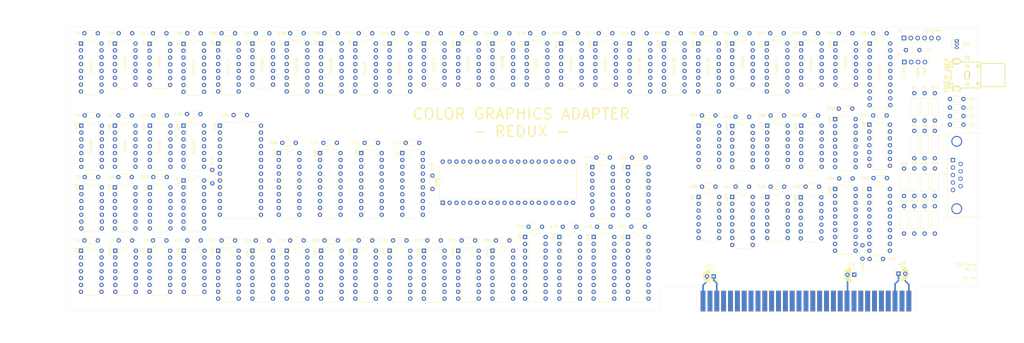
<source format=kicad_pcb>
(kicad_pcb (version 20171130) (host pcbnew 5.1.9-1.fc33)
  (layers (0 F.Cu signal) (1 In1.Cu power) (2 In2.Cu power) (31 B.Cu signal) (34 B.Paste user) (35 F.Paste user) (36 B.SilkS user) (37 F.SilkS user) (38 B.Mask user) (39 F.Mask user) (44 Edge.Cuts user))
  (net 0 "")
  (net 1 VCC)
  (net 2 GND)
  (net 3 +12V)
  (net 4 R_OUT)
  (net 5 G_OUT)
  (net 6 B_OUT)
  (net 7 I_OUT)
  (net 8 VSYNC_OUT)
  (net 9 HSYNC_OUT)
  (net 10 COMP_VID)
  (net 11 "Net-(J2-Pad6)")
  (net 12 "Net-(J2-Pad5)")
  (net 13 "Net-(J2-Pad4)")
  (net 14 "Net-(J2-Pad3)")
  (net 15 ~LPEN_SW)
  (net 16 ~LPEN_INPUT)
  (net 17 "Net-(P5-Pad62)")
  (net 18 A1)
  (net 19 A2)
  (net 20 A3)
  (net 21 A4)
  (net 22 A5)
  (net 23 A6)
  (net 24 A7)
  (net 25 A8)
  (net 26 A9)
  (net 27 A10)
  (net 28 A11)
  (net 29 A12)
  (net 30 A13)
  (net 31 A15)
  (net 32 A16)
  (net 33 A17)
  (net 34 A18)
  (net 35 A19)
  (net 36 AEN)
  (net 37 IO_READY)
  (net 38 "/CGA 6/6/DB0")
  (net 39 "/CGA 6/6/DB1")
  (net 40 "/CGA 6/6/DB2")
  (net 41 "/CGA 6/6/DB3")
  (net 42 "/CGA 6/6/DB4")
  (net 43 "/CGA 6/6/DB5")
  (net 44 "/CGA 6/6/DB6")
  (net 45 "/CGA 6/6/DB7")
  (net 46 "/CGA 6/6/OSC")
  (net 47 IO_CLOCK)
  (net 48 ~IOR)
  (net 49 ~IOW)
  (net 50 "/CGA 6/6/~SMEMR")
  (net 51 ~MEMW)
  (net 52 RESET)
  (net 53 "Net-(Q1-Pad1)")
  (net 54 "Net-(Q1-Pad2)")
  (net 55 "Net-(R5-Pad2)")
  (net 56 "Net-(R6-Pad2)")
  (net 57 "Net-(R7-Pad2)")
  (net 58 "Net-(R8-Pad2)")
  (net 59 "Net-(R18-Pad2)")
  (net 60 "Net-(R19-Pad2)")
  (net 61 "Net-(U1-Pad6)")
  (net 62 14_MHZ)
  (net 63 "Net-(U1-Pad5)")
  (net 64 "Net-(U1-Pad12)")
  (net 65 Q5)
  (net 66 RAS)
  (net 67 ~RAS)
  (net 68 "Net-(U1-Pad9)")
  (net 69 "Net-(U2-Pad13)")
  (net 70 "Net-(U2-Pad6)")
  (net 71 "Net-(U2-Pad12)")
  (net 72 "Net-(U2-Pad10)")
  (net 73 Q1)
  (net 74 ~CPU_MEM_SEL)
  (net 75 XACK)
  (net 76 Q4)
  (net 77 "Net-(U3-Pad12)")
  (net 78 ~LCLK)
  (net 79 CAS_CC)
  (net 80 "Net-(U3-Pad3)")
  (net 81 "Net-(U3-Pad8)")
  (net 82 "Net-(U3-Pad1)")
  (net 83 "Net-(U4-Pad15)")
  (net 84 "Net-(U4-Pad11)")
  (net 85 ~Q2')
  (net 86 ~RESET)
  (net 87 "Net-(U5-Pad15)")
  (net 88 HCLK)
  (net 89 3.58_MHZ)
  (net 90 "Net-(U42-Pad3)")
  (net 91 "Net-(U5-Pad13)")
  (net 92 ~7_MHZ)
  (net 93 "Net-(U5-Pad10)")
  (net 94 ~14_MHZ)
  (net 95 LCLK)
  (net 96 ~HCLK)
  (net 97 SL)
  (net 98 DOT_CLOCK)
  (net 99 "/CGA 2/6/CC6")
  (net 100 C0)
  (net 101 "/CGA 2/6/AT6")
  (net 102 "/CGA 2/6/CC4")
  (net 103 "/CGA 2/6/AT4")
  (net 104 "/CGA 2/6/CC2")
  (net 105 "/CGA 2/6/AT2")
  (net 106 "/CGA 2/6/CC0")
  (net 107 "/CGA 2/6/AT0")
  (net 108 ~CLR_SR)
  (net 109 "/CGA 2/6/CC7")
  (net 110 C1)
  (net 111 AT7)
  (net 112 "/CGA 2/6/CC5")
  (net 113 "/CGA 2/6/AT5")
  (net 114 "/CGA 2/6/CC3")
  (net 115 "/CGA 2/6/AT3")
  (net 116 "/CGA 2/6/CC1")
  (net 117 "/CGA 2/6/AT1")
  (net 118 STR)
  (net 119 "Net-(U101-Pad3)")
  (net 120 MUX_A)
  (net 121 OVERSCAN_G)
  (net 122 OVERSCAN_R)
  (net 123 MUX_B)
  (net 124 "Net-(U101-Pad4)")
  (net 125 "Net-(U10-Pad7)")
  (net 126 OVERSCAN_I)
  (net 127 BACKGROUND_I)
  (net 128 SEL_BLUE)
  (net 129 "Net-(U10-Pad11)")
  (net 130 OVERSCAN_B)
  (net 131 "Net-(U10-Pad9)")
  (net 132 "Net-(U11-Pad12)")
  (net 133 LPEN_STR)
  (net 134 "Net-(U11-Pad4)")
  (net 135 "Net-(U11-Pad3)")
  (net 136 E)
  (net 137 "Net-(U11-Pad1)")
  (net 138 ~CURSOR_BLINK)
  (net 139 "Net-(U12-Pad12)")
  (net 140 ~BLINK)
  (net 141 VSYNC_DLY)
  (net 142 CHG_DOTS)
  (net 143 A0)
  (net 144 "Net-(U13-Pad12)")
  (net 145 "Net-(U13-Pad11)")
  (net 146 "Net-(U13-Pad9)")
  (net 147 VIDEO_ENABLE)
  (net 148 DATA_GATE)
  (net 149 "Net-(U13-Pad1)")
  (net 150 "Net-(U14-Pad13)")
  (net 151 ALPHA_DOTS)
  (net 152 "Net-(U14-Pad12)")
  (net 153 "Net-(U14-Pad5)")
  (net 154 "Net-(U14-Pad11)")
  (net 155 "Net-(U14-Pad8)")
  (net 156 "Net-(U14-Pad1)")
  (net 157 ~DISPEN_DLY)
  (net 158 "Net-(U15-Pad6)")
  (net 159 "Net-(U15-Pad12)")
  (net 160 "Net-(U15-Pad4)")
  (net 161 "Net-(U15-Pad11)")
  (net 162 "Net-(U15-Pad2)")
  (net 163 HRES)
  (net 164 ~ENABLE_BLINK)
  (net 165 ~HRES)
  (net 166 ENABLE_BLINK)
  (net 167 GRPH)
  (net 168 "Net-(U16-Pad4)")
  (net 169 ~GRPH)
  (net 170 "Net-(U16-Pad9)")
  (net 171 "Net-(U16-Pad2)")
  (net 172 ~BW_2)
  (net 173 ~SEL_1)
  (net 174 ~SEL_2)
  (net 175 ~STATUS_SEL)
  (net 176 "Net-(U17-Pad5)")
  (net 177 "Net-(U18-Pad6)")
  (net 178 "Net-(U19-Pad5)")
  (net 179 "Net-(U20-Pad13)")
  (net 180 "Net-(U20-Pad12)")
  (net 181 "Net-(U20-Pad5)")
  (net 182 "Net-(U20-Pad11)")
  (net 183 ~DISPEN)
  (net 184 DISPEN)
  (net 185 "Net-(U20-Pad2)")
  (net 186 ~RESET')
  (net 187 CURSOR)
  (net 188 HSYNC_DLY)
  (net 189 HSYNC)
  (net 190 "Net-(U21-Pad13)")
  (net 191 ~CURSOR_DLY)
  (net 192 VSYNC)
  (net 193 COLOR_SEL)
  (net 194 "Net-(U22-Pad8)")
  (net 195 "Net-(U22-Pad1)")
  (net 196 "Net-(U23-Pad6)")
  (net 197 "Net-(U23-Pad4)")
  (net 198 D3)
  (net 199 "Net-(U24-Pad8)")
  (net 200 D2)
  (net 201 I)
  (net 202 D1)
  (net 203 G)
  (net 204 D0)
  (net 205 "Net-(U25-Pad13)")
  (net 206 "Net-(U25-Pad12)")
  (net 207 "Net-(U25-Pad1)")
  (net 208 "Net-(U25-Pad9)")
  (net 209 CC_LATCH)
  (net 210 "Net-(U26-Pad6)")
  (net 211 "Net-(U26-Pad5)")
  (net 212 "Net-(U26-Pad9)")
  (net 213 ~CCLK)
  (net 214 ~WE)
  (net 215 "Net-(U28-Pad5)")
  (net 216 "Net-(U28-Pad3)")
  (net 217 "Net-(U28-Pad2)")
  (net 218 "Net-(U29-Pad12)")
  (net 219 "Net-(U29-Pad11)")
  (net 220 ~BW_1)
  (net 221 ~MEMR)
  (net 222 ~RD_GATE)
  (net 223 ~6845_CS)
  (net 224 "Net-(U30-Pad9)")
  (net 225 SL')
  (net 226 ~CAS)
  (net 227 "Net-(U32-Pad14)")
  (net 228 "Net-(U32-Pad5)")
  (net 229 "Net-(U32-Pad12)")
  (net 230 "Net-(U32-Pad4)")
  (net 231 "Net-(U32-Pad11)")
  (net 232 "Net-(U32-Pad3)")
  (net 233 "Net-(U32-Pad10)")
  (net 234 "Net-(U32-Pad2)")
  (net 235 RA0)
  (net 236 RA1)
  (net 237 RA2)
  (net 238 "Net-(U33-Pad20)")
  (net 239 MD0)
  (net 240 MD4)
  (net 241 MD1)
  (net 242 MD5)
  (net 243 MD2)
  (net 244 MD6)
  (net 245 MD3)
  (net 246 MD7)
  (net 247 AT_LATCH)
  (net 248 D7)
  (net 249 D6)
  (net 250 D5)
  (net 251 D4)
  (net 252 "Net-(U38-Pad16)")
  (net 253 "Net-(U38-Pad15)")
  (net 254 "Net-(U38-Pad14)")
  (net 255 "Net-(U38-Pad13)")
  (net 256 "Net-(U38-Pad12)")
  (net 257 "Net-(U38-Pad11)")
  (net 258 "Net-(U38-Pad10)")
  (net 259 "Net-(U38-Pad9)")
  (net 260 "Net-(U38-Pad8)")
  (net 261 "Net-(U38-Pad7)")
  (net 262 "Net-(U38-Pad6)")
  (net 263 "Net-(U38-Pad5)")
  (net 264 "Net-(U38-Pad4)")
  (net 265 "Net-(U41-Pad6)")
  (net 266 "Net-(U41-Pad10)")
  (net 267 "Net-(U41-Pad9)")
  (net 268 "Net-(U41-Pad8)")
  (net 269 "Net-(U42-Pad5)")
  (net 270 "Net-(U42-Pad10)")
  (net 271 "Net-(U42-Pad8)")
  (net 272 "/CGA 5/6/YELLOW_BURST")
  (net 273 "/CGA 5/6/BLUE")
  (net 274 "/CGA 5/6/CYAN")
  (net 275 "/CGA 5/6/RED")
  (net 276 "/CGA 5/6/MAGENTA")
  (net 277 "/CGA 5/6/GREEN")
  (net 278 B)
  (net 279 "Net-(U45-Pad10)")
  (net 280 "Net-(U45-Pad9)")
  (net 281 ~EN_CPU_CAS_ADDR)
  (net 282 ~EN_CRT_CAS_ADDR)
  (net 283 ~EN_CPU_RAS_ADDR)
  (net 284 ~EN_CRT_RAS_ADDR)
  (net 285 "Net-(U48-Pad8)")
  (net 286 "Net-(U49-Pad10)")
  (net 287 "/CGA 1/6/RAM-A1")
  (net 288 "/CGA 1/6/RAM-A2")
  (net 289 "/CGA 1/6/RAM-A6")
  (net 290 "/CGA 1/6/RAM-A0")
  (net 291 "/CGA 1/6/RAM-A3")
  (net 292 "/CGA 1/6/RAM-A4")
  (net 293 "/CGA 1/6/RAM-A5")
  (net 294 "Net-(U62-Pad12)")
  (net 295 "Net-(U63-Pad12)")
  (net 296 "Net-(U63-Pad10)")
  (net 297 "Net-(U65-Pad10)")
  (net 298 R)
  (net 299 "Net-(U68-Pad12)")
  (net 300 "Net-(U101-Pad12)")
  (module Package_DIP:DIP-16_W7.62mm (layer F.Cu) (at 116.967 81.661)
    (fp_text reference U7 (at -2.032 -0.381 90) (layer F.SilkS))
    (fp_text value 74LS166 (at 3.683 8.509 90) (layer F.SilkS))
    (pad 16 thru_hole oval (at 7.62 0) (size 1.6 1.6) (drill 0.8) (layers *.Cu *.Mask) (net 1 VCC))
    (pad 8 thru_hole oval (at 0 17.78) (size 1.6 1.6) (drill 0.8) (layers *.Cu *.Mask) (net 2 GND))
    (pad 15 thru_hole oval (at 7.62 2.54) (size 1.6 1.6) (drill 0.8) (layers *.Cu *.Mask) (net 97 SL))
    (pad 7 thru_hole oval (at 0 15.24) (size 1.6 1.6) (drill 0.8) (layers *.Cu *.Mask) (net 98 DOT_CLOCK))
    (pad 14 thru_hole oval (at 7.62 5.08) (size 1.6 1.6) (drill 0.8) (layers *.Cu *.Mask) (net 99 "/CGA 2/6/CC6"))
    (pad 6 thru_hole oval (at 0 12.7) (size 1.6 1.6) (drill 0.8) (layers *.Cu *.Mask) (net 2 GND))
    (pad 13 thru_hole oval (at 7.62 7.62) (size 1.6 1.6) (drill 0.8) (layers *.Cu *.Mask) (net 100 C0))
    (pad 5 thru_hole oval (at 0 10.16) (size 1.6 1.6) (drill 0.8) (layers *.Cu *.Mask) (net 101 "/CGA 2/6/AT6"))
    (pad 12 thru_hole oval (at 7.62 10.16) (size 1.6 1.6) (drill 0.8) (layers *.Cu *.Mask) (net 102 "/CGA 2/6/CC4"))
    (pad 4 thru_hole oval (at 0 7.62) (size 1.6 1.6) (drill 0.8) (layers *.Cu *.Mask) (net 103 "/CGA 2/6/AT4"))
    (pad 11 thru_hole oval (at 7.62 12.7) (size 1.6 1.6) (drill 0.8) (layers *.Cu *.Mask) (net 104 "/CGA 2/6/CC2"))
    (pad 3 thru_hole oval (at 0 5.08) (size 1.6 1.6) (drill 0.8) (layers *.Cu *.Mask) (net 105 "/CGA 2/6/AT2"))
    (pad 10 thru_hole oval (at 7.62 15.24) (size 1.6 1.6) (drill 0.8) (layers *.Cu *.Mask) (net 106 "/CGA 2/6/CC0"))
    (pad 2 thru_hole oval (at 0 2.54) (size 1.6 1.6) (drill 0.8) (layers *.Cu *.Mask) (net 107 "/CGA 2/6/AT0"))
    (pad 9 thru_hole oval (at 7.62 17.78) (size 1.6 1.6) (drill 0.8) (layers *.Cu *.Mask) (net 108 ~CLR_SR))
    (pad 1 thru_hole rect (at 0 0) (size 1.6 1.6) (drill 0.8) (layers *.Cu *.Mask) (net 2 GND))
  )
  (module Package_DIP:DIP-16_W7.62mm (layer F.Cu) (at 193.167 158.496)
    (fp_text reference U101 (at -2.032 0.254 90) (layer F.SilkS))
    (fp_text value 74S174)
    (pad 16 thru_hole oval (at 7.62 0) (size 1.6 1.6) (drill 0.8) (layers *.Cu *.Mask) (net 1 VCC))
    (pad 8 thru_hole oval (at 0 17.78) (size 1.6 1.6) (drill 0.8) (layers *.Cu *.Mask) (net 2 GND))
    (pad 15 thru_hole oval (at 7.62 2.54) (size 1.6 1.6) (drill 0.8) (layers *.Cu *.Mask) (net 86 ~RESET))
    (pad 7 thru_hole oval (at 0 15.24) (size 1.6 1.6) (drill 0.8) (layers *.Cu *.Mask) (net 278 B))
    (pad 14 thru_hole oval (at 7.62 5.08) (size 1.6 1.6) (drill 0.8) (layers *.Cu *.Mask) (net 300 "Net-(U101-Pad12)"))
    (pad 6 thru_hole oval (at 0 12.7) (size 1.6 1.6) (drill 0.8) (layers *.Cu *.Mask) (net 125 "Net-(U10-Pad7)"))
    (pad 13 thru_hole oval (at 7.62 7.62) (size 1.6 1.6) (drill 0.8) (layers *.Cu *.Mask) (net 186 ~RESET'))
    (pad 5 thru_hole oval (at 0 10.16) (size 1.6 1.6) (drill 0.8) (layers *.Cu *.Mask) (net 203 G))
    (pad 12 thru_hole oval (at 7.62 10.16) (size 1.6 1.6) (drill 0.8) (layers *.Cu *.Mask) (net 300 "Net-(U101-Pad12)"))
    (pad 4 thru_hole oval (at 0 7.62) (size 1.6 1.6) (drill 0.8) (layers *.Cu *.Mask) (net 124 "Net-(U101-Pad4)"))
    (pad 11 thru_hole oval (at 7.62 12.7) (size 1.6 1.6) (drill 0.8) (layers *.Cu *.Mask) (net 131 "Net-(U10-Pad9)"))
    (pad 3 thru_hole oval (at 0 5.08) (size 1.6 1.6) (drill 0.8) (layers *.Cu *.Mask) (net 119 "Net-(U101-Pad3)"))
    (pad 10 thru_hole oval (at 7.62 15.24) (size 1.6 1.6) (drill 0.8) (layers *.Cu *.Mask) (net 201 I))
    (pad 2 thru_hole oval (at 0 2.54) (size 1.6 1.6) (drill 0.8) (layers *.Cu *.Mask) (net 298 R))
    (pad 9 thru_hole oval (at 7.62 17.78) (size 1.6 1.6) (drill 0.8) (layers *.Cu *.Mask) (net 94 ~14_MHZ))
    (pad 1 thru_hole rect (at 0 0) (size 1.6 1.6) (drill 0.8) (layers *.Cu *.Mask) (net 1 VCC))
  )
  (module Package_DIP:DIP-14_W7.62mm (layer F.Cu) (at 332.74 111.76)
    (fp_text reference U68 (at -2.032 0.254 90) (layer F.SilkS))
    (fp_text value 74LS86)
    (pad 14 thru_hole oval (at 7.62 0) (size 1.6 1.6) (drill 0.8) (layers *.Cu *.Mask) (net 1 VCC))
    (pad 7 thru_hole oval (at 0 15.24) (size 1.6 1.6) (drill 0.8) (layers *.Cu *.Mask) (net 2 GND))
    (pad 13 thru_hole oval (at 7.62 2.54) (size 1.6 1.6) (drill 0.8) (layers *.Cu *.Mask) (net 52 RESET))
    (pad 6 thru_hole oval (at 0 12.7) (size 1.6 1.6) (drill 0.8) (layers *.Cu *.Mask) (net 280 "Net-(U45-Pad9)"))
    (pad 12 thru_hole oval (at 7.62 5.08) (size 1.6 1.6) (drill 0.8) (layers *.Cu *.Mask) (net 299 "Net-(U68-Pad12)"))
    (pad 5 thru_hole oval (at 0 10.16) (size 1.6 1.6) (drill 0.8) (layers *.Cu *.Mask) (net 297 "Net-(U65-Pad10)"))
    (pad 11 thru_hole oval (at 7.62 7.62) (size 1.6 1.6) (drill 0.8) (layers *.Cu *.Mask) (net 238 "Net-(U33-Pad20)"))
    (pad 4 thru_hole oval (at 0 7.62) (size 1.6 1.6) (drill 0.8) (layers *.Cu *.Mask) (net 298 R))
    (pad 10 thru_hole oval (at 7.62 10.16) (size 1.6 1.6) (drill 0.8) (layers *.Cu *.Mask) (net 76 Q4))
    (pad 3 thru_hole oval (at 0 5.08) (size 1.6 1.6) (drill 0.8) (layers *.Cu *.Mask) (net 279 "Net-(U45-Pad10)"))
    (pad 9 thru_hole oval (at 7.62 12.7) (size 1.6 1.6) (drill 0.8) (layers *.Cu *.Mask) (net 78 ~LCLK))
    (pad 2 thru_hole oval (at 0 2.54) (size 1.6 1.6) (drill 0.8) (layers *.Cu *.Mask) (net 297 "Net-(U65-Pad10)"))
    (pad 8 thru_hole oval (at 7.62 15.24) (size 1.6 1.6) (drill 0.8) (layers *.Cu *.Mask) (net 299 "Net-(U68-Pad12)"))
    (pad 1 thru_hole rect (at 0 0) (size 1.6 1.6) (drill 0.8) (layers *.Cu *.Mask) (net 203 G))
  )
  (module Package_DIP:DIP-20_W7.62mm (layer F.Cu) (at 332.74 135.636)
    (fp_text reference U67 (at -2.032 0.508 90) (layer F.SilkS))
    (fp_text value 74LS244)
    (pad 20 thru_hole oval (at 7.62 0) (size 1.6 1.6) (drill 0.8) (layers *.Cu *.Mask) (net 1 VCC))
    (pad 10 thru_hole oval (at 0 22.86) (size 1.6 1.6) (drill 0.8) (layers *.Cu *.Mask) (net 2 GND))
    (pad 19 thru_hole oval (at 7.62 2.54) (size 1.6 1.6) (drill 0.8) (layers *.Cu *.Mask) (net 2 GND))
    (pad 9 thru_hole oval (at 0 20.32) (size 1.6 1.6) (drill 0.8) (layers *.Cu *.Mask) (net 9 HSYNC_OUT))
    (pad 18 thru_hole oval (at 7.62 5.08) (size 1.6 1.6) (drill 0.8) (layers *.Cu *.Mask) (net 4 R_OUT))
    (pad 8 thru_hole oval (at 0 17.78) (size 1.6 1.6) (drill 0.8) (layers *.Cu *.Mask) (net 201 I))
    (pad 17 thru_hole oval (at 7.62 7.62) (size 1.6 1.6) (drill 0.8) (layers *.Cu *.Mask) (net 298 R))
    (pad 7 thru_hole oval (at 0 15.24) (size 1.6 1.6) (drill 0.8) (layers *.Cu *.Mask) (net 8 VSYNC_OUT))
    (pad 16 thru_hole oval (at 7.62 10.16) (size 1.6 1.6) (drill 0.8) (layers *.Cu *.Mask) (net 5 G_OUT))
    (pad 6 thru_hole oval (at 0 12.7) (size 1.6 1.6) (drill 0.8) (layers *.Cu *.Mask) (net 278 B))
    (pad 15 thru_hole oval (at 7.62 12.7) (size 1.6 1.6) (drill 0.8) (layers *.Cu *.Mask) (net 278 B))
    (pad 5 thru_hole oval (at 0 10.16) (size 1.6 1.6) (drill 0.8) (layers *.Cu *.Mask) (net 60 "Net-(R19-Pad2)"))
    (pad 14 thru_hole oval (at 7.62 15.24) (size 1.6 1.6) (drill 0.8) (layers *.Cu *.Mask) (net 6 B_OUT))
    (pad 4 thru_hole oval (at 0 7.62) (size 1.6 1.6) (drill 0.8) (layers *.Cu *.Mask) (net 203 G))
    (pad 13 thru_hole oval (at 7.62 17.78) (size 1.6 1.6) (drill 0.8) (layers *.Cu *.Mask) (net 268 "Net-(U41-Pad8)"))
    (pad 3 thru_hole oval (at 0 5.08) (size 1.6 1.6) (drill 0.8) (layers *.Cu *.Mask) (net 59 "Net-(R18-Pad2)"))
    (pad 12 thru_hole oval (at 7.62 20.32) (size 1.6 1.6) (drill 0.8) (layers *.Cu *.Mask) (net 7 I_OUT))
    (pad 2 thru_hole oval (at 0 2.54) (size 1.6 1.6) (drill 0.8) (layers *.Cu *.Mask) (net 298 R))
    (pad 11 thru_hole oval (at 7.62 22.86) (size 1.6 1.6) (drill 0.8) (layers *.Cu *.Mask) (net 269 "Net-(U42-Pad5)"))
    (pad 1 thru_hole rect (at 0 0) (size 1.6 1.6) (drill 0.8) (layers *.Cu *.Mask) (net 2 GND))
  )
  (module Package_DIP:DIP-20_W7.62mm (layer F.Cu) (at 320.04 135.636)
    (fp_text reference U66 (at -2.032 0.508 90) (layer F.SilkS))
    (fp_text value 74LS245)
    (pad 20 thru_hole oval (at 7.62 0) (size 1.6 1.6) (drill 0.8) (layers *.Cu *.Mask) (net 1 VCC))
    (pad 10 thru_hole oval (at 0 22.86) (size 1.6 1.6) (drill 0.8) (layers *.Cu *.Mask) (net 2 GND))
    (pad 19 thru_hole oval (at 7.62 2.54) (size 1.6 1.6) (drill 0.8) (layers *.Cu *.Mask) (net 148 DATA_GATE))
    (pad 9 thru_hole oval (at 0 20.32) (size 1.6 1.6) (drill 0.8) (layers *.Cu *.Mask) (net 45 "/CGA 6/6/DB7"))
    (pad 18 thru_hole oval (at 7.62 5.08) (size 1.6 1.6) (drill 0.8) (layers *.Cu *.Mask) (net 204 D0))
    (pad 8 thru_hole oval (at 0 17.78) (size 1.6 1.6) (drill 0.8) (layers *.Cu *.Mask) (net 44 "/CGA 6/6/DB6"))
    (pad 17 thru_hole oval (at 7.62 7.62) (size 1.6 1.6) (drill 0.8) (layers *.Cu *.Mask) (net 202 D1))
    (pad 7 thru_hole oval (at 0 15.24) (size 1.6 1.6) (drill 0.8) (layers *.Cu *.Mask) (net 43 "/CGA 6/6/DB5"))
    (pad 16 thru_hole oval (at 7.62 10.16) (size 1.6 1.6) (drill 0.8) (layers *.Cu *.Mask) (net 200 D2))
    (pad 6 thru_hole oval (at 0 12.7) (size 1.6 1.6) (drill 0.8) (layers *.Cu *.Mask) (net 42 "/CGA 6/6/DB4"))
    (pad 15 thru_hole oval (at 7.62 12.7) (size 1.6 1.6) (drill 0.8) (layers *.Cu *.Mask) (net 198 D3))
    (pad 5 thru_hole oval (at 0 10.16) (size 1.6 1.6) (drill 0.8) (layers *.Cu *.Mask) (net 41 "/CGA 6/6/DB3"))
    (pad 14 thru_hole oval (at 7.62 15.24) (size 1.6 1.6) (drill 0.8) (layers *.Cu *.Mask) (net 251 D4))
    (pad 4 thru_hole oval (at 0 7.62) (size 1.6 1.6) (drill 0.8) (layers *.Cu *.Mask) (net 40 "/CGA 6/6/DB2"))
    (pad 13 thru_hole oval (at 7.62 17.78) (size 1.6 1.6) (drill 0.8) (layers *.Cu *.Mask) (net 250 D5))
    (pad 3 thru_hole oval (at 0 5.08) (size 1.6 1.6) (drill 0.8) (layers *.Cu *.Mask) (net 39 "/CGA 6/6/DB1"))
    (pad 12 thru_hole oval (at 7.62 20.32) (size 1.6 1.6) (drill 0.8) (layers *.Cu *.Mask) (net 249 D6))
    (pad 2 thru_hole oval (at 0 2.54) (size 1.6 1.6) (drill 0.8) (layers *.Cu *.Mask) (net 38 "/CGA 6/6/DB0"))
    (pad 11 thru_hole oval (at 7.62 22.86) (size 1.6 1.6) (drill 0.8) (layers *.Cu *.Mask) (net 248 D7))
    (pad 1 thru_hole rect (at 0 0) (size 1.6 1.6) (drill 0.8) (layers *.Cu *.Mask) (net 265 "Net-(U41-Pad6)"))
  )
  (module Package_DIP:DIP-14_W7.62mm (layer F.Cu) (at 307.34 138.684)
    (fp_text reference U65 (at -2.032 0.635 90) (layer F.SilkS))
    (fp_text value 74LS02)
    (pad 14 thru_hole oval (at 7.62 0) (size 1.6 1.6) (drill 0.8) (layers *.Cu *.Mask) (net 1 VCC))
    (pad 7 thru_hole oval (at 0 15.24) (size 1.6 1.6) (drill 0.8) (layers *.Cu *.Mask) (net 2 GND))
    (pad 13 thru_hole oval (at 7.62 2.54) (size 1.6 1.6) (drill 0.8) (layers *.Cu *.Mask) (net 139 "Net-(U12-Pad12)"))
    (pad 6 thru_hole oval (at 0 12.7) (size 1.6 1.6) (drill 0.8) (layers *.Cu *.Mask) (net 188 HSYNC_DLY))
    (pad 12 thru_hole oval (at 7.62 5.08) (size 1.6 1.6) (drill 0.8) (layers *.Cu *.Mask) (net 186 ~RESET'))
    (pad 5 thru_hole oval (at 0 10.16) (size 1.6 1.6) (drill 0.8) (layers *.Cu *.Mask) (net 141 VSYNC_DLY))
    (pad 11 thru_hole oval (at 7.62 7.62) (size 1.6 1.6) (drill 0.8) (layers *.Cu *.Mask) (net 186 ~RESET'))
    (pad 4 thru_hole oval (at 0 7.62) (size 1.6 1.6) (drill 0.8) (layers *.Cu *.Mask) (net 217 "Net-(U28-Pad2)"))
    (pad 10 thru_hole oval (at 7.62 10.16) (size 1.6 1.6) (drill 0.8) (layers *.Cu *.Mask) (net 297 "Net-(U65-Pad10)"))
    (pad 3 thru_hole oval (at 0 5.08) (size 1.6 1.6) (drill 0.8) (layers *.Cu *.Mask) (net 171 "Net-(U16-Pad2)"))
    (pad 9 thru_hole oval (at 7.62 12.7) (size 1.6 1.6) (drill 0.8) (layers *.Cu *.Mask) (net 141 VSYNC_DLY))
    (pad 2 thru_hole oval (at 0 2.54) (size 1.6 1.6) (drill 0.8) (layers *.Cu *.Mask) (net 176 "Net-(U17-Pad5)"))
    (pad 8 thru_hole oval (at 7.62 15.24) (size 1.6 1.6) (drill 0.8) (layers *.Cu *.Mask) (net 154 "Net-(U14-Pad11)"))
    (pad 1 thru_hole rect (at 0 0) (size 1.6 1.6) (drill 0.8) (layers *.Cu *.Mask) (net 219 "Net-(U29-Pad11)"))
  )
  (module Package_DIP:DIP-14_W7.62mm (layer F.Cu) (at 294.894 138.557)
    (fp_text reference U64 (at -1.778 0.127 90) (layer F.SilkS))
    (fp_text value 74LS164)
    (pad 14 thru_hole oval (at 7.62 0) (size 1.6 1.6) (drill 0.8) (layers *.Cu *.Mask) (net 1 VCC))
    (pad 7 thru_hole oval (at 0 15.24) (size 1.6 1.6) (drill 0.8) (layers *.Cu *.Mask) (net 2 GND))
    (pad 13 thru_hole oval (at 7.62 2.54) (size 1.6 1.6) (drill 0.8) (layers *.Cu *.Mask) (net 160 "Net-(U15-Pad4)"))
    (pad 6 thru_hole oval (at 0 12.7) (size 1.6 1.6) (drill 0.8) (layers *.Cu *.Mask) (net 270 "Net-(U42-Pad10)"))
    (pad 12 thru_hole oval (at 7.62 5.08) (size 1.6 1.6) (drill 0.8) (layers *.Cu *.Mask) (net 182 "Net-(U20-Pad11)"))
    (pad 5 thru_hole oval (at 0 10.16) (size 1.6 1.6) (drill 0.8) (layers *.Cu *.Mask))
    (pad 11 thru_hole oval (at 7.62 7.62) (size 1.6 1.6) (drill 0.8) (layers *.Cu *.Mask))
    (pad 4 thru_hole oval (at 0 7.62) (size 1.6 1.6) (drill 0.8) (layers *.Cu *.Mask) (net 269 "Net-(U42-Pad5)"))
    (pad 10 thru_hole oval (at 7.62 10.16) (size 1.6 1.6) (drill 0.8) (layers *.Cu *.Mask))
    (pad 3 thru_hole oval (at 0 5.08) (size 1.6 1.6) (drill 0.8) (layers *.Cu *.Mask))
    (pad 9 thru_hole oval (at 7.62 12.7) (size 1.6 1.6) (drill 0.8) (layers *.Cu *.Mask) (net 188 HSYNC_DLY))
    (pad 2 thru_hole oval (at 0 2.54) (size 1.6 1.6) (drill 0.8) (layers *.Cu *.Mask) (net 1 VCC))
    (pad 8 thru_hole oval (at 7.62 15.24) (size 1.6 1.6) (drill 0.8) (layers *.Cu *.Mask) (net 95 LCLK))
    (pad 1 thru_hole rect (at 0 0) (size 1.6 1.6) (drill 0.8) (layers *.Cu *.Mask) (net 271 "Net-(U42-Pad8)"))
  )
  (module Package_DIP:DIP-16_W7.62mm (layer F.Cu) (at 281.94 138.557)
    (fp_text reference U63 (at -2.032 0.127 90) (layer F.SilkS))
    (fp_text value 74LS175)
    (pad 16 thru_hole oval (at 7.62 0) (size 1.6 1.6) (drill 0.8) (layers *.Cu *.Mask) (net 1 VCC))
    (pad 8 thru_hole oval (at 0 17.78) (size 1.6 1.6) (drill 0.8) (layers *.Cu *.Mask) (net 2 GND))
    (pad 15 thru_hole oval (at 7.62 2.54) (size 1.6 1.6) (drill 0.8) (layers *.Cu *.Mask))
    (pad 7 thru_hole oval (at 0 15.24) (size 1.6 1.6) (drill 0.8) (layers *.Cu *.Mask) (net 295 "Net-(U63-Pad12)"))
    (pad 14 thru_hole oval (at 7.62 5.08) (size 1.6 1.6) (drill 0.8) (layers *.Cu *.Mask) (net 266 "Net-(U41-Pad10)"))
    (pad 6 thru_hole oval (at 0 12.7) (size 1.6 1.6) (drill 0.8) (layers *.Cu *.Mask))
    (pad 13 thru_hole oval (at 7.62 7.62) (size 1.6 1.6) (drill 0.8) (layers *.Cu *.Mask) (net 296 "Net-(U63-Pad10)"))
    (pad 5 thru_hole oval (at 0 10.16) (size 1.6 1.6) (drill 0.8) (layers *.Cu *.Mask) (net 267 "Net-(U41-Pad9)"))
    (pad 12 thru_hole oval (at 7.62 10.16) (size 1.6 1.6) (drill 0.8) (layers *.Cu *.Mask) (net 295 "Net-(U63-Pad12)"))
    (pad 4 thru_hole oval (at 0 7.62) (size 1.6 1.6) (drill 0.8) (layers *.Cu *.Mask) (net 1 VCC))
    (pad 11 thru_hole oval (at 7.62 12.7) (size 1.6 1.6) (drill 0.8) (layers *.Cu *.Mask))
    (pad 3 thru_hole oval (at 0 5.08) (size 1.6 1.6) (drill 0.8) (layers *.Cu *.Mask))
    (pad 10 thru_hole oval (at 7.62 15.24) (size 1.6 1.6) (drill 0.8) (layers *.Cu *.Mask) (net 296 "Net-(U63-Pad10)"))
    (pad 2 thru_hole oval (at 0 2.54) (size 1.6 1.6) (drill 0.8) (layers *.Cu *.Mask) (net 267 "Net-(U41-Pad9)"))
    (pad 9 thru_hole oval (at 7.62 17.78) (size 1.6 1.6) (drill 0.8) (layers *.Cu *.Mask) (net 269 "Net-(U42-Pad5)"))
    (pad 1 thru_hole rect (at 0 0) (size 1.6 1.6) (drill 0.8) (layers *.Cu *.Mask) (net 141 VSYNC_DLY))
  )
  (module Package_DIP:DIP-14_W7.62mm (layer F.Cu) (at 269.494 138.557)
    (fp_text reference U62 (at -2.286 0.127 90) (layer F.SilkS))
    (fp_text value 74LS125)
    (pad 14 thru_hole oval (at 7.62 0) (size 1.6 1.6) (drill 0.8) (layers *.Cu *.Mask) (net 1 VCC))
    (pad 7 thru_hole oval (at 0 15.24) (size 1.6 1.6) (drill 0.8) (layers *.Cu *.Mask) (net 2 GND))
    (pad 13 thru_hole oval (at 7.62 2.54) (size 1.6 1.6) (drill 0.8) (layers *.Cu *.Mask) (net 2 GND))
    (pad 6 thru_hole oval (at 0 12.7) (size 1.6 1.6) (drill 0.8) (layers *.Cu *.Mask) (net 37 IO_READY))
    (pad 12 thru_hole oval (at 7.62 5.08) (size 1.6 1.6) (drill 0.8) (layers *.Cu *.Mask) (net 294 "Net-(U62-Pad12)"))
    (pad 5 thru_hole oval (at 0 10.16) (size 1.6 1.6) (drill 0.8) (layers *.Cu *.Mask) (net 75 XACK))
    (pad 11 thru_hole oval (at 7.62 7.62) (size 1.6 1.6) (drill 0.8) (layers *.Cu *.Mask) (net 97 SL))
    (pad 4 thru_hole oval (at 0 7.62) (size 1.6 1.6) (drill 0.8) (layers *.Cu *.Mask) (net 74 ~CPU_MEM_SEL))
    (pad 10 thru_hole oval (at 7.62 10.16) (size 1.6 1.6) (drill 0.8) (layers *.Cu *.Mask) (net 2 GND))
    (pad 3 thru_hole oval (at 0 5.08) (size 1.6 1.6) (drill 0.8) (layers *.Cu *.Mask) (net 293 "/CGA 1/6/RAM-A5"))
    (pad 9 thru_hole oval (at 7.62 12.7) (size 1.6 1.6) (drill 0.8) (layers *.Cu *.Mask) (net 225 SL'))
    (pad 2 thru_hole oval (at 0 2.54) (size 1.6 1.6) (drill 0.8) (layers *.Cu *.Mask) (net 96 ~HCLK))
    (pad 8 thru_hole oval (at 7.62 15.24) (size 1.6 1.6) (drill 0.8) (layers *.Cu *.Mask) (net 294 "Net-(U62-Pad12)"))
    (pad 1 thru_hole rect (at 0 0) (size 1.6 1.6) (drill 0.8) (layers *.Cu *.Mask) (net 282 ~EN_CRT_CAS_ADDR))
  )
  (module Package_DIP:DIP-20_W7.62mm (layer F.Cu) (at 243.332 153.416)
    (fp_text reference U61 (at -2.032 0.254 90) (layer F.SilkS))
    (fp_text value 74LS374)
    (pad 20 thru_hole oval (at 7.62 0) (size 1.6 1.6) (drill 0.8) (layers *.Cu *.Mask) (net 1 VCC))
    (pad 10 thru_hole oval (at 0 22.86) (size 1.6 1.6) (drill 0.8) (layers *.Cu *.Mask) (net 2 GND))
    (pad 19 thru_hole oval (at 7.62 2.54) (size 1.6 1.6) (drill 0.8) (layers *.Cu *.Mask))
    (pad 9 thru_hole oval (at 0 20.32) (size 1.6 1.6) (drill 0.8) (layers *.Cu *.Mask) (net 291 "/CGA 1/6/RAM-A3"))
    (pad 18 thru_hole oval (at 7.62 5.08) (size 1.6 1.6) (drill 0.8) (layers *.Cu *.Mask))
    (pad 8 thru_hole oval (at 0 17.78) (size 1.6 1.6) (drill 0.8) (layers *.Cu *.Mask) (net 28 A11))
    (pad 17 thru_hole oval (at 7.62 7.62) (size 1.6 1.6) (drill 0.8) (layers *.Cu *.Mask) (net 30 A13))
    (pad 7 thru_hole oval (at 0 15.24) (size 1.6 1.6) (drill 0.8) (layers *.Cu *.Mask) (net 27 A10))
    (pad 16 thru_hole oval (at 7.62 10.16) (size 1.6 1.6) (drill 0.8) (layers *.Cu *.Mask) (net 289 "/CGA 1/6/RAM-A6"))
    (pad 6 thru_hole oval (at 0 12.7) (size 1.6 1.6) (drill 0.8) (layers *.Cu *.Mask) (net 288 "/CGA 1/6/RAM-A2"))
    (pad 15 thru_hole oval (at 7.62 12.7) (size 1.6 1.6) (drill 0.8) (layers *.Cu *.Mask) (net 293 "/CGA 1/6/RAM-A5"))
    (pad 5 thru_hole oval (at 0 10.16) (size 1.6 1.6) (drill 0.8) (layers *.Cu *.Mask) (net 287 "/CGA 1/6/RAM-A1"))
    (pad 14 thru_hole oval (at 7.62 15.24) (size 1.6 1.6) (drill 0.8) (layers *.Cu *.Mask) (net 143 A0))
    (pad 4 thru_hole oval (at 0 7.62) (size 1.6 1.6) (drill 0.8) (layers *.Cu *.Mask) (net 26 A9))
    (pad 13 thru_hole oval (at 7.62 17.78) (size 1.6 1.6) (drill 0.8) (layers *.Cu *.Mask) (net 29 A12))
    (pad 3 thru_hole oval (at 0 5.08) (size 1.6 1.6) (drill 0.8) (layers *.Cu *.Mask) (net 25 A8))
    (pad 12 thru_hole oval (at 7.62 20.32) (size 1.6 1.6) (drill 0.8) (layers *.Cu *.Mask) (net 292 "/CGA 1/6/RAM-A4"))
    (pad 2 thru_hole oval (at 0 2.54) (size 1.6 1.6) (drill 0.8) (layers *.Cu *.Mask) (net 290 "/CGA 1/6/RAM-A0"))
    (pad 11 thru_hole oval (at 7.62 22.86) (size 1.6 1.6) (drill 0.8) (layers *.Cu *.Mask) (net 73 Q1))
    (pad 1 thru_hole rect (at 0 0) (size 1.6 1.6) (drill 0.8) (layers *.Cu *.Mask) (net 281 ~EN_CPU_CAS_ADDR))
  )
  (module Package_DIP:DIP-20_W7.62mm (layer F.Cu) (at 230.632 153.416)
    (fp_text reference U60 (at -2.032 0.254 90) (layer F.SilkS))
    (fp_text value 74LS374)
    (pad 20 thru_hole oval (at 7.62 0) (size 1.6 1.6) (drill 0.8) (layers *.Cu *.Mask) (net 1 VCC))
    (pad 10 thru_hole oval (at 0 22.86) (size 1.6 1.6) (drill 0.8) (layers *.Cu *.Mask) (net 2 GND))
    (pad 19 thru_hole oval (at 7.62 2.54) (size 1.6 1.6) (drill 0.8) (layers *.Cu *.Mask))
    (pad 9 thru_hole oval (at 0 20.32) (size 1.6 1.6) (drill 0.8) (layers *.Cu *.Mask) (net 291 "/CGA 1/6/RAM-A3"))
    (pad 18 thru_hole oval (at 7.62 5.08) (size 1.6 1.6) (drill 0.8) (layers *.Cu *.Mask))
    (pad 8 thru_hole oval (at 0 17.78) (size 1.6 1.6) (drill 0.8) (layers *.Cu *.Mask) (net 21 A4))
    (pad 17 thru_hole oval (at 7.62 7.62) (size 1.6 1.6) (drill 0.8) (layers *.Cu *.Mask) (net 24 A7))
    (pad 7 thru_hole oval (at 0 15.24) (size 1.6 1.6) (drill 0.8) (layers *.Cu *.Mask) (net 20 A3))
    (pad 16 thru_hole oval (at 7.62 10.16) (size 1.6 1.6) (drill 0.8) (layers *.Cu *.Mask) (net 289 "/CGA 1/6/RAM-A6"))
    (pad 6 thru_hole oval (at 0 12.7) (size 1.6 1.6) (drill 0.8) (layers *.Cu *.Mask) (net 288 "/CGA 1/6/RAM-A2"))
    (pad 15 thru_hole oval (at 7.62 12.7) (size 1.6 1.6) (drill 0.8) (layers *.Cu *.Mask) (net 293 "/CGA 1/6/RAM-A5"))
    (pad 5 thru_hole oval (at 0 10.16) (size 1.6 1.6) (drill 0.8) (layers *.Cu *.Mask) (net 287 "/CGA 1/6/RAM-A1"))
    (pad 14 thru_hole oval (at 7.62 15.24) (size 1.6 1.6) (drill 0.8) (layers *.Cu *.Mask) (net 23 A6))
    (pad 4 thru_hole oval (at 0 7.62) (size 1.6 1.6) (drill 0.8) (layers *.Cu *.Mask) (net 19 A2))
    (pad 13 thru_hole oval (at 7.62 17.78) (size 1.6 1.6) (drill 0.8) (layers *.Cu *.Mask) (net 22 A5))
    (pad 3 thru_hole oval (at 0 5.08) (size 1.6 1.6) (drill 0.8) (layers *.Cu *.Mask) (net 18 A1))
    (pad 12 thru_hole oval (at 7.62 20.32) (size 1.6 1.6) (drill 0.8) (layers *.Cu *.Mask) (net 292 "/CGA 1/6/RAM-A4"))
    (pad 2 thru_hole oval (at 0 2.54) (size 1.6 1.6) (drill 0.8) (layers *.Cu *.Mask) (net 290 "/CGA 1/6/RAM-A0"))
    (pad 11 thru_hole oval (at 7.62 22.86) (size 1.6 1.6) (drill 0.8) (layers *.Cu *.Mask) (net 73 Q1))
    (pad 1 thru_hole rect (at 0 0) (size 1.6 1.6) (drill 0.8) (layers *.Cu *.Mask) (net 283 ~EN_CPU_RAS_ADDR))
  )
  (module Package_DIP:DIP-20_W7.62mm (layer F.Cu) (at 217.932 153.416)
    (fp_text reference U59 (at -2.032 0.254 90) (layer F.SilkS))
    (fp_text value 74LS374)
    (pad 20 thru_hole oval (at 7.62 0) (size 1.6 1.6) (drill 0.8) (layers *.Cu *.Mask) (net 1 VCC))
    (pad 10 thru_hole oval (at 0 22.86) (size 1.6 1.6) (drill 0.8) (layers *.Cu *.Mask) (net 2 GND))
    (pad 19 thru_hole oval (at 7.62 2.54) (size 1.6 1.6) (drill 0.8) (layers *.Cu *.Mask))
    (pad 9 thru_hole oval (at 0 20.32) (size 1.6 1.6) (drill 0.8) (layers *.Cu *.Mask) (net 291 "/CGA 1/6/RAM-A3"))
    (pad 18 thru_hole oval (at 7.62 5.08) (size 1.6 1.6) (drill 0.8) (layers *.Cu *.Mask))
    (pad 8 thru_hole oval (at 0 17.78) (size 1.6 1.6) (drill 0.8) (layers *.Cu *.Mask) (net 261 "Net-(U38-Pad7)"))
    (pad 17 thru_hole oval (at 7.62 7.62) (size 1.6 1.6) (drill 0.8) (layers *.Cu *.Mask) (net 258 "Net-(U38-Pad10)"))
    (pad 7 thru_hole oval (at 0 15.24) (size 1.6 1.6) (drill 0.8) (layers *.Cu *.Mask) (net 262 "Net-(U38-Pad6)"))
    (pad 16 thru_hole oval (at 7.62 10.16) (size 1.6 1.6) (drill 0.8) (layers *.Cu *.Mask) (net 289 "/CGA 1/6/RAM-A6"))
    (pad 6 thru_hole oval (at 0 12.7) (size 1.6 1.6) (drill 0.8) (layers *.Cu *.Mask) (net 288 "/CGA 1/6/RAM-A2"))
    (pad 15 thru_hole oval (at 7.62 12.7) (size 1.6 1.6) (drill 0.8) (layers *.Cu *.Mask) (net 293 "/CGA 1/6/RAM-A5"))
    (pad 5 thru_hole oval (at 0 10.16) (size 1.6 1.6) (drill 0.8) (layers *.Cu *.Mask) (net 287 "/CGA 1/6/RAM-A1"))
    (pad 14 thru_hole oval (at 7.62 15.24) (size 1.6 1.6) (drill 0.8) (layers *.Cu *.Mask) (net 259 "Net-(U38-Pad9)"))
    (pad 4 thru_hole oval (at 0 7.62) (size 1.6 1.6) (drill 0.8) (layers *.Cu *.Mask) (net 263 "Net-(U38-Pad5)"))
    (pad 13 thru_hole oval (at 7.62 17.78) (size 1.6 1.6) (drill 0.8) (layers *.Cu *.Mask) (net 260 "Net-(U38-Pad8)"))
    (pad 3 thru_hole oval (at 0 5.08) (size 1.6 1.6) (drill 0.8) (layers *.Cu *.Mask) (net 264 "Net-(U38-Pad4)"))
    (pad 12 thru_hole oval (at 7.62 20.32) (size 1.6 1.6) (drill 0.8) (layers *.Cu *.Mask) (net 292 "/CGA 1/6/RAM-A4"))
    (pad 2 thru_hole oval (at 0 2.54) (size 1.6 1.6) (drill 0.8) (layers *.Cu *.Mask) (net 290 "/CGA 1/6/RAM-A0"))
    (pad 11 thru_hole oval (at 7.62 22.86) (size 1.6 1.6) (drill 0.8) (layers *.Cu *.Mask) (net 67 ~RAS))
    (pad 1 thru_hole rect (at 0 0) (size 1.6 1.6) (drill 0.8) (layers *.Cu *.Mask) (net 284 ~EN_CRT_RAS_ADDR))
  )
  (module Package_DIP:DIP-20_W7.62mm (layer F.Cu) (at 205.232 153.416)
    (fp_text reference U58 (at -2.032 0.254 90) (layer F.SilkS))
    (fp_text value 74LS374)
    (pad 20 thru_hole oval (at 7.62 0) (size 1.6 1.6) (drill 0.8) (layers *.Cu *.Mask) (net 1 VCC))
    (pad 10 thru_hole oval (at 0 22.86) (size 1.6 1.6) (drill 0.8) (layers *.Cu *.Mask) (net 2 GND))
    (pad 19 thru_hole oval (at 7.62 2.54) (size 1.6 1.6) (drill 0.8) (layers *.Cu *.Mask))
    (pad 9 thru_hole oval (at 0 20.32) (size 1.6 1.6) (drill 0.8) (layers *.Cu *.Mask) (net 291 "/CGA 1/6/RAM-A3"))
    (pad 18 thru_hole oval (at 7.62 5.08) (size 1.6 1.6) (drill 0.8) (layers *.Cu *.Mask))
    (pad 8 thru_hole oval (at 0 17.78) (size 1.6 1.6) (drill 0.8) (layers *.Cu *.Mask) (net 254 "Net-(U38-Pad14)"))
    (pad 17 thru_hole oval (at 7.62 7.62) (size 1.6 1.6) (drill 0.8) (layers *.Cu *.Mask))
    (pad 7 thru_hole oval (at 0 15.24) (size 1.6 1.6) (drill 0.8) (layers *.Cu *.Mask) (net 255 "Net-(U38-Pad13)"))
    (pad 16 thru_hole oval (at 7.62 10.16) (size 1.6 1.6) (drill 0.8) (layers *.Cu *.Mask))
    (pad 6 thru_hole oval (at 0 12.7) (size 1.6 1.6) (drill 0.8) (layers *.Cu *.Mask) (net 288 "/CGA 1/6/RAM-A2"))
    (pad 15 thru_hole oval (at 7.62 12.7) (size 1.6 1.6) (drill 0.8) (layers *.Cu *.Mask) (net 289 "/CGA 1/6/RAM-A6"))
    (pad 5 thru_hole oval (at 0 10.16) (size 1.6 1.6) (drill 0.8) (layers *.Cu *.Mask) (net 287 "/CGA 1/6/RAM-A1"))
    (pad 14 thru_hole oval (at 7.62 15.24) (size 1.6 1.6) (drill 0.8) (layers *.Cu *.Mask) (net 286 "Net-(U49-Pad10)"))
    (pad 4 thru_hole oval (at 0 7.62) (size 1.6 1.6) (drill 0.8) (layers *.Cu *.Mask) (net 256 "Net-(U38-Pad12)"))
    (pad 13 thru_hole oval (at 7.62 17.78) (size 1.6 1.6) (drill 0.8) (layers *.Cu *.Mask) (net 253 "Net-(U38-Pad15)"))
    (pad 3 thru_hole oval (at 0 5.08) (size 1.6 1.6) (drill 0.8) (layers *.Cu *.Mask) (net 257 "Net-(U38-Pad11)"))
    (pad 12 thru_hole oval (at 7.62 20.32) (size 1.6 1.6) (drill 0.8) (layers *.Cu *.Mask) (net 292 "/CGA 1/6/RAM-A4"))
    (pad 2 thru_hole oval (at 0 2.54) (size 1.6 1.6) (drill 0.8) (layers *.Cu *.Mask) (net 290 "/CGA 1/6/RAM-A0"))
    (pad 11 thru_hole oval (at 7.62 22.86) (size 1.6 1.6) (drill 0.8) (layers *.Cu *.Mask) (net 67 ~RAS))
    (pad 1 thru_hole rect (at 0 0) (size 1.6 1.6) (drill 0.8) (layers *.Cu *.Mask) (net 282 ~EN_CRT_CAS_ADDR))
  )
  (module Package_DIP:DIP-16_W7.62mm (layer F.Cu) (at 180.467 158.496)
    (fp_text reference U57 (at -2.032 0.254 90) (layer F.SilkS))
    (fp_text value 2118)
    (pad 16 thru_hole oval (at 7.62 0) (size 1.6 1.6) (drill 0.8) (layers *.Cu *.Mask) (net 1 VCC))
    (pad 8 thru_hole oval (at 0 17.78) (size 1.6 1.6) (drill 0.8) (layers *.Cu *.Mask) (net 2 GND))
    (pad 15 thru_hole oval (at 7.62 2.54) (size 1.6 1.6) (drill 0.8) (layers *.Cu *.Mask) (net 226 ~CAS))
    (pad 7 thru_hole oval (at 0 15.24) (size 1.6 1.6) (drill 0.8) (layers *.Cu *.Mask) (net 287 "/CGA 1/6/RAM-A1"))
    (pad 14 thru_hole oval (at 7.62 5.08) (size 1.6 1.6) (drill 0.8) (layers *.Cu *.Mask) (net 239 MD0))
    (pad 6 thru_hole oval (at 0 12.7) (size 1.6 1.6) (drill 0.8) (layers *.Cu *.Mask) (net 288 "/CGA 1/6/RAM-A2"))
    (pad 13 thru_hole oval (at 7.62 7.62) (size 1.6 1.6) (drill 0.8) (layers *.Cu *.Mask) (net 289 "/CGA 1/6/RAM-A6"))
    (pad 5 thru_hole oval (at 0 10.16) (size 1.6 1.6) (drill 0.8) (layers *.Cu *.Mask) (net 290 "/CGA 1/6/RAM-A0"))
    (pad 12 thru_hole oval (at 7.62 10.16) (size 1.6 1.6) (drill 0.8) (layers *.Cu *.Mask) (net 291 "/CGA 1/6/RAM-A3"))
    (pad 4 thru_hole oval (at 0 7.62) (size 1.6 1.6) (drill 0.8) (layers *.Cu *.Mask) (net 67 ~RAS))
    (pad 11 thru_hole oval (at 7.62 12.7) (size 1.6 1.6) (drill 0.8) (layers *.Cu *.Mask) (net 292 "/CGA 1/6/RAM-A4"))
    (pad 3 thru_hole oval (at 0 5.08) (size 1.6 1.6) (drill 0.8) (layers *.Cu *.Mask) (net 214 ~WE))
    (pad 10 thru_hole oval (at 7.62 15.24) (size 1.6 1.6) (drill 0.8) (layers *.Cu *.Mask) (net 293 "/CGA 1/6/RAM-A5"))
    (pad 2 thru_hole oval (at 0 2.54) (size 1.6 1.6) (drill 0.8) (layers *.Cu *.Mask) (net 239 MD0))
    (pad 9 thru_hole oval (at 7.62 17.78) (size 1.6 1.6) (drill 0.8) (layers *.Cu *.Mask))
    (pad 1 thru_hole rect (at 0 0) (size 1.6 1.6) (drill 0.8) (layers *.Cu *.Mask))
  )
  (module Package_DIP:DIP-16_W7.62mm (layer F.Cu) (at 167.767 158.496)
    (fp_text reference U56 (at -2.032 0.254 90) (layer F.SilkS))
    (fp_text value 2118)
    (pad 16 thru_hole oval (at 7.62 0) (size 1.6 1.6) (drill 0.8) (layers *.Cu *.Mask) (net 1 VCC))
    (pad 8 thru_hole oval (at 0 17.78) (size 1.6 1.6) (drill 0.8) (layers *.Cu *.Mask) (net 2 GND))
    (pad 15 thru_hole oval (at 7.62 2.54) (size 1.6 1.6) (drill 0.8) (layers *.Cu *.Mask) (net 226 ~CAS))
    (pad 7 thru_hole oval (at 0 15.24) (size 1.6 1.6) (drill 0.8) (layers *.Cu *.Mask) (net 287 "/CGA 1/6/RAM-A1"))
    (pad 14 thru_hole oval (at 7.62 5.08) (size 1.6 1.6) (drill 0.8) (layers *.Cu *.Mask) (net 241 MD1))
    (pad 6 thru_hole oval (at 0 12.7) (size 1.6 1.6) (drill 0.8) (layers *.Cu *.Mask) (net 288 "/CGA 1/6/RAM-A2"))
    (pad 13 thru_hole oval (at 7.62 7.62) (size 1.6 1.6) (drill 0.8) (layers *.Cu *.Mask) (net 289 "/CGA 1/6/RAM-A6"))
    (pad 5 thru_hole oval (at 0 10.16) (size 1.6 1.6) (drill 0.8) (layers *.Cu *.Mask) (net 290 "/CGA 1/6/RAM-A0"))
    (pad 12 thru_hole oval (at 7.62 10.16) (size 1.6 1.6) (drill 0.8) (layers *.Cu *.Mask) (net 291 "/CGA 1/6/RAM-A3"))
    (pad 4 thru_hole oval (at 0 7.62) (size 1.6 1.6) (drill 0.8) (layers *.Cu *.Mask) (net 67 ~RAS))
    (pad 11 thru_hole oval (at 7.62 12.7) (size 1.6 1.6) (drill 0.8) (layers *.Cu *.Mask) (net 292 "/CGA 1/6/RAM-A4"))
    (pad 3 thru_hole oval (at 0 5.08) (size 1.6 1.6) (drill 0.8) (layers *.Cu *.Mask) (net 214 ~WE))
    (pad 10 thru_hole oval (at 7.62 15.24) (size 1.6 1.6) (drill 0.8) (layers *.Cu *.Mask) (net 293 "/CGA 1/6/RAM-A5"))
    (pad 2 thru_hole oval (at 0 2.54) (size 1.6 1.6) (drill 0.8) (layers *.Cu *.Mask) (net 241 MD1))
    (pad 9 thru_hole oval (at 7.62 17.78) (size 1.6 1.6) (drill 0.8) (layers *.Cu *.Mask))
    (pad 1 thru_hole rect (at 0 0) (size 1.6 1.6) (drill 0.8) (layers *.Cu *.Mask))
  )
  (module Package_DIP:DIP-16_W7.62mm (layer F.Cu) (at 155.067 158.496)
    (fp_text reference U55 (at -2.032 0.254 90) (layer F.SilkS))
    (fp_text value 2118)
    (pad 16 thru_hole oval (at 7.62 0) (size 1.6 1.6) (drill 0.8) (layers *.Cu *.Mask) (net 1 VCC))
    (pad 8 thru_hole oval (at 0 17.78) (size 1.6 1.6) (drill 0.8) (layers *.Cu *.Mask) (net 2 GND))
    (pad 15 thru_hole oval (at 7.62 2.54) (size 1.6 1.6) (drill 0.8) (layers *.Cu *.Mask) (net 226 ~CAS))
    (pad 7 thru_hole oval (at 0 15.24) (size 1.6 1.6) (drill 0.8) (layers *.Cu *.Mask) (net 287 "/CGA 1/6/RAM-A1"))
    (pad 14 thru_hole oval (at 7.62 5.08) (size 1.6 1.6) (drill 0.8) (layers *.Cu *.Mask) (net 243 MD2))
    (pad 6 thru_hole oval (at 0 12.7) (size 1.6 1.6) (drill 0.8) (layers *.Cu *.Mask) (net 288 "/CGA 1/6/RAM-A2"))
    (pad 13 thru_hole oval (at 7.62 7.62) (size 1.6 1.6) (drill 0.8) (layers *.Cu *.Mask) (net 289 "/CGA 1/6/RAM-A6"))
    (pad 5 thru_hole oval (at 0 10.16) (size 1.6 1.6) (drill 0.8) (layers *.Cu *.Mask) (net 290 "/CGA 1/6/RAM-A0"))
    (pad 12 thru_hole oval (at 7.62 10.16) (size 1.6 1.6) (drill 0.8) (layers *.Cu *.Mask) (net 291 "/CGA 1/6/RAM-A3"))
    (pad 4 thru_hole oval (at 0 7.62) (size 1.6 1.6) (drill 0.8) (layers *.Cu *.Mask) (net 67 ~RAS))
    (pad 11 thru_hole oval (at 7.62 12.7) (size 1.6 1.6) (drill 0.8) (layers *.Cu *.Mask) (net 292 "/CGA 1/6/RAM-A4"))
    (pad 3 thru_hole oval (at 0 5.08) (size 1.6 1.6) (drill 0.8) (layers *.Cu *.Mask) (net 214 ~WE))
    (pad 10 thru_hole oval (at 7.62 15.24) (size 1.6 1.6) (drill 0.8) (layers *.Cu *.Mask) (net 293 "/CGA 1/6/RAM-A5"))
    (pad 2 thru_hole oval (at 0 2.54) (size 1.6 1.6) (drill 0.8) (layers *.Cu *.Mask) (net 243 MD2))
    (pad 9 thru_hole oval (at 7.62 17.78) (size 1.6 1.6) (drill 0.8) (layers *.Cu *.Mask))
    (pad 1 thru_hole rect (at 0 0) (size 1.6 1.6) (drill 0.8) (layers *.Cu *.Mask))
  )
  (module Package_DIP:DIP-16_W7.62mm (layer F.Cu) (at 142.367 158.496)
    (fp_text reference U54 (at -2.032 0.254 90) (layer F.SilkS))
    (fp_text value 2118)
    (pad 16 thru_hole oval (at 7.62 0) (size 1.6 1.6) (drill 0.8) (layers *.Cu *.Mask) (net 1 VCC))
    (pad 8 thru_hole oval (at 0 17.78) (size 1.6 1.6) (drill 0.8) (layers *.Cu *.Mask) (net 2 GND))
    (pad 15 thru_hole oval (at 7.62 2.54) (size 1.6 1.6) (drill 0.8) (layers *.Cu *.Mask) (net 226 ~CAS))
    (pad 7 thru_hole oval (at 0 15.24) (size 1.6 1.6) (drill 0.8) (layers *.Cu *.Mask) (net 287 "/CGA 1/6/RAM-A1"))
    (pad 14 thru_hole oval (at 7.62 5.08) (size 1.6 1.6) (drill 0.8) (layers *.Cu *.Mask) (net 245 MD3))
    (pad 6 thru_hole oval (at 0 12.7) (size 1.6 1.6) (drill 0.8) (layers *.Cu *.Mask) (net 288 "/CGA 1/6/RAM-A2"))
    (pad 13 thru_hole oval (at 7.62 7.62) (size 1.6 1.6) (drill 0.8) (layers *.Cu *.Mask) (net 289 "/CGA 1/6/RAM-A6"))
    (pad 5 thru_hole oval (at 0 10.16) (size 1.6 1.6) (drill 0.8) (layers *.Cu *.Mask) (net 290 "/CGA 1/6/RAM-A0"))
    (pad 12 thru_hole oval (at 7.62 10.16) (size 1.6 1.6) (drill 0.8) (layers *.Cu *.Mask) (net 291 "/CGA 1/6/RAM-A3"))
    (pad 4 thru_hole oval (at 0 7.62) (size 1.6 1.6) (drill 0.8) (layers *.Cu *.Mask) (net 67 ~RAS))
    (pad 11 thru_hole oval (at 7.62 12.7) (size 1.6 1.6) (drill 0.8) (layers *.Cu *.Mask) (net 292 "/CGA 1/6/RAM-A4"))
    (pad 3 thru_hole oval (at 0 5.08) (size 1.6 1.6) (drill 0.8) (layers *.Cu *.Mask) (net 214 ~WE))
    (pad 10 thru_hole oval (at 7.62 15.24) (size 1.6 1.6) (drill 0.8) (layers *.Cu *.Mask) (net 293 "/CGA 1/6/RAM-A5"))
    (pad 2 thru_hole oval (at 0 2.54) (size 1.6 1.6) (drill 0.8) (layers *.Cu *.Mask) (net 245 MD3))
    (pad 9 thru_hole oval (at 7.62 17.78) (size 1.6 1.6) (drill 0.8) (layers *.Cu *.Mask))
    (pad 1 thru_hole rect (at 0 0) (size 1.6 1.6) (drill 0.8) (layers *.Cu *.Mask))
  )
  (module Package_DIP:DIP-16_W7.62mm (layer F.Cu) (at 129.667 158.496)
    (fp_text reference U53 (at -2.032 0.254 90) (layer F.SilkS))
    (fp_text value 2118)
    (pad 16 thru_hole oval (at 7.62 0) (size 1.6 1.6) (drill 0.8) (layers *.Cu *.Mask) (net 1 VCC))
    (pad 8 thru_hole oval (at 0 17.78) (size 1.6 1.6) (drill 0.8) (layers *.Cu *.Mask) (net 2 GND))
    (pad 15 thru_hole oval (at 7.62 2.54) (size 1.6 1.6) (drill 0.8) (layers *.Cu *.Mask) (net 226 ~CAS))
    (pad 7 thru_hole oval (at 0 15.24) (size 1.6 1.6) (drill 0.8) (layers *.Cu *.Mask) (net 287 "/CGA 1/6/RAM-A1"))
    (pad 14 thru_hole oval (at 7.62 5.08) (size 1.6 1.6) (drill 0.8) (layers *.Cu *.Mask) (net 240 MD4))
    (pad 6 thru_hole oval (at 0 12.7) (size 1.6 1.6) (drill 0.8) (layers *.Cu *.Mask) (net 288 "/CGA 1/6/RAM-A2"))
    (pad 13 thru_hole oval (at 7.62 7.62) (size 1.6 1.6) (drill 0.8) (layers *.Cu *.Mask) (net 289 "/CGA 1/6/RAM-A6"))
    (pad 5 thru_hole oval (at 0 10.16) (size 1.6 1.6) (drill 0.8) (layers *.Cu *.Mask) (net 290 "/CGA 1/6/RAM-A0"))
    (pad 12 thru_hole oval (at 7.62 10.16) (size 1.6 1.6) (drill 0.8) (layers *.Cu *.Mask) (net 291 "/CGA 1/6/RAM-A3"))
    (pad 4 thru_hole oval (at 0 7.62) (size 1.6 1.6) (drill 0.8) (layers *.Cu *.Mask) (net 67 ~RAS))
    (pad 11 thru_hole oval (at 7.62 12.7) (size 1.6 1.6) (drill 0.8) (layers *.Cu *.Mask) (net 292 "/CGA 1/6/RAM-A4"))
    (pad 3 thru_hole oval (at 0 5.08) (size 1.6 1.6) (drill 0.8) (layers *.Cu *.Mask) (net 214 ~WE))
    (pad 10 thru_hole oval (at 7.62 15.24) (size 1.6 1.6) (drill 0.8) (layers *.Cu *.Mask) (net 293 "/CGA 1/6/RAM-A5"))
    (pad 2 thru_hole oval (at 0 2.54) (size 1.6 1.6) (drill 0.8) (layers *.Cu *.Mask) (net 240 MD4))
    (pad 9 thru_hole oval (at 7.62 17.78) (size 1.6 1.6) (drill 0.8) (layers *.Cu *.Mask))
    (pad 1 thru_hole rect (at 0 0) (size 1.6 1.6) (drill 0.8) (layers *.Cu *.Mask))
  )
  (module Package_DIP:DIP-16_W7.62mm (layer F.Cu) (at 116.967 158.496)
    (fp_text reference U52 (at -2.032 0.254 90) (layer F.SilkS))
    (fp_text value 2118)
    (pad 16 thru_hole oval (at 7.62 0) (size 1.6 1.6) (drill 0.8) (layers *.Cu *.Mask) (net 1 VCC))
    (pad 8 thru_hole oval (at 0 17.78) (size 1.6 1.6) (drill 0.8) (layers *.Cu *.Mask) (net 2 GND))
    (pad 15 thru_hole oval (at 7.62 2.54) (size 1.6 1.6) (drill 0.8) (layers *.Cu *.Mask) (net 226 ~CAS))
    (pad 7 thru_hole oval (at 0 15.24) (size 1.6 1.6) (drill 0.8) (layers *.Cu *.Mask) (net 287 "/CGA 1/6/RAM-A1"))
    (pad 14 thru_hole oval (at 7.62 5.08) (size 1.6 1.6) (drill 0.8) (layers *.Cu *.Mask) (net 242 MD5))
    (pad 6 thru_hole oval (at 0 12.7) (size 1.6 1.6) (drill 0.8) (layers *.Cu *.Mask) (net 288 "/CGA 1/6/RAM-A2"))
    (pad 13 thru_hole oval (at 7.62 7.62) (size 1.6 1.6) (drill 0.8) (layers *.Cu *.Mask) (net 289 "/CGA 1/6/RAM-A6"))
    (pad 5 thru_hole oval (at 0 10.16) (size 1.6 1.6) (drill 0.8) (layers *.Cu *.Mask) (net 290 "/CGA 1/6/RAM-A0"))
    (pad 12 thru_hole oval (at 7.62 10.16) (size 1.6 1.6) (drill 0.8) (layers *.Cu *.Mask) (net 291 "/CGA 1/6/RAM-A3"))
    (pad 4 thru_hole oval (at 0 7.62) (size 1.6 1.6) (drill 0.8) (layers *.Cu *.Mask) (net 67 ~RAS))
    (pad 11 thru_hole oval (at 7.62 12.7) (size 1.6 1.6) (drill 0.8) (layers *.Cu *.Mask) (net 292 "/CGA 1/6/RAM-A4"))
    (pad 3 thru_hole oval (at 0 5.08) (size 1.6 1.6) (drill 0.8) (layers *.Cu *.Mask) (net 214 ~WE))
    (pad 10 thru_hole oval (at 7.62 15.24) (size 1.6 1.6) (drill 0.8) (layers *.Cu *.Mask) (net 293 "/CGA 1/6/RAM-A5"))
    (pad 2 thru_hole oval (at 0 2.54) (size 1.6 1.6) (drill 0.8) (layers *.Cu *.Mask) (net 242 MD5))
    (pad 9 thru_hole oval (at 7.62 17.78) (size 1.6 1.6) (drill 0.8) (layers *.Cu *.Mask))
    (pad 1 thru_hole rect (at 0 0) (size 1.6 1.6) (drill 0.8) (layers *.Cu *.Mask))
  )
  (module Package_DIP:DIP-16_W7.62mm (layer F.Cu) (at 104.267 158.496)
    (fp_text reference U51 (at -2.032 0.254 90) (layer F.SilkS))
    (fp_text value 2118)
    (pad 16 thru_hole oval (at 7.62 0) (size 1.6 1.6) (drill 0.8) (layers *.Cu *.Mask) (net 1 VCC))
    (pad 8 thru_hole oval (at 0 17.78) (size 1.6 1.6) (drill 0.8) (layers *.Cu *.Mask) (net 2 GND))
    (pad 15 thru_hole oval (at 7.62 2.54) (size 1.6 1.6) (drill 0.8) (layers *.Cu *.Mask) (net 226 ~CAS))
    (pad 7 thru_hole oval (at 0 15.24) (size 1.6 1.6) (drill 0.8) (layers *.Cu *.Mask) (net 287 "/CGA 1/6/RAM-A1"))
    (pad 14 thru_hole oval (at 7.62 5.08) (size 1.6 1.6) (drill 0.8) (layers *.Cu *.Mask) (net 244 MD6))
    (pad 6 thru_hole oval (at 0 12.7) (size 1.6 1.6) (drill 0.8) (layers *.Cu *.Mask) (net 288 "/CGA 1/6/RAM-A2"))
    (pad 13 thru_hole oval (at 7.62 7.62) (size 1.6 1.6) (drill 0.8) (layers *.Cu *.Mask) (net 289 "/CGA 1/6/RAM-A6"))
    (pad 5 thru_hole oval (at 0 10.16) (size 1.6 1.6) (drill 0.8) (layers *.Cu *.Mask) (net 290 "/CGA 1/6/RAM-A0"))
    (pad 12 thru_hole oval (at 7.62 10.16) (size 1.6 1.6) (drill 0.8) (layers *.Cu *.Mask) (net 291 "/CGA 1/6/RAM-A3"))
    (pad 4 thru_hole oval (at 0 7.62) (size 1.6 1.6) (drill 0.8) (layers *.Cu *.Mask) (net 67 ~RAS))
    (pad 11 thru_hole oval (at 7.62 12.7) (size 1.6 1.6) (drill 0.8) (layers *.Cu *.Mask) (net 292 "/CGA 1/6/RAM-A4"))
    (pad 3 thru_hole oval (at 0 5.08) (size 1.6 1.6) (drill 0.8) (layers *.Cu *.Mask) (net 214 ~WE))
    (pad 10 thru_hole oval (at 7.62 15.24) (size 1.6 1.6) (drill 0.8) (layers *.Cu *.Mask) (net 293 "/CGA 1/6/RAM-A5"))
    (pad 2 thru_hole oval (at 0 2.54) (size 1.6 1.6) (drill 0.8) (layers *.Cu *.Mask) (net 244 MD6))
    (pad 9 thru_hole oval (at 7.62 17.78) (size 1.6 1.6) (drill 0.8) (layers *.Cu *.Mask))
    (pad 1 thru_hole rect (at 0 0) (size 1.6 1.6) (drill 0.8) (layers *.Cu *.Mask))
  )
  (module Package_DIP:DIP-16_W7.62mm (layer F.Cu) (at 91.567 158.496)
    (fp_text reference U50 (at -2.032 0.254 90) (layer F.SilkS))
    (fp_text value 2118)
    (pad 16 thru_hole oval (at 7.62 0) (size 1.6 1.6) (drill 0.8) (layers *.Cu *.Mask) (net 1 VCC))
    (pad 8 thru_hole oval (at 0 17.78) (size 1.6 1.6) (drill 0.8) (layers *.Cu *.Mask) (net 2 GND))
    (pad 15 thru_hole oval (at 7.62 2.54) (size 1.6 1.6) (drill 0.8) (layers *.Cu *.Mask) (net 226 ~CAS))
    (pad 7 thru_hole oval (at 0 15.24) (size 1.6 1.6) (drill 0.8) (layers *.Cu *.Mask) (net 287 "/CGA 1/6/RAM-A1"))
    (pad 14 thru_hole oval (at 7.62 5.08) (size 1.6 1.6) (drill 0.8) (layers *.Cu *.Mask) (net 246 MD7))
    (pad 6 thru_hole oval (at 0 12.7) (size 1.6 1.6) (drill 0.8) (layers *.Cu *.Mask) (net 288 "/CGA 1/6/RAM-A2"))
    (pad 13 thru_hole oval (at 7.62 7.62) (size 1.6 1.6) (drill 0.8) (layers *.Cu *.Mask) (net 289 "/CGA 1/6/RAM-A6"))
    (pad 5 thru_hole oval (at 0 10.16) (size 1.6 1.6) (drill 0.8) (layers *.Cu *.Mask) (net 290 "/CGA 1/6/RAM-A0"))
    (pad 12 thru_hole oval (at 7.62 10.16) (size 1.6 1.6) (drill 0.8) (layers *.Cu *.Mask) (net 291 "/CGA 1/6/RAM-A3"))
    (pad 4 thru_hole oval (at 0 7.62) (size 1.6 1.6) (drill 0.8) (layers *.Cu *.Mask) (net 67 ~RAS))
    (pad 11 thru_hole oval (at 7.62 12.7) (size 1.6 1.6) (drill 0.8) (layers *.Cu *.Mask) (net 292 "/CGA 1/6/RAM-A4"))
    (pad 3 thru_hole oval (at 0 5.08) (size 1.6 1.6) (drill 0.8) (layers *.Cu *.Mask) (net 214 ~WE))
    (pad 10 thru_hole oval (at 7.62 15.24) (size 1.6 1.6) (drill 0.8) (layers *.Cu *.Mask) (net 293 "/CGA 1/6/RAM-A5"))
    (pad 2 thru_hole oval (at 0 2.54) (size 1.6 1.6) (drill 0.8) (layers *.Cu *.Mask) (net 246 MD7))
    (pad 9 thru_hole oval (at 7.62 17.78) (size 1.6 1.6) (drill 0.8) (layers *.Cu *.Mask))
    (pad 1 thru_hole rect (at 0 0) (size 1.6 1.6) (drill 0.8) (layers *.Cu *.Mask))
  )
  (module Package_DIP:DIP-14_W7.62mm (layer F.Cu) (at 78.867 158.496)
    (fp_text reference U49 (at -2.032 0.254 90) (layer F.SilkS))
    (fp_text value 74LS02)
    (pad 14 thru_hole oval (at 7.62 0) (size 1.6 1.6) (drill 0.8) (layers *.Cu *.Mask) (net 1 VCC))
    (pad 7 thru_hole oval (at 0 15.24) (size 1.6 1.6) (drill 0.8) (layers *.Cu *.Mask) (net 2 GND))
    (pad 13 thru_hole oval (at 7.62 2.54) (size 1.6 1.6) (drill 0.8) (layers *.Cu *.Mask) (net 153 "Net-(U14-Pad5)"))
    (pad 6 thru_hole oval (at 0 12.7) (size 1.6 1.6) (drill 0.8) (layers *.Cu *.Mask) (net 65 Q5))
    (pad 12 thru_hole oval (at 7.62 5.08) (size 1.6 1.6) (drill 0.8) (layers *.Cu *.Mask) (net 138 ~CURSOR_BLINK))
    (pad 5 thru_hole oval (at 0 10.16) (size 1.6 1.6) (drill 0.8) (layers *.Cu *.Mask) (net 85 ~Q2'))
    (pad 11 thru_hole oval (at 7.62 7.62) (size 1.6 1.6) (drill 0.8) (layers *.Cu *.Mask) (net 191 ~CURSOR_DLY))
    (pad 4 thru_hole oval (at 0 7.62) (size 1.6 1.6) (drill 0.8) (layers *.Cu *.Mask) (net 215 "Net-(U28-Pad5)"))
    (pad 10 thru_hole oval (at 7.62 10.16) (size 1.6 1.6) (drill 0.8) (layers *.Cu *.Mask) (net 286 "Net-(U49-Pad10)"))
    (pad 3 thru_hole oval (at 0 5.08) (size 1.6 1.6) (drill 0.8) (layers *.Cu *.Mask) (net 163 HRES))
    (pad 9 thru_hole oval (at 7.62 12.7) (size 1.6 1.6) (drill 0.8) (layers *.Cu *.Mask) (net 285 "Net-(U48-Pad8)"))
    (pad 2 thru_hole oval (at 0 2.54) (size 1.6 1.6) (drill 0.8) (layers *.Cu *.Mask) (net 77 "Net-(U3-Pad12)"))
    (pad 8 thru_hole oval (at 7.62 15.24) (size 1.6 1.6) (drill 0.8) (layers *.Cu *.Mask) (net 285 "Net-(U48-Pad8)"))
    (pad 1 thru_hole rect (at 0 0) (size 1.6 1.6) (drill 0.8) (layers *.Cu *.Mask) (net 224 "Net-(U30-Pad9)"))
  )
  (module Package_DIP:DIP-14_W7.62mm (layer F.Cu) (at 66.167 158.496)
    (fp_text reference U48 (at -2.032 0.254 90) (layer F.SilkS))
    (fp_text value 74LS51)
    (pad 14 thru_hole oval (at 7.62 0) (size 1.6 1.6) (drill 0.8) (layers *.Cu *.Mask) (net 1 VCC))
    (pad 7 thru_hole oval (at 0 15.24) (size 1.6 1.6) (drill 0.8) (layers *.Cu *.Mask) (net 2 GND))
    (pad 13 thru_hole oval (at 7.62 2.54) (size 1.6 1.6) (drill 0.8) (layers *.Cu *.Mask) (net 1 VCC))
    (pad 6 thru_hole oval (at 0 12.7) (size 1.6 1.6) (drill 0.8) (layers *.Cu *.Mask) (net 212 "Net-(U26-Pad9)"))
    (pad 12 thru_hole oval (at 7.62 5.08) (size 1.6 1.6) (drill 0.8) (layers *.Cu *.Mask) (net 167 GRPH))
    (pad 5 thru_hole oval (at 0 10.16) (size 1.6 1.6) (drill 0.8) (layers *.Cu *.Mask) (net 207 "Net-(U25-Pad1)"))
    (pad 11 thru_hole oval (at 7.62 7.62) (size 1.6 1.6) (drill 0.8) (layers *.Cu *.Mask) (net 169 ~GRPH))
    (pad 4 thru_hole oval (at 0 7.62) (size 1.6 1.6) (drill 0.8) (layers *.Cu *.Mask) (net 110 C1))
    (pad 10 thru_hole oval (at 7.62 10.16) (size 1.6 1.6) (drill 0.8) (layers *.Cu *.Mask) (net 1 VCC))
    (pad 3 thru_hole oval (at 0 5.08) (size 1.6 1.6) (drill 0.8) (layers *.Cu *.Mask) (net 206 "Net-(U25-Pad12)"))
    (pad 9 thru_hole oval (at 7.62 12.7) (size 1.6 1.6) (drill 0.8) (layers *.Cu *.Mask) (net 252 "Net-(U38-Pad16)"))
    (pad 2 thru_hole oval (at 0 2.54) (size 1.6 1.6) (drill 0.8) (layers *.Cu *.Mask) (net 100 C0))
    (pad 8 thru_hole oval (at 7.62 15.24) (size 1.6 1.6) (drill 0.8) (layers *.Cu *.Mask) (net 285 "Net-(U48-Pad8)"))
    (pad 1 thru_hole rect (at 0 0) (size 1.6 1.6) (drill 0.8) (layers *.Cu *.Mask) (net 235 RA0))
  )
  (module Package_DIP:DIP-14_W7.62mm (layer F.Cu) (at 53.467 158.496)
    (fp_text reference U47 (at -2.032 0.254 90) (layer F.SilkS))
    (fp_text value 74LS51)
    (pad 14 thru_hole oval (at 7.62 0) (size 1.6 1.6) (drill 0.8) (layers *.Cu *.Mask) (net 1 VCC))
    (pad 7 thru_hole oval (at 0 15.24) (size 1.6 1.6) (drill 0.8) (layers *.Cu *.Mask) (net 2 GND))
    (pad 13 thru_hole oval (at 7.62 2.54) (size 1.6 1.6) (drill 0.8) (layers *.Cu *.Mask) (net 1 VCC))
    (pad 6 thru_hole oval (at 0 12.7) (size 1.6 1.6) (drill 0.8) (layers *.Cu *.Mask) (net 211 "Net-(U26-Pad5)"))
    (pad 12 thru_hole oval (at 7.62 5.08) (size 1.6 1.6) (drill 0.8) (layers *.Cu *.Mask) (net 85 ~Q2'))
    (pad 5 thru_hole oval (at 0 10.16) (size 1.6 1.6) (drill 0.8) (layers *.Cu *.Mask) (net 165 ~HRES))
    (pad 11 thru_hole oval (at 7.62 7.62) (size 1.6 1.6) (drill 0.8) (layers *.Cu *.Mask) (net 213 ~CCLK))
    (pad 4 thru_hole oval (at 0 7.62) (size 1.6 1.6) (drill 0.8) (layers *.Cu *.Mask) (net 73 Q1))
    (pad 10 thru_hole oval (at 7.62 10.16) (size 1.6 1.6) (drill 0.8) (layers *.Cu *.Mask) (net 1 VCC))
    (pad 3 thru_hole oval (at 0 5.08) (size 1.6 1.6) (drill 0.8) (layers *.Cu *.Mask) (net 163 HRES))
    (pad 9 thru_hole oval (at 7.62 12.7) (size 1.6 1.6) (drill 0.8) (layers *.Cu *.Mask) (net 169 ~GRPH))
    (pad 2 thru_hole oval (at 0 2.54) (size 1.6 1.6) (drill 0.8) (layers *.Cu *.Mask) (net 70 "Net-(U2-Pad6)"))
    (pad 8 thru_hole oval (at 7.62 15.24) (size 1.6 1.6) (drill 0.8) (layers *.Cu *.Mask) (net 247 AT_LATCH))
    (pad 1 thru_hole rect (at 0 0) (size 1.6 1.6) (drill 0.8) (layers *.Cu *.Mask) (net 167 GRPH))
  )
  (module Package_DIP:DIP-14_W7.62mm (layer F.Cu) (at 40.767 158.496)
    (fp_text reference U46 (at -2.032 0.254 90) (layer F.SilkS))
    (fp_text value 74LS00)
    (pad 14 thru_hole oval (at 7.62 0) (size 1.6 1.6) (drill 0.8) (layers *.Cu *.Mask) (net 1 VCC))
    (pad 7 thru_hole oval (at 0 15.24) (size 1.6 1.6) (drill 0.8) (layers *.Cu *.Mask) (net 2 GND))
    (pad 13 thru_hole oval (at 7.62 2.54) (size 1.6 1.6) (drill 0.8) (layers *.Cu *.Mask) (net 63 "Net-(U1-Pad5)"))
    (pad 6 thru_hole oval (at 0 12.7) (size 1.6 1.6) (drill 0.8) (layers *.Cu *.Mask) (net 281 ~EN_CPU_CAS_ADDR))
    (pad 12 thru_hole oval (at 7.62 5.08) (size 1.6 1.6) (drill 0.8) (layers *.Cu *.Mask) (net 211 "Net-(U26-Pad5)"))
    (pad 5 thru_hole oval (at 0 10.16) (size 1.6 1.6) (drill 0.8) (layers *.Cu *.Mask) (net 63 "Net-(U1-Pad5)"))
    (pad 11 thru_hole oval (at 7.62 7.62) (size 1.6 1.6) (drill 0.8) (layers *.Cu *.Mask) (net 282 ~EN_CRT_CAS_ADDR))
    (pad 4 thru_hole oval (at 0 7.62) (size 1.6 1.6) (drill 0.8) (layers *.Cu *.Mask) (net 210 "Net-(U26-Pad6)"))
    (pad 10 thru_hole oval (at 7.62 10.16) (size 1.6 1.6) (drill 0.8) (layers *.Cu *.Mask) (net 61 "Net-(U1-Pad6)"))
    (pad 3 thru_hole oval (at 0 5.08) (size 1.6 1.6) (drill 0.8) (layers *.Cu *.Mask) (net 283 ~EN_CPU_RAS_ADDR))
    (pad 9 thru_hole oval (at 7.62 12.7) (size 1.6 1.6) (drill 0.8) (layers *.Cu *.Mask) (net 211 "Net-(U26-Pad5)"))
    (pad 2 thru_hole oval (at 0 2.54) (size 1.6 1.6) (drill 0.8) (layers *.Cu *.Mask) (net 61 "Net-(U1-Pad6)"))
    (pad 8 thru_hole oval (at 7.62 15.24) (size 1.6 1.6) (drill 0.8) (layers *.Cu *.Mask) (net 284 ~EN_CRT_RAS_ADDR))
    (pad 1 thru_hole rect (at 0 0) (size 1.6 1.6) (drill 0.8) (layers *.Cu *.Mask) (net 210 "Net-(U26-Pad6)"))
  )
  (module Package_DIP:DIP-16_W7.62mm (layer F.Cu) (at 320.04 109.728)
    (fp_text reference U45 (at -2.032 0.254 90) (layer F.SilkS))
    (fp_text value 74LS151)
    (pad 16 thru_hole oval (at 7.62 0) (size 1.6 1.6) (drill 0.8) (layers *.Cu *.Mask) (net 1 VCC))
    (pad 8 thru_hole oval (at 0 17.78) (size 1.6 1.6) (drill 0.8) (layers *.Cu *.Mask) (net 2 GND))
    (pad 15 thru_hole oval (at 7.62 2.54) (size 1.6 1.6) (drill 0.8) (layers *.Cu *.Mask) (net 275 "/CGA 5/6/RED"))
    (pad 7 thru_hole oval (at 0 15.24) (size 1.6 1.6) (drill 0.8) (layers *.Cu *.Mask) (net 2 GND))
    (pad 14 thru_hole oval (at 7.62 5.08) (size 1.6 1.6) (drill 0.8) (layers *.Cu *.Mask) (net 276 "/CGA 5/6/MAGENTA"))
    (pad 6 thru_hole oval (at 0 12.7) (size 1.6 1.6) (drill 0.8) (layers *.Cu *.Mask))
    (pad 13 thru_hole oval (at 7.62 7.62) (size 1.6 1.6) (drill 0.8) (layers *.Cu *.Mask) (net 272 "/CGA 5/6/YELLOW_BURST"))
    (pad 5 thru_hole oval (at 0 10.16) (size 1.6 1.6) (drill 0.8) (layers *.Cu *.Mask) (net 199 "Net-(U24-Pad8)"))
    (pad 12 thru_hole oval (at 7.62 10.16) (size 1.6 1.6) (drill 0.8) (layers *.Cu *.Mask) (net 1 VCC))
    (pad 4 thru_hole oval (at 0 7.62) (size 1.6 1.6) (drill 0.8) (layers *.Cu *.Mask) (net 2 GND))
    (pad 11 thru_hole oval (at 7.62 12.7) (size 1.6 1.6) (drill 0.8) (layers *.Cu *.Mask) (net 278 B))
    (pad 3 thru_hole oval (at 0 5.08) (size 1.6 1.6) (drill 0.8) (layers *.Cu *.Mask) (net 273 "/CGA 5/6/BLUE"))
    (pad 10 thru_hole oval (at 7.62 15.24) (size 1.6 1.6) (drill 0.8) (layers *.Cu *.Mask) (net 279 "Net-(U45-Pad10)"))
    (pad 2 thru_hole oval (at 0 2.54) (size 1.6 1.6) (drill 0.8) (layers *.Cu *.Mask) (net 277 "/CGA 5/6/GREEN"))
    (pad 9 thru_hole oval (at 7.62 17.78) (size 1.6 1.6) (drill 0.8) (layers *.Cu *.Mask) (net 280 "Net-(U45-Pad9)"))
    (pad 1 thru_hole rect (at 0 0) (size 1.6 1.6) (drill 0.8) (layers *.Cu *.Mask) (net 274 "/CGA 5/6/CYAN"))
  )
  (module Package_DIP:DIP-14_W7.62mm (layer F.Cu) (at 307.467 112.141)
    (fp_text reference U44 (at -2.032 0.254 90) (layer F.SilkS))
    (fp_text value 74S74)
    (pad 14 thru_hole oval (at 7.62 0) (size 1.6 1.6) (drill 0.8) (layers *.Cu *.Mask) (net 1 VCC))
    (pad 7 thru_hole oval (at 0 15.24) (size 1.6 1.6) (drill 0.8) (layers *.Cu *.Mask) (net 2 GND))
    (pad 13 thru_hole oval (at 7.62 2.54) (size 1.6 1.6) (drill 0.8) (layers *.Cu *.Mask) (net 220 ~BW_1))
    (pad 6 thru_hole oval (at 0 12.7) (size 1.6 1.6) (drill 0.8) (layers *.Cu *.Mask) (net 274 "/CGA 5/6/CYAN"))
    (pad 12 thru_hole oval (at 7.62 5.08) (size 1.6 1.6) (drill 0.8) (layers *.Cu *.Mask) (net 275 "/CGA 5/6/RED"))
    (pad 5 thru_hole oval (at 0 10.16) (size 1.6 1.6) (drill 0.8) (layers *.Cu *.Mask) (net 275 "/CGA 5/6/RED"))
    (pad 11 thru_hole oval (at 7.62 7.62) (size 1.6 1.6) (drill 0.8) (layers *.Cu *.Mask) (net 94 ~14_MHZ))
    (pad 4 thru_hole oval (at 0 7.62) (size 1.6 1.6) (drill 0.8) (layers *.Cu *.Mask) (net 220 ~BW_1))
    (pad 10 thru_hole oval (at 7.62 10.16) (size 1.6 1.6) (drill 0.8) (layers *.Cu *.Mask) (net 220 ~BW_1))
    (pad 3 thru_hole oval (at 0 5.08) (size 1.6 1.6) (drill 0.8) (layers *.Cu *.Mask) (net 62 14_MHZ))
    (pad 9 thru_hole oval (at 7.62 12.7) (size 1.6 1.6) (drill 0.8) (layers *.Cu *.Mask) (net 276 "/CGA 5/6/MAGENTA"))
    (pad 2 thru_hole oval (at 0 2.54) (size 1.6 1.6) (drill 0.8) (layers *.Cu *.Mask) (net 272 "/CGA 5/6/YELLOW_BURST"))
    (pad 8 thru_hole oval (at 7.62 15.24) (size 1.6 1.6) (drill 0.8) (layers *.Cu *.Mask) (net 277 "/CGA 5/6/GREEN"))
    (pad 1 thru_hole rect (at 0 0) (size 1.6 1.6) (drill 0.8) (layers *.Cu *.Mask) (net 220 ~BW_1))
  )
  (module Package_DIP:DIP-14_W7.62mm (layer F.Cu) (at 294.894 112.141)
    (fp_text reference U43 (at -1.778 0.127 90) (layer F.SilkS))
    (fp_text value 74S74)
    (pad 14 thru_hole oval (at 7.62 0) (size 1.6 1.6) (drill 0.8) (layers *.Cu *.Mask) (net 1 VCC))
    (pad 7 thru_hole oval (at 0 15.24) (size 1.6 1.6) (drill 0.8) (layers *.Cu *.Mask) (net 2 GND))
    (pad 13 thru_hole oval (at 7.62 2.54) (size 1.6 1.6) (drill 0.8) (layers *.Cu *.Mask) (net 172 ~BW_2))
    (pad 6 thru_hole oval (at 0 12.7) (size 1.6 1.6) (drill 0.8) (layers *.Cu *.Mask))
    (pad 12 thru_hole oval (at 7.62 5.08) (size 1.6 1.6) (drill 0.8) (layers *.Cu *.Mask) (net 89 3.58_MHZ))
    (pad 5 thru_hole oval (at 0 10.16) (size 1.6 1.6) (drill 0.8) (layers *.Cu *.Mask) (net 150 "Net-(U14-Pad13)"))
    (pad 11 thru_hole oval (at 7.62 7.62) (size 1.6 1.6) (drill 0.8) (layers *.Cu *.Mask) (net 62 14_MHZ))
    (pad 4 thru_hole oval (at 0 7.62) (size 1.6 1.6) (drill 0.8) (layers *.Cu *.Mask) (net 172 ~BW_2))
    (pad 10 thru_hole oval (at 7.62 10.16) (size 1.6 1.6) (drill 0.8) (layers *.Cu *.Mask) (net 172 ~BW_2))
    (pad 3 thru_hole oval (at 0 5.08) (size 1.6 1.6) (drill 0.8) (layers *.Cu *.Mask) (net 95 LCLK))
    (pad 9 thru_hole oval (at 7.62 12.7) (size 1.6 1.6) (drill 0.8) (layers *.Cu *.Mask) (net 272 "/CGA 5/6/YELLOW_BURST"))
    (pad 2 thru_hole oval (at 0 2.54) (size 1.6 1.6) (drill 0.8) (layers *.Cu *.Mask) (net 160 "Net-(U15-Pad4)"))
    (pad 8 thru_hole oval (at 7.62 15.24) (size 1.6 1.6) (drill 0.8) (layers *.Cu *.Mask) (net 273 "/CGA 5/6/BLUE"))
    (pad 1 thru_hole rect (at 0 0) (size 1.6 1.6) (drill 0.8) (layers *.Cu *.Mask) (net 188 HSYNC_DLY))
  )
  (module Package_DIP:DIP-14_W7.62mm (layer F.Cu) (at 281.94 112.268)
    (fp_text reference U42 (at -2.032 0.127 90) (layer F.SilkS))
    (fp_text value 74LS86)
    (pad 14 thru_hole oval (at 7.62 0) (size 1.6 1.6) (drill 0.8) (layers *.Cu *.Mask) (net 1 VCC))
    (pad 7 thru_hole oval (at 0 15.24) (size 1.6 1.6) (drill 0.8) (layers *.Cu *.Mask) (net 2 GND))
    (pad 13 thru_hole oval (at 7.62 2.54) (size 1.6 1.6) (drill 0.8) (layers *.Cu *.Mask) (net 2 GND))
    (pad 6 thru_hole oval (at 0 12.7) (size 1.6 1.6) (drill 0.8) (layers *.Cu *.Mask) (net 179 "Net-(U20-Pad13)"))
    (pad 12 thru_hole oval (at 7.62 5.08) (size 1.6 1.6) (drill 0.8) (layers *.Cu *.Mask) (net 50 "/CGA 6/6/~SMEMR"))
    (pad 5 thru_hole oval (at 0 10.16) (size 1.6 1.6) (drill 0.8) (layers *.Cu *.Mask) (net 269 "Net-(U42-Pad5)"))
    (pad 11 thru_hole oval (at 7.62 7.62) (size 1.6 1.6) (drill 0.8) (layers *.Cu *.Mask) (net 221 ~MEMR))
    (pad 4 thru_hole oval (at 0 7.62) (size 1.6 1.6) (drill 0.8) (layers *.Cu *.Mask) (net 268 "Net-(U41-Pad8)"))
    (pad 10 thru_hole oval (at 7.62 10.16) (size 1.6 1.6) (drill 0.8) (layers *.Cu *.Mask) (net 270 "Net-(U42-Pad10)"))
    (pad 3 thru_hole oval (at 0 5.08) (size 1.6 1.6) (drill 0.8) (layers *.Cu *.Mask) (net 90 "Net-(U42-Pad3)"))
    (pad 9 thru_hole oval (at 7.62 12.7) (size 1.6 1.6) (drill 0.8) (layers *.Cu *.Mask) (net 158 "Net-(U15-Pad6)"))
    (pad 2 thru_hole oval (at 0 2.54) (size 1.6 1.6) (drill 0.8) (layers *.Cu *.Mask) (net 76 Q4))
    (pad 8 thru_hole oval (at 7.62 15.24) (size 1.6 1.6) (drill 0.8) (layers *.Cu *.Mask) (net 271 "Net-(U42-Pad8)"))
    (pad 1 thru_hole rect (at 0 0) (size 1.6 1.6) (drill 0.8) (layers *.Cu *.Mask) (net 85 ~Q2'))
  )
  (module Package_DIP:DIP-14_W7.62mm (layer F.Cu) (at 269.494 112.141)
    (fp_text reference U41 (at -1.778 0.127 90) (layer F.SilkS))
    (fp_text value 74LS08)
    (pad 14 thru_hole oval (at 7.62 0) (size 1.6 1.6) (drill 0.8) (layers *.Cu *.Mask) (net 1 VCC))
    (pad 7 thru_hole oval (at 0 15.24) (size 1.6 1.6) (drill 0.8) (layers *.Cu *.Mask) (net 2 GND))
    (pad 13 thru_hole oval (at 7.62 2.54) (size 1.6 1.6) (drill 0.8) (layers *.Cu *.Mask) (net 51 ~MEMW))
    (pad 6 thru_hole oval (at 0 12.7) (size 1.6 1.6) (drill 0.8) (layers *.Cu *.Mask) (net 265 "Net-(U41-Pad6)"))
    (pad 12 thru_hole oval (at 7.62 5.08) (size 1.6 1.6) (drill 0.8) (layers *.Cu *.Mask) (net 221 ~MEMR))
    (pad 5 thru_hole oval (at 0 10.16) (size 1.6 1.6) (drill 0.8) (layers *.Cu *.Mask) (net 221 ~MEMR))
    (pad 11 thru_hole oval (at 7.62 7.62) (size 1.6 1.6) (drill 0.8) (layers *.Cu *.Mask) (net 178 "Net-(U19-Pad5)"))
    (pad 4 thru_hole oval (at 0 7.62) (size 1.6 1.6) (drill 0.8) (layers *.Cu *.Mask) (net 155 "Net-(U14-Pad8)"))
    (pad 10 thru_hole oval (at 7.62 10.16) (size 1.6 1.6) (drill 0.8) (layers *.Cu *.Mask) (net 266 "Net-(U41-Pad10)"))
    (pad 3 thru_hole oval (at 0 5.08) (size 1.6 1.6) (drill 0.8) (layers *.Cu *.Mask) (net 177 "Net-(U18-Pad6)"))
    (pad 9 thru_hole oval (at 7.62 12.7) (size 1.6 1.6) (drill 0.8) (layers *.Cu *.Mask) (net 267 "Net-(U41-Pad9)"))
    (pad 2 thru_hole oval (at 0 2.54) (size 1.6 1.6) (drill 0.8) (layers *.Cu *.Mask) (net 25 A8))
    (pad 8 thru_hole oval (at 7.62 15.24) (size 1.6 1.6) (drill 0.8) (layers *.Cu *.Mask) (net 268 "Net-(U41-Pad8)"))
    (pad 1 thru_hole rect (at 0 0) (size 1.6 1.6) (drill 0.8) (layers *.Cu *.Mask) (net 26 A9))
  )
  (module Package_DIP:DIP-16_W7.62mm (layer F.Cu) (at 243.332 127.508)
    (fp_text reference U40 (at -1.778 0.127 90) (layer F.SilkS))
    (fp_text value 74LS174)
    (pad 16 thru_hole oval (at 7.62 0) (size 1.6 1.6) (drill 0.8) (layers *.Cu *.Mask) (net 1 VCC))
    (pad 8 thru_hole oval (at 0 17.78) (size 1.6 1.6) (drill 0.8) (layers *.Cu *.Mask) (net 2 GND))
    (pad 15 thru_hole oval (at 7.62 2.54) (size 1.6 1.6) (drill 0.8) (layers *.Cu *.Mask) (net 166 ENABLE_BLINK))
    (pad 7 thru_hole oval (at 0 15.24) (size 1.6 1.6) (drill 0.8) (layers *.Cu *.Mask) (net 170 "Net-(U16-Pad9)"))
    (pad 14 thru_hole oval (at 7.62 5.08) (size 1.6 1.6) (drill 0.8) (layers *.Cu *.Mask) (net 250 D5))
    (pad 6 thru_hole oval (at 0 12.7) (size 1.6 1.6) (drill 0.8) (layers *.Cu *.Mask) (net 200 D2))
    (pad 13 thru_hole oval (at 7.62 7.62) (size 1.6 1.6) (drill 0.8) (layers *.Cu *.Mask) (net 251 D4))
    (pad 5 thru_hole oval (at 0 10.16) (size 1.6 1.6) (drill 0.8) (layers *.Cu *.Mask) (net 167 GRPH))
    (pad 12 thru_hole oval (at 7.62 10.16) (size 1.6 1.6) (drill 0.8) (layers *.Cu *.Mask) (net 159 "Net-(U15-Pad12)"))
    (pad 4 thru_hole oval (at 0 7.62) (size 1.6 1.6) (drill 0.8) (layers *.Cu *.Mask) (net 202 D1))
    (pad 11 thru_hole oval (at 7.62 12.7) (size 1.6 1.6) (drill 0.8) (layers *.Cu *.Mask) (net 198 D3))
    (pad 3 thru_hole oval (at 0 5.08) (size 1.6 1.6) (drill 0.8) (layers *.Cu *.Mask) (net 204 D0))
    (pad 10 thru_hole oval (at 7.62 15.24) (size 1.6 1.6) (drill 0.8) (layers *.Cu *.Mask) (net 147 VIDEO_ENABLE))
    (pad 2 thru_hole oval (at 0 2.54) (size 1.6 1.6) (drill 0.8) (layers *.Cu *.Mask) (net 163 HRES))
    (pad 9 thru_hole oval (at 7.62 17.78) (size 1.6 1.6) (drill 0.8) (layers *.Cu *.Mask) (net 173 ~SEL_1))
    (pad 1 thru_hole rect (at 0 0) (size 1.6 1.6) (drill 0.8) (layers *.Cu *.Mask) (net 86 ~RESET))
  )
  (module Package_DIP:DIP-16_W7.62mm (layer F.Cu) (at 230.124 127.508)
    (fp_text reference U39 (at -2.032 0 90) (layer F.SilkS))
    (fp_text value 74LS174)
    (pad 16 thru_hole oval (at 7.62 0) (size 1.6 1.6) (drill 0.8) (layers *.Cu *.Mask) (net 1 VCC))
    (pad 8 thru_hole oval (at 0 17.78) (size 1.6 1.6) (drill 0.8) (layers *.Cu *.Mask) (net 2 GND))
    (pad 15 thru_hole oval (at 7.62 2.54) (size 1.6 1.6) (drill 0.8) (layers *.Cu *.Mask) (net 193 COLOR_SEL))
    (pad 7 thru_hole oval (at 0 15.24) (size 1.6 1.6) (drill 0.8) (layers *.Cu *.Mask) (net 122 OVERSCAN_R))
    (pad 14 thru_hole oval (at 7.62 5.08) (size 1.6 1.6) (drill 0.8) (layers *.Cu *.Mask) (net 250 D5))
    (pad 6 thru_hole oval (at 0 12.7) (size 1.6 1.6) (drill 0.8) (layers *.Cu *.Mask) (net 200 D2))
    (pad 13 thru_hole oval (at 7.62 7.62) (size 1.6 1.6) (drill 0.8) (layers *.Cu *.Mask) (net 251 D4))
    (pad 5 thru_hole oval (at 0 10.16) (size 1.6 1.6) (drill 0.8) (layers *.Cu *.Mask) (net 121 OVERSCAN_G))
    (pad 12 thru_hole oval (at 7.62 10.16) (size 1.6 1.6) (drill 0.8) (layers *.Cu *.Mask) (net 127 BACKGROUND_I))
    (pad 4 thru_hole oval (at 0 7.62) (size 1.6 1.6) (drill 0.8) (layers *.Cu *.Mask) (net 202 D1))
    (pad 11 thru_hole oval (at 7.62 12.7) (size 1.6 1.6) (drill 0.8) (layers *.Cu *.Mask) (net 198 D3))
    (pad 3 thru_hole oval (at 0 5.08) (size 1.6 1.6) (drill 0.8) (layers *.Cu *.Mask) (net 204 D0))
    (pad 10 thru_hole oval (at 7.62 15.24) (size 1.6 1.6) (drill 0.8) (layers *.Cu *.Mask) (net 126 OVERSCAN_I))
    (pad 2 thru_hole oval (at 0 2.54) (size 1.6 1.6) (drill 0.8) (layers *.Cu *.Mask) (net 130 OVERSCAN_B))
    (pad 9 thru_hole oval (at 7.62 17.78) (size 1.6 1.6) (drill 0.8) (layers *.Cu *.Mask) (net 174 ~SEL_2))
    (pad 1 thru_hole rect (at 0 0) (size 1.6 1.6) (drill 0.8) (layers *.Cu *.Mask) (net 86 ~RESET))
  )
  (module Package_DIP:DIP-40_W15.24mm (layer F.Cu) (at 174.752 140.716 90)
    (fp_text reference U38 (at 7.62 -2.33 90) (layer F.SilkS))
    (fp_text value MC6845)
    (pad 40 thru_hole oval (at 15.24 0 90) (size 1.6 1.6) (drill 0.8) (layers *.Cu *.Mask) (net 192 VSYNC))
    (pad 20 thru_hole oval (at 0 48.26 90) (size 1.6 1.6) (drill 0.8) (layers *.Cu *.Mask) (net 1 VCC))
    (pad 39 thru_hole oval (at 15.24 2.54 90) (size 1.6 1.6) (drill 0.8) (layers *.Cu *.Mask) (net 189 HSYNC))
    (pad 19 thru_hole oval (at 0 45.72 90) (size 1.6 1.6) (drill 0.8) (layers *.Cu *.Mask) (net 187 CURSOR))
    (pad 38 thru_hole oval (at 15.24 5.08 90) (size 1.6 1.6) (drill 0.8) (layers *.Cu *.Mask) (net 235 RA0))
    (pad 18 thru_hole oval (at 0 43.18 90) (size 1.6 1.6) (drill 0.8) (layers *.Cu *.Mask) (net 184 DISPEN))
    (pad 37 thru_hole oval (at 15.24 7.62 90) (size 1.6 1.6) (drill 0.8) (layers *.Cu *.Mask) (net 236 RA1))
    (pad 17 thru_hole oval (at 0 40.64 90) (size 1.6 1.6) (drill 0.8) (layers *.Cu *.Mask))
    (pad 36 thru_hole oval (at 15.24 10.16 90) (size 1.6 1.6) (drill 0.8) (layers *.Cu *.Mask) (net 237 RA2))
    (pad 16 thru_hole oval (at 0 38.1 90) (size 1.6 1.6) (drill 0.8) (layers *.Cu *.Mask) (net 252 "Net-(U38-Pad16)"))
    (pad 35 thru_hole oval (at 15.24 12.7 90) (size 1.6 1.6) (drill 0.8) (layers *.Cu *.Mask))
    (pad 15 thru_hole oval (at 0 35.56 90) (size 1.6 1.6) (drill 0.8) (layers *.Cu *.Mask) (net 253 "Net-(U38-Pad15)"))
    (pad 34 thru_hole oval (at 15.24 15.24 90) (size 1.6 1.6) (drill 0.8) (layers *.Cu *.Mask))
    (pad 14 thru_hole oval (at 0 33.02 90) (size 1.6 1.6) (drill 0.8) (layers *.Cu *.Mask) (net 254 "Net-(U38-Pad14)"))
    (pad 33 thru_hole oval (at 15.24 17.78 90) (size 1.6 1.6) (drill 0.8) (layers *.Cu *.Mask) (net 204 D0))
    (pad 13 thru_hole oval (at 0 30.48 90) (size 1.6 1.6) (drill 0.8) (layers *.Cu *.Mask) (net 255 "Net-(U38-Pad13)"))
    (pad 32 thru_hole oval (at 15.24 20.32 90) (size 1.6 1.6) (drill 0.8) (layers *.Cu *.Mask) (net 202 D1))
    (pad 12 thru_hole oval (at 0 27.94 90) (size 1.6 1.6) (drill 0.8) (layers *.Cu *.Mask) (net 256 "Net-(U38-Pad12)"))
    (pad 31 thru_hole oval (at 15.24 22.86 90) (size 1.6 1.6) (drill 0.8) (layers *.Cu *.Mask) (net 200 D2))
    (pad 11 thru_hole oval (at 0 25.4 90) (size 1.6 1.6) (drill 0.8) (layers *.Cu *.Mask) (net 257 "Net-(U38-Pad11)"))
    (pad 30 thru_hole oval (at 15.24 25.4 90) (size 1.6 1.6) (drill 0.8) (layers *.Cu *.Mask) (net 198 D3))
    (pad 10 thru_hole oval (at 0 22.86 90) (size 1.6 1.6) (drill 0.8) (layers *.Cu *.Mask) (net 258 "Net-(U38-Pad10)"))
    (pad 29 thru_hole oval (at 15.24 27.94 90) (size 1.6 1.6) (drill 0.8) (layers *.Cu *.Mask) (net 251 D4))
    (pad 9 thru_hole oval (at 0 20.32 90) (size 1.6 1.6) (drill 0.8) (layers *.Cu *.Mask) (net 259 "Net-(U38-Pad9)"))
    (pad 28 thru_hole oval (at 15.24 30.48 90) (size 1.6 1.6) (drill 0.8) (layers *.Cu *.Mask) (net 250 D5))
    (pad 8 thru_hole oval (at 0 17.78 90) (size 1.6 1.6) (drill 0.8) (layers *.Cu *.Mask) (net 260 "Net-(U38-Pad8)"))
    (pad 27 thru_hole oval (at 15.24 33.02 90) (size 1.6 1.6) (drill 0.8) (layers *.Cu *.Mask) (net 249 D6))
    (pad 7 thru_hole oval (at 0 15.24 90) (size 1.6 1.6) (drill 0.8) (layers *.Cu *.Mask) (net 261 "Net-(U38-Pad7)"))
    (pad 26 thru_hole oval (at 15.24 35.56 90) (size 1.6 1.6) (drill 0.8) (layers *.Cu *.Mask) (net 248 D7))
    (pad 6 thru_hole oval (at 0 12.7 90) (size 1.6 1.6) (drill 0.8) (layers *.Cu *.Mask) (net 262 "Net-(U38-Pad6)"))
    (pad 25 thru_hole oval (at 15.24 38.1 90) (size 1.6 1.6) (drill 0.8) (layers *.Cu *.Mask) (net 223 ~6845_CS))
    (pad 5 thru_hole oval (at 0 10.16 90) (size 1.6 1.6) (drill 0.8) (layers *.Cu *.Mask) (net 263 "Net-(U38-Pad5)"))
    (pad 24 thru_hole oval (at 15.24 40.64 90) (size 1.6 1.6) (drill 0.8) (layers *.Cu *.Mask) (net 143 A0))
    (pad 4 thru_hole oval (at 0 7.62 90) (size 1.6 1.6) (drill 0.8) (layers *.Cu *.Mask) (net 264 "Net-(U38-Pad4)"))
    (pad 23 thru_hole oval (at 15.24 43.18 90) (size 1.6 1.6) (drill 0.8) (layers *.Cu *.Mask) (net 136 E))
    (pad 3 thru_hole oval (at 0 5.08 90) (size 1.6 1.6) (drill 0.8) (layers *.Cu *.Mask) (net 133 LPEN_STR))
    (pad 22 thru_hole oval (at 15.24 45.72 90) (size 1.6 1.6) (drill 0.8) (layers *.Cu *.Mask) (net 49 ~IOW))
    (pad 2 thru_hole oval (at 0 2.54 90) (size 1.6 1.6) (drill 0.8) (layers *.Cu *.Mask) (net 86 ~RESET))
    (pad 21 thru_hole oval (at 15.24 48.26 90) (size 1.6 1.6) (drill 0.8) (layers *.Cu *.Mask) (net 213 ~CCLK))
    (pad 1 thru_hole rect (at 0 0 90) (size 1.6 1.6) (drill 0.8) (layers *.Cu *.Mask) (net 2 GND))
  )
  (module Package_DIP:DIP-20_W7.62mm (layer F.Cu) (at 159.766 122.301)
    (fp_text reference U37 (at -1.778 0.127 90) (layer F.SilkS))
    (fp_text value 74LS374)
    (pad 20 thru_hole oval (at 7.62 0) (size 1.6 1.6) (drill 0.8) (layers *.Cu *.Mask) (net 1 VCC))
    (pad 10 thru_hole oval (at 0 22.86) (size 1.6 1.6) (drill 0.8) (layers *.Cu *.Mask) (net 2 GND))
    (pad 19 thru_hole oval (at 7.62 2.54) (size 1.6 1.6) (drill 0.8) (layers *.Cu *.Mask) (net 248 D7))
    (pad 9 thru_hole oval (at 0 20.32) (size 1.6 1.6) (drill 0.8) (layers *.Cu *.Mask) (net 198 D3))
    (pad 18 thru_hole oval (at 7.62 5.08) (size 1.6 1.6) (drill 0.8) (layers *.Cu *.Mask) (net 246 MD7))
    (pad 8 thru_hole oval (at 0 17.78) (size 1.6 1.6) (drill 0.8) (layers *.Cu *.Mask) (net 245 MD3))
    (pad 17 thru_hole oval (at 7.62 7.62) (size 1.6 1.6) (drill 0.8) (layers *.Cu *.Mask) (net 244 MD6))
    (pad 7 thru_hole oval (at 0 15.24) (size 1.6 1.6) (drill 0.8) (layers *.Cu *.Mask) (net 243 MD2))
    (pad 16 thru_hole oval (at 7.62 10.16) (size 1.6 1.6) (drill 0.8) (layers *.Cu *.Mask) (net 249 D6))
    (pad 6 thru_hole oval (at 0 12.7) (size 1.6 1.6) (drill 0.8) (layers *.Cu *.Mask) (net 200 D2))
    (pad 15 thru_hole oval (at 7.62 12.7) (size 1.6 1.6) (drill 0.8) (layers *.Cu *.Mask) (net 250 D5))
    (pad 5 thru_hole oval (at 0 10.16) (size 1.6 1.6) (drill 0.8) (layers *.Cu *.Mask) (net 202 D1))
    (pad 14 thru_hole oval (at 7.62 15.24) (size 1.6 1.6) (drill 0.8) (layers *.Cu *.Mask) (net 242 MD5))
    (pad 4 thru_hole oval (at 0 7.62) (size 1.6 1.6) (drill 0.8) (layers *.Cu *.Mask) (net 241 MD1))
    (pad 13 thru_hole oval (at 7.62 17.78) (size 1.6 1.6) (drill 0.8) (layers *.Cu *.Mask) (net 240 MD4))
    (pad 3 thru_hole oval (at 0 5.08) (size 1.6 1.6) (drill 0.8) (layers *.Cu *.Mask) (net 239 MD0))
    (pad 12 thru_hole oval (at 7.62 20.32) (size 1.6 1.6) (drill 0.8) (layers *.Cu *.Mask) (net 251 D4))
    (pad 2 thru_hole oval (at 0 2.54) (size 1.6 1.6) (drill 0.8) (layers *.Cu *.Mask) (net 204 D0))
    (pad 11 thru_hole oval (at 7.62 22.86) (size 1.6 1.6) (drill 0.8) (layers *.Cu *.Mask) (net 75 XACK))
    (pad 1 thru_hole rect (at 0 0) (size 1.6 1.6) (drill 0.8) (layers *.Cu *.Mask) (net 222 ~RD_GATE))
  )
  (module Package_DIP:DIP-20_W7.62mm (layer F.Cu) (at 144.526 122.301)
    (fp_text reference U36 (at -1.778 0.127 90) (layer F.SilkS))
    (fp_text value 74LS244)
    (pad 20 thru_hole oval (at 7.62 0) (size 1.6 1.6) (drill 0.8) (layers *.Cu *.Mask) (net 1 VCC))
    (pad 10 thru_hole oval (at 0 22.86) (size 1.6 1.6) (drill 0.8) (layers *.Cu *.Mask) (net 2 GND))
    (pad 19 thru_hole oval (at 7.62 2.54) (size 1.6 1.6) (drill 0.8) (layers *.Cu *.Mask) (net 214 ~WE))
    (pad 9 thru_hole oval (at 0 20.32) (size 1.6 1.6) (drill 0.8) (layers *.Cu *.Mask) (net 240 MD4))
    (pad 18 thru_hole oval (at 7.62 5.08) (size 1.6 1.6) (drill 0.8) (layers *.Cu *.Mask) (net 239 MD0))
    (pad 8 thru_hole oval (at 0 17.78) (size 1.6 1.6) (drill 0.8) (layers *.Cu *.Mask) (net 198 D3))
    (pad 17 thru_hole oval (at 7.62 7.62) (size 1.6 1.6) (drill 0.8) (layers *.Cu *.Mask) (net 248 D7))
    (pad 7 thru_hole oval (at 0 15.24) (size 1.6 1.6) (drill 0.8) (layers *.Cu *.Mask) (net 242 MD5))
    (pad 16 thru_hole oval (at 7.62 10.16) (size 1.6 1.6) (drill 0.8) (layers *.Cu *.Mask) (net 241 MD1))
    (pad 6 thru_hole oval (at 0 12.7) (size 1.6 1.6) (drill 0.8) (layers *.Cu *.Mask) (net 200 D2))
    (pad 15 thru_hole oval (at 7.62 12.7) (size 1.6 1.6) (drill 0.8) (layers *.Cu *.Mask) (net 249 D6))
    (pad 5 thru_hole oval (at 0 10.16) (size 1.6 1.6) (drill 0.8) (layers *.Cu *.Mask) (net 244 MD6))
    (pad 14 thru_hole oval (at 7.62 15.24) (size 1.6 1.6) (drill 0.8) (layers *.Cu *.Mask) (net 243 MD2))
    (pad 4 thru_hole oval (at 0 7.62) (size 1.6 1.6) (drill 0.8) (layers *.Cu *.Mask) (net 202 D1))
    (pad 13 thru_hole oval (at 7.62 17.78) (size 1.6 1.6) (drill 0.8) (layers *.Cu *.Mask) (net 250 D5))
    (pad 3 thru_hole oval (at 0 5.08) (size 1.6 1.6) (drill 0.8) (layers *.Cu *.Mask) (net 246 MD7))
    (pad 12 thru_hole oval (at 7.62 20.32) (size 1.6 1.6) (drill 0.8) (layers *.Cu *.Mask) (net 245 MD3))
    (pad 2 thru_hole oval (at 0 2.54) (size 1.6 1.6) (drill 0.8) (layers *.Cu *.Mask) (net 204 D0))
    (pad 11 thru_hole oval (at 7.62 22.86) (size 1.6 1.6) (drill 0.8) (layers *.Cu *.Mask) (net 251 D4))
    (pad 1 thru_hole rect (at 0 0) (size 1.6 1.6) (drill 0.8) (layers *.Cu *.Mask) (net 214 ~WE))
  )
  (module Package_DIP:DIP-20_W7.62mm (layer F.Cu) (at 129.286 122.301)
    (fp_text reference U35 (at -1.778 0.127 90) (layer F.SilkS))
    (fp_text value 74LS273)
    (pad 20 thru_hole oval (at 7.62 0) (size 1.6 1.6) (drill 0.8) (layers *.Cu *.Mask) (net 1 VCC))
    (pad 10 thru_hole oval (at 0 22.86) (size 1.6 1.6) (drill 0.8) (layers *.Cu *.Mask) (net 2 GND))
    (pad 19 thru_hole oval (at 7.62 2.54) (size 1.6 1.6) (drill 0.8) (layers *.Cu *.Mask) (net 107 "/CGA 2/6/AT0"))
    (pad 9 thru_hole oval (at 0 20.32) (size 1.6 1.6) (drill 0.8) (layers *.Cu *.Mask) (net 103 "/CGA 2/6/AT4"))
    (pad 18 thru_hole oval (at 7.62 5.08) (size 1.6 1.6) (drill 0.8) (layers *.Cu *.Mask) (net 239 MD0))
    (pad 8 thru_hole oval (at 0 17.78) (size 1.6 1.6) (drill 0.8) (layers *.Cu *.Mask) (net 240 MD4))
    (pad 17 thru_hole oval (at 7.62 7.62) (size 1.6 1.6) (drill 0.8) (layers *.Cu *.Mask) (net 241 MD1))
    (pad 7 thru_hole oval (at 0 15.24) (size 1.6 1.6) (drill 0.8) (layers *.Cu *.Mask) (net 242 MD5))
    (pad 16 thru_hole oval (at 7.62 10.16) (size 1.6 1.6) (drill 0.8) (layers *.Cu *.Mask) (net 117 "/CGA 2/6/AT1"))
    (pad 6 thru_hole oval (at 0 12.7) (size 1.6 1.6) (drill 0.8) (layers *.Cu *.Mask) (net 113 "/CGA 2/6/AT5"))
    (pad 15 thru_hole oval (at 7.62 12.7) (size 1.6 1.6) (drill 0.8) (layers *.Cu *.Mask) (net 105 "/CGA 2/6/AT2"))
    (pad 5 thru_hole oval (at 0 10.16) (size 1.6 1.6) (drill 0.8) (layers *.Cu *.Mask) (net 101 "/CGA 2/6/AT6"))
    (pad 14 thru_hole oval (at 7.62 15.24) (size 1.6 1.6) (drill 0.8) (layers *.Cu *.Mask) (net 243 MD2))
    (pad 4 thru_hole oval (at 0 7.62) (size 1.6 1.6) (drill 0.8) (layers *.Cu *.Mask) (net 244 MD6))
    (pad 13 thru_hole oval (at 7.62 17.78) (size 1.6 1.6) (drill 0.8) (layers *.Cu *.Mask) (net 245 MD3))
    (pad 3 thru_hole oval (at 0 5.08) (size 1.6 1.6) (drill 0.8) (layers *.Cu *.Mask) (net 246 MD7))
    (pad 12 thru_hole oval (at 7.62 20.32) (size 1.6 1.6) (drill 0.8) (layers *.Cu *.Mask) (net 115 "/CGA 2/6/AT3"))
    (pad 2 thru_hole oval (at 0 2.54) (size 1.6 1.6) (drill 0.8) (layers *.Cu *.Mask) (net 111 AT7))
    (pad 11 thru_hole oval (at 7.62 22.86) (size 1.6 1.6) (drill 0.8) (layers *.Cu *.Mask) (net 247 AT_LATCH))
    (pad 1 thru_hole rect (at 0 0) (size 1.6 1.6) (drill 0.8) (layers *.Cu *.Mask) (net 108 ~CLR_SR))
  )
  (module Package_DIP:DIP-20_W7.62mm (layer F.Cu) (at 114.046 122.301)
    (fp_text reference U34 (at -1.778 0.127 90) (layer F.SilkS))
    (fp_text value 74LS273)
    (pad 20 thru_hole oval (at 7.62 0) (size 1.6 1.6) (drill 0.8) (layers *.Cu *.Mask) (net 1 VCC))
    (pad 10 thru_hole oval (at 0 22.86) (size 1.6 1.6) (drill 0.8) (layers *.Cu *.Mask) (net 2 GND))
    (pad 19 thru_hole oval (at 7.62 2.54) (size 1.6 1.6) (drill 0.8) (layers *.Cu *.Mask) (net 106 "/CGA 2/6/CC0"))
    (pad 9 thru_hole oval (at 0 20.32) (size 1.6 1.6) (drill 0.8) (layers *.Cu *.Mask) (net 102 "/CGA 2/6/CC4"))
    (pad 18 thru_hole oval (at 7.62 5.08) (size 1.6 1.6) (drill 0.8) (layers *.Cu *.Mask) (net 239 MD0))
    (pad 8 thru_hole oval (at 0 17.78) (size 1.6 1.6) (drill 0.8) (layers *.Cu *.Mask) (net 240 MD4))
    (pad 17 thru_hole oval (at 7.62 7.62) (size 1.6 1.6) (drill 0.8) (layers *.Cu *.Mask) (net 241 MD1))
    (pad 7 thru_hole oval (at 0 15.24) (size 1.6 1.6) (drill 0.8) (layers *.Cu *.Mask) (net 242 MD5))
    (pad 16 thru_hole oval (at 7.62 10.16) (size 1.6 1.6) (drill 0.8) (layers *.Cu *.Mask) (net 116 "/CGA 2/6/CC1"))
    (pad 6 thru_hole oval (at 0 12.7) (size 1.6 1.6) (drill 0.8) (layers *.Cu *.Mask) (net 112 "/CGA 2/6/CC5"))
    (pad 15 thru_hole oval (at 7.62 12.7) (size 1.6 1.6) (drill 0.8) (layers *.Cu *.Mask) (net 104 "/CGA 2/6/CC2"))
    (pad 5 thru_hole oval (at 0 10.16) (size 1.6 1.6) (drill 0.8) (layers *.Cu *.Mask) (net 99 "/CGA 2/6/CC6"))
    (pad 14 thru_hole oval (at 7.62 15.24) (size 1.6 1.6) (drill 0.8) (layers *.Cu *.Mask) (net 243 MD2))
    (pad 4 thru_hole oval (at 0 7.62) (size 1.6 1.6) (drill 0.8) (layers *.Cu *.Mask) (net 244 MD6))
    (pad 13 thru_hole oval (at 7.62 17.78) (size 1.6 1.6) (drill 0.8) (layers *.Cu *.Mask) (net 245 MD3))
    (pad 3 thru_hole oval (at 0 5.08) (size 1.6 1.6) (drill 0.8) (layers *.Cu *.Mask) (net 246 MD7))
    (pad 12 thru_hole oval (at 7.62 20.32) (size 1.6 1.6) (drill 0.8) (layers *.Cu *.Mask) (net 114 "/CGA 2/6/CC3"))
    (pad 2 thru_hole oval (at 0 2.54) (size 1.6 1.6) (drill 0.8) (layers *.Cu *.Mask) (net 109 "/CGA 2/6/CC7"))
    (pad 11 thru_hole oval (at 7.62 22.86) (size 1.6 1.6) (drill 0.8) (layers *.Cu *.Mask) (net 209 CC_LATCH))
    (pad 1 thru_hole rect (at 0 0) (size 1.6 1.6) (drill 0.8) (layers *.Cu *.Mask) (net 1 VCC))
  )
  (module Package_DIP:DIP-28_W15.24mm (layer F.Cu) (at 92.202 112.141)
    (fp_text reference U33 (at -1.778 0.127 90) (layer F.SilkS))
    (fp_text value 27C256)
    (pad 28 thru_hole oval (at 15.24 0) (size 1.6 1.6) (drill 0.8) (layers *.Cu *.Mask) (net 1 VCC))
    (pad 14 thru_hole oval (at 0 33.02) (size 1.6 1.6) (drill 0.8) (layers *.Cu *.Mask) (net 2 GND))
    (pad 27 thru_hole oval (at 15.24 2.54) (size 1.6 1.6) (drill 0.8) (layers *.Cu *.Mask) (net 2 GND))
    (pad 13 thru_hole oval (at 0 30.48) (size 1.6 1.6) (drill 0.8) (layers *.Cu *.Mask) (net 230 "Net-(U32-Pad4)"))
    (pad 26 thru_hole oval (at 15.24 5.08) (size 1.6 1.6) (drill 0.8) (layers *.Cu *.Mask) (net 2 GND))
    (pad 12 thru_hole oval (at 0 27.94) (size 1.6 1.6) (drill 0.8) (layers *.Cu *.Mask) (net 232 "Net-(U32-Pad3)"))
    (pad 25 thru_hole oval (at 15.24 7.62) (size 1.6 1.6) (drill 0.8) (layers *.Cu *.Mask) (net 112 "/CGA 2/6/CC5"))
    (pad 11 thru_hole oval (at 0 25.4) (size 1.6 1.6) (drill 0.8) (layers *.Cu *.Mask) (net 234 "Net-(U32-Pad2)"))
    (pad 24 thru_hole oval (at 15.24 10.16) (size 1.6 1.6) (drill 0.8) (layers *.Cu *.Mask) (net 99 "/CGA 2/6/CC6"))
    (pad 10 thru_hole oval (at 0 22.86) (size 1.6 1.6) (drill 0.8) (layers *.Cu *.Mask) (net 235 RA0))
    (pad 23 thru_hole oval (at 15.24 12.7) (size 1.6 1.6) (drill 0.8) (layers *.Cu *.Mask) (net 2 GND))
    (pad 9 thru_hole oval (at 0 20.32) (size 1.6 1.6) (drill 0.8) (layers *.Cu *.Mask) (net 236 RA1))
    (pad 22 thru_hole oval (at 15.24 15.24) (size 1.6 1.6) (drill 0.8) (layers *.Cu *.Mask) (net 2 GND))
    (pad 8 thru_hole oval (at 0 17.78) (size 1.6 1.6) (drill 0.8) (layers *.Cu *.Mask) (net 237 RA2))
    (pad 21 thru_hole oval (at 15.24 17.78) (size 1.6 1.6) (drill 0.8) (layers *.Cu *.Mask) (net 109 "/CGA 2/6/CC7"))
    (pad 7 thru_hole oval (at 0 15.24) (size 1.6 1.6) (drill 0.8) (layers *.Cu *.Mask) (net 106 "/CGA 2/6/CC0"))
    (pad 20 thru_hole oval (at 15.24 20.32) (size 1.6 1.6) (drill 0.8) (layers *.Cu *.Mask) (net 238 "Net-(U33-Pad20)"))
    (pad 6 thru_hole oval (at 0 12.7) (size 1.6 1.6) (drill 0.8) (layers *.Cu *.Mask) (net 116 "/CGA 2/6/CC1"))
    (pad 19 thru_hole oval (at 15.24 22.86) (size 1.6 1.6) (drill 0.8) (layers *.Cu *.Mask) (net 227 "Net-(U32-Pad14)"))
    (pad 5 thru_hole oval (at 0 10.16) (size 1.6 1.6) (drill 0.8) (layers *.Cu *.Mask) (net 104 "/CGA 2/6/CC2"))
    (pad 18 thru_hole oval (at 15.24 25.4) (size 1.6 1.6) (drill 0.8) (layers *.Cu *.Mask) (net 229 "Net-(U32-Pad12)"))
    (pad 4 thru_hole oval (at 0 7.62) (size 1.6 1.6) (drill 0.8) (layers *.Cu *.Mask) (net 114 "/CGA 2/6/CC3"))
    (pad 17 thru_hole oval (at 15.24 27.94) (size 1.6 1.6) (drill 0.8) (layers *.Cu *.Mask) (net 231 "Net-(U32-Pad11)"))
    (pad 3 thru_hole oval (at 0 5.08) (size 1.6 1.6) (drill 0.8) (layers *.Cu *.Mask) (net 102 "/CGA 2/6/CC4"))
    (pad 16 thru_hole oval (at 15.24 30.48) (size 1.6 1.6) (drill 0.8) (layers *.Cu *.Mask) (net 233 "Net-(U32-Pad10)"))
    (pad 2 thru_hole oval (at 0 2.54) (size 1.6 1.6) (drill 0.8) (layers *.Cu *.Mask) (net 2 GND))
    (pad 15 thru_hole oval (at 15.24 33.02) (size 1.6 1.6) (drill 0.8) (layers *.Cu *.Mask) (net 228 "Net-(U32-Pad5)"))
    (pad 1 thru_hole rect (at 0 0) (size 1.6 1.6) (drill 0.8) (layers *.Cu *.Mask) (net 1 VCC))
  )
  (module Package_DIP:DIP-16_W7.62mm (layer F.Cu) (at 78.74 132.461)
    (fp_text reference U32 (at -2.032 0.127 90) (layer F.SilkS))
    (fp_text value 74LS166)
    (pad 16 thru_hole oval (at 7.62 0) (size 1.6 1.6) (drill 0.8) (layers *.Cu *.Mask) (net 1 VCC))
    (pad 8 thru_hole oval (at 0 17.78) (size 1.6 1.6) (drill 0.8) (layers *.Cu *.Mask) (net 2 GND))
    (pad 15 thru_hole oval (at 7.62 2.54) (size 1.6 1.6) (drill 0.8) (layers *.Cu *.Mask) (net 97 SL))
    (pad 7 thru_hole oval (at 0 15.24) (size 1.6 1.6) (drill 0.8) (layers *.Cu *.Mask) (net 98 DOT_CLOCK))
    (pad 14 thru_hole oval (at 7.62 5.08) (size 1.6 1.6) (drill 0.8) (layers *.Cu *.Mask) (net 227 "Net-(U32-Pad14)"))
    (pad 6 thru_hole oval (at 0 12.7) (size 1.6 1.6) (drill 0.8) (layers *.Cu *.Mask) (net 2 GND))
    (pad 13 thru_hole oval (at 7.62 7.62) (size 1.6 1.6) (drill 0.8) (layers *.Cu *.Mask) (net 142 CHG_DOTS))
    (pad 5 thru_hole oval (at 0 10.16) (size 1.6 1.6) (drill 0.8) (layers *.Cu *.Mask) (net 228 "Net-(U32-Pad5)"))
    (pad 12 thru_hole oval (at 7.62 10.16) (size 1.6 1.6) (drill 0.8) (layers *.Cu *.Mask) (net 229 "Net-(U32-Pad12)"))
    (pad 4 thru_hole oval (at 0 7.62) (size 1.6 1.6) (drill 0.8) (layers *.Cu *.Mask) (net 230 "Net-(U32-Pad4)"))
    (pad 11 thru_hole oval (at 7.62 12.7) (size 1.6 1.6) (drill 0.8) (layers *.Cu *.Mask) (net 231 "Net-(U32-Pad11)"))
    (pad 3 thru_hole oval (at 0 5.08) (size 1.6 1.6) (drill 0.8) (layers *.Cu *.Mask) (net 232 "Net-(U32-Pad3)"))
    (pad 10 thru_hole oval (at 7.62 15.24) (size 1.6 1.6) (drill 0.8) (layers *.Cu *.Mask) (net 233 "Net-(U32-Pad10)"))
    (pad 2 thru_hole oval (at 0 2.54) (size 1.6 1.6) (drill 0.8) (layers *.Cu *.Mask) (net 234 "Net-(U32-Pad2)"))
    (pad 9 thru_hole oval (at 7.62 17.78) (size 1.6 1.6) (drill 0.8) (layers *.Cu *.Mask) (net 108 ~CLR_SR))
    (pad 1 thru_hole rect (at 0 0) (size 1.6 1.6) (drill 0.8) (layers *.Cu *.Mask) (net 2 GND))
  )
  (module Package_DIP:DIP-14_W7.62mm (layer F.Cu) (at 66.294 135.001)
    (fp_text reference U31 (at -1.778 0.127 90) (layer F.SilkS))
    (fp_text value 74S08)
    (pad 14 thru_hole oval (at 7.62 0) (size 1.6 1.6) (drill 0.8) (layers *.Cu *.Mask) (net 1 VCC))
    (pad 7 thru_hole oval (at 0 15.24) (size 1.6 1.6) (drill 0.8) (layers *.Cu *.Mask) (net 2 GND))
    (pad 13 thru_hole oval (at 7.62 2.54) (size 1.6 1.6) (drill 0.8) (layers *.Cu *.Mask))
    (pad 6 thru_hole oval (at 0 12.7) (size 1.6 1.6) (drill 0.8) (layers *.Cu *.Mask))
    (pad 12 thru_hole oval (at 7.62 5.08) (size 1.6 1.6) (drill 0.8) (layers *.Cu *.Mask))
    (pad 5 thru_hole oval (at 0 10.16) (size 1.6 1.6) (drill 0.8) (layers *.Cu *.Mask))
    (pad 11 thru_hole oval (at 7.62 7.62) (size 1.6 1.6) (drill 0.8) (layers *.Cu *.Mask))
    (pad 4 thru_hole oval (at 0 7.62) (size 1.6 1.6) (drill 0.8) (layers *.Cu *.Mask))
    (pad 10 thru_hole oval (at 7.62 10.16) (size 1.6 1.6) (drill 0.8) (layers *.Cu *.Mask) (net 164 ~ENABLE_BLINK))
    (pad 3 thru_hole oval (at 0 5.08) (size 1.6 1.6) (drill 0.8) (layers *.Cu *.Mask) (net 226 ~CAS))
    (pad 9 thru_hole oval (at 7.62 12.7) (size 1.6 1.6) (drill 0.8) (layers *.Cu *.Mask) (net 111 AT7))
    (pad 2 thru_hole oval (at 0 2.54) (size 1.6 1.6) (drill 0.8) (layers *.Cu *.Mask) (net 218 "Net-(U29-Pad12)"))
    (pad 8 thru_hole oval (at 7.62 15.24) (size 1.6 1.6) (drill 0.8) (layers *.Cu *.Mask) (net 129 "Net-(U10-Pad11)"))
    (pad 1 thru_hole rect (at 0 0) (size 1.6 1.6) (drill 0.8) (layers *.Cu *.Mask) (net 81 "Net-(U3-Pad8)"))
  )
  (module Package_DIP:DIP-14_W7.62mm (layer F.Cu) (at 53.34 135.001)
    (fp_text reference U30 (at -2.032 0.127 90) (layer F.SilkS))
    (fp_text value 74LS32)
    (pad 14 thru_hole oval (at 7.62 0) (size 1.6 1.6) (drill 0.8) (layers *.Cu *.Mask) (net 1 VCC))
    (pad 7 thru_hole oval (at 0 15.24) (size 1.6 1.6) (drill 0.8) (layers *.Cu *.Mask) (net 2 GND))
    (pad 13 thru_hole oval (at 7.62 2.54) (size 1.6 1.6) (drill 0.8) (layers *.Cu *.Mask) (net 221 ~MEMR))
    (pad 6 thru_hole oval (at 0 12.7) (size 1.6 1.6) (drill 0.8) (layers *.Cu *.Mask) (net 208 "Net-(U25-Pad9)"))
    (pad 12 thru_hole oval (at 7.62 5.08) (size 1.6 1.6) (drill 0.8) (layers *.Cu *.Mask) (net 74 ~CPU_MEM_SEL))
    (pad 5 thru_hole oval (at 0 10.16) (size 1.6 1.6) (drill 0.8) (layers *.Cu *.Mask) (net 163 HRES))
    (pad 11 thru_hole oval (at 7.62 7.62) (size 1.6 1.6) (drill 0.8) (layers *.Cu *.Mask) (net 222 ~RD_GATE))
    (pad 4 thru_hole oval (at 0 7.62) (size 1.6 1.6) (drill 0.8) (layers *.Cu *.Mask) (net 213 ~CCLK))
    (pad 10 thru_hole oval (at 7.62 10.16) (size 1.6 1.6) (drill 0.8) (layers *.Cu *.Mask) (net 80 "Net-(U3-Pad3)"))
    (pad 3 thru_hole oval (at 0 5.08) (size 1.6 1.6) (drill 0.8) (layers *.Cu *.Mask) (net 223 ~6845_CS))
    (pad 9 thru_hole oval (at 7.62 12.7) (size 1.6 1.6) (drill 0.8) (layers *.Cu *.Mask) (net 224 "Net-(U30-Pad9)"))
    (pad 2 thru_hole oval (at 0 2.54) (size 1.6 1.6) (drill 0.8) (layers *.Cu *.Mask) (net 176 "Net-(U17-Pad5)"))
    (pad 8 thru_hole oval (at 7.62 15.24) (size 1.6 1.6) (drill 0.8) (layers *.Cu *.Mask) (net 225 SL'))
    (pad 1 thru_hole rect (at 0 0) (size 1.6 1.6) (drill 0.8) (layers *.Cu *.Mask) (net 20 A3))
  )
  (module Package_DIP:DIP-14_W7.62mm (layer F.Cu) (at 40.894 135.001)
    (fp_text reference U29 (at -1.778 0.127 90) (layer F.SilkS))
    (fp_text value 74S04)
    (pad 14 thru_hole oval (at 7.62 0) (size 1.6 1.6) (drill 0.8) (layers *.Cu *.Mask) (net 1 VCC))
    (pad 7 thru_hole oval (at 0 15.24) (size 1.6 1.6) (drill 0.8) (layers *.Cu *.Mask) (net 2 GND))
    (pad 13 thru_hole oval (at 7.62 2.54) (size 1.6 1.6) (drill 0.8) (layers *.Cu *.Mask) (net 79 CAS_CC))
    (pad 6 thru_hole oval (at 0 12.7) (size 1.6 1.6) (drill 0.8) (layers *.Cu *.Mask) (net 72 "Net-(U2-Pad10)"))
    (pad 12 thru_hole oval (at 7.62 5.08) (size 1.6 1.6) (drill 0.8) (layers *.Cu *.Mask) (net 218 "Net-(U29-Pad12)"))
    (pad 5 thru_hole oval (at 0 10.16) (size 1.6 1.6) (drill 0.8) (layers *.Cu *.Mask) (net 74 ~CPU_MEM_SEL))
    (pad 11 thru_hole oval (at 7.62 7.62) (size 1.6 1.6) (drill 0.8) (layers *.Cu *.Mask) (net 219 "Net-(U29-Pad11)"))
    (pad 4 thru_hole oval (at 0 7.62) (size 1.6 1.6) (drill 0.8) (layers *.Cu *.Mask) (net 135 "Net-(U11-Pad3)"))
    (pad 10 thru_hole oval (at 7.62 10.16) (size 1.6 1.6) (drill 0.8) (layers *.Cu *.Mask) (net 146 "Net-(U13-Pad9)"))
    (pad 3 thru_hole oval (at 0 5.08) (size 1.6 1.6) (drill 0.8) (layers *.Cu *.Mask) (net 16 ~LPEN_INPUT))
    (pad 9 thru_hole oval (at 7.62 12.7) (size 1.6 1.6) (drill 0.8) (layers *.Cu *.Mask) (net 170 "Net-(U16-Pad9)"))
    (pad 2 thru_hole oval (at 0 2.54) (size 1.6 1.6) (drill 0.8) (layers *.Cu *.Mask) (net 216 "Net-(U28-Pad3)"))
    (pad 8 thru_hole oval (at 7.62 15.24) (size 1.6 1.6) (drill 0.8) (layers *.Cu *.Mask) (net 220 ~BW_1))
    (pad 1 thru_hole rect (at 0 0) (size 1.6 1.6) (drill 0.8) (layers *.Cu *.Mask) (net 51 ~MEMW))
  )
  (module Package_DIP:DIP-14_W7.62mm (layer F.Cu) (at 78.74 112.141)
    (fp_text reference U28 (at -2.032 0.635 90) (layer F.SilkS))
    (fp_text value 74LS10 (at 3.81 7.747 90) (layer F.SilkS))
    (pad 14 thru_hole oval (at 7.62 0) (size 1.6 1.6) (drill 0.8) (layers *.Cu *.Mask) (net 1 VCC))
    (pad 7 thru_hole oval (at 0 15.24) (size 1.6 1.6) (drill 0.8) (layers *.Cu *.Mask) (net 2 GND))
    (pad 13 thru_hole oval (at 7.62 2.54) (size 1.6 1.6) (drill 0.8) (layers *.Cu *.Mask) (net 196 "Net-(U23-Pad6)"))
    (pad 6 thru_hole oval (at 0 12.7) (size 1.6 1.6) (drill 0.8) (layers *.Cu *.Mask) (net 214 ~WE))
    (pad 12 thru_hole oval (at 7.62 5.08) (size 1.6 1.6) (drill 0.8) (layers *.Cu *.Mask) (net 118 STR))
    (pad 5 thru_hole oval (at 0 10.16) (size 1.6 1.6) (drill 0.8) (layers *.Cu *.Mask) (net 215 "Net-(U28-Pad5)"))
    (pad 11 thru_hole oval (at 7.62 7.62) (size 1.6 1.6) (drill 0.8) (layers *.Cu *.Mask) (net 111 AT7))
    (pad 4 thru_hole oval (at 0 7.62) (size 1.6 1.6) (drill 0.8) (layers *.Cu *.Mask) (net 70 "Net-(U2-Pad6)"))
    (pad 10 thru_hole oval (at 7.62 10.16) (size 1.6 1.6) (drill 0.8) (layers *.Cu *.Mask) (net 166 ENABLE_BLINK))
    (pad 3 thru_hole oval (at 0 5.08) (size 1.6 1.6) (drill 0.8) (layers *.Cu *.Mask) (net 216 "Net-(U28-Pad3)"))
    (pad 9 thru_hole oval (at 7.62 12.7) (size 1.6 1.6) (drill 0.8) (layers *.Cu *.Mask) (net 191 ~CURSOR_DLY))
    (pad 2 thru_hole oval (at 0 2.54) (size 1.6 1.6) (drill 0.8) (layers *.Cu *.Mask) (net 217 "Net-(U28-Pad2)"))
    (pad 8 thru_hole oval (at 7.62 15.24) (size 1.6 1.6) (drill 0.8) (layers *.Cu *.Mask) (net 156 "Net-(U14-Pad1)"))
    (pad 1 thru_hole rect (at 0 0) (size 1.6 1.6) (drill 0.8) (layers *.Cu *.Mask) (net 161 "Net-(U15-Pad11)"))
  )
  (module Package_DIP:DIP-14_W7.62mm (layer F.Cu) (at 66.294 112.141)
    (fp_text reference U27 (at -2.286 0.127 90) (layer F.SilkS))
    (fp_text value 74LS51 (at 3.556 7.874 90) (layer F.SilkS))
    (pad 14 thru_hole oval (at 7.62 0) (size 1.6 1.6) (drill 0.8) (layers *.Cu *.Mask) (net 1 VCC))
    (pad 7 thru_hole oval (at 0 15.24) (size 1.6 1.6) (drill 0.8) (layers *.Cu *.Mask) (net 2 GND))
    (pad 13 thru_hole oval (at 7.62 2.54) (size 1.6 1.6) (drill 0.8) (layers *.Cu *.Mask) (net 1 VCC))
    (pad 6 thru_hole oval (at 0 12.7) (size 1.6 1.6) (drill 0.8) (layers *.Cu *.Mask) (net 213 ~CCLK))
    (pad 12 thru_hole oval (at 7.62 5.08) (size 1.6 1.6) (drill 0.8) (layers *.Cu *.Mask) (net 165 ~HRES))
    (pad 5 thru_hole oval (at 0 10.16) (size 1.6 1.6) (drill 0.8) (layers *.Cu *.Mask) (net 95 LCLK))
    (pad 11 thru_hole oval (at 7.62 7.62) (size 1.6 1.6) (drill 0.8) (layers *.Cu *.Mask) (net 94 ~14_MHZ))
    (pad 4 thru_hole oval (at 0 7.62) (size 1.6 1.6) (drill 0.8) (layers *.Cu *.Mask) (net 165 ~HRES))
    (pad 10 thru_hole oval (at 7.62 10.16) (size 1.6 1.6) (drill 0.8) (layers *.Cu *.Mask) (net 1 VCC))
    (pad 3 thru_hole oval (at 0 5.08) (size 1.6 1.6) (drill 0.8) (layers *.Cu *.Mask) (net 88 HCLK))
    (pad 9 thru_hole oval (at 7.62 12.7) (size 1.6 1.6) (drill 0.8) (layers *.Cu *.Mask) (net 163 HRES))
    (pad 2 thru_hole oval (at 0 2.54) (size 1.6 1.6) (drill 0.8) (layers *.Cu *.Mask) (net 163 HRES))
    (pad 8 thru_hole oval (at 7.62 15.24) (size 1.6 1.6) (drill 0.8) (layers *.Cu *.Mask) (net 98 DOT_CLOCK))
    (pad 1 thru_hole rect (at 0 0) (size 1.6 1.6) (drill 0.8) (layers *.Cu *.Mask) (net 92 ~7_MHZ))
  )
  (module Package_DIP:DIP-14_W7.62mm (layer F.Cu) (at 53.34 112.141)
    (fp_text reference U26 (at -2.032 0.635 90) (layer F.SilkS))
    (fp_text value 74S04 (at 3.81 7.874 90) (layer F.SilkS))
    (pad 14 thru_hole oval (at 7.62 0) (size 1.6 1.6) (drill 0.8) (layers *.Cu *.Mask) (net 1 VCC))
    (pad 7 thru_hole oval (at 0 15.24) (size 1.6 1.6) (drill 0.8) (layers *.Cu *.Mask) (net 2 GND))
    (pad 13 thru_hole oval (at 7.62 2.54) (size 1.6 1.6) (drill 0.8) (layers *.Cu *.Mask) (net 46 "/CGA 6/6/OSC"))
    (pad 6 thru_hole oval (at 0 12.7) (size 1.6 1.6) (drill 0.8) (layers *.Cu *.Mask) (net 210 "Net-(U26-Pad6)"))
    (pad 12 thru_hole oval (at 7.62 5.08) (size 1.6 1.6) (drill 0.8) (layers *.Cu *.Mask) (net 62 14_MHZ))
    (pad 5 thru_hole oval (at 0 10.16) (size 1.6 1.6) (drill 0.8) (layers *.Cu *.Mask) (net 211 "Net-(U26-Pad5)"))
    (pad 11 thru_hole oval (at 7.62 7.62) (size 1.6 1.6) (drill 0.8) (layers *.Cu *.Mask) (net 98 DOT_CLOCK))
    (pad 4 thru_hole oval (at 0 7.62) (size 1.6 1.6) (drill 0.8) (layers *.Cu *.Mask) (net 64 "Net-(U1-Pad12)"))
    (pad 10 thru_hole oval (at 7.62 10.16) (size 1.6 1.6) (drill 0.8) (layers *.Cu *.Mask) (net 205 "Net-(U25-Pad13)"))
    (pad 3 thru_hole oval (at 0 5.08) (size 1.6 1.6) (drill 0.8) (layers *.Cu *.Mask) (net 65 Q5))
    (pad 9 thru_hole oval (at 7.62 12.7) (size 1.6 1.6) (drill 0.8) (layers *.Cu *.Mask) (net 212 "Net-(U26-Pad9)"))
    (pad 2 thru_hole oval (at 0 2.54) (size 1.6 1.6) (drill 0.8) (layers *.Cu *.Mask) (net 67 ~RAS))
    (pad 8 thru_hole oval (at 7.62 15.24) (size 1.6 1.6) (drill 0.8) (layers *.Cu *.Mask) (net 197 "Net-(U23-Pad4)"))
    (pad 1 thru_hole rect (at 0 0) (size 1.6 1.6) (drill 0.8) (layers *.Cu *.Mask) (net 66 RAS))
  )
  (module Package_DIP:DIP-14_W7.62mm (layer F.Cu) (at 40.894 112.141)
    (fp_text reference U25 (at -1.778 0.127 90) (layer F.SilkS))
    (fp_text value 74LS00 (at 3.556 7.874 90) (layer F.SilkS))
    (pad 14 thru_hole oval (at 7.62 0) (size 1.6 1.6) (drill 0.8) (layers *.Cu *.Mask) (net 1 VCC))
    (pad 7 thru_hole oval (at 0 15.24) (size 1.6 1.6) (drill 0.8) (layers *.Cu *.Mask) (net 2 GND))
    (pad 13 thru_hole oval (at 7.62 2.54) (size 1.6 1.6) (drill 0.8) (layers *.Cu *.Mask) (net 205 "Net-(U25-Pad13)"))
    (pad 6 thru_hole oval (at 0 12.7) (size 1.6 1.6) (drill 0.8) (layers *.Cu *.Mask))
    (pad 12 thru_hole oval (at 7.62 5.08) (size 1.6 1.6) (drill 0.8) (layers *.Cu *.Mask) (net 206 "Net-(U25-Pad12)"))
    (pad 5 thru_hole oval (at 0 10.16) (size 1.6 1.6) (drill 0.8) (layers *.Cu *.Mask))
    (pad 11 thru_hole oval (at 7.62 7.62) (size 1.6 1.6) (drill 0.8) (layers *.Cu *.Mask) (net 207 "Net-(U25-Pad1)"))
    (pad 4 thru_hole oval (at 0 7.62) (size 1.6 1.6) (drill 0.8) (layers *.Cu *.Mask))
    (pad 10 thru_hole oval (at 7.62 10.16) (size 1.6 1.6) (drill 0.8) (layers *.Cu *.Mask) (net 79 CAS_CC))
    (pad 3 thru_hole oval (at 0 5.08) (size 1.6 1.6) (drill 0.8) (layers *.Cu *.Mask) (net 206 "Net-(U25-Pad12)"))
    (pad 9 thru_hole oval (at 7.62 12.7) (size 1.6 1.6) (drill 0.8) (layers *.Cu *.Mask) (net 208 "Net-(U25-Pad9)"))
    (pad 2 thru_hole oval (at 0 2.54) (size 1.6 1.6) (drill 0.8) (layers *.Cu *.Mask) (net 98 DOT_CLOCK))
    (pad 8 thru_hole oval (at 7.62 15.24) (size 1.6 1.6) (drill 0.8) (layers *.Cu *.Mask) (net 209 CC_LATCH))
    (pad 1 thru_hole rect (at 0 0) (size 1.6 1.6) (drill 0.8) (layers *.Cu *.Mask) (net 207 "Net-(U25-Pad1)"))
  )
  (module Package_DIP:DIP-20_W7.62mm (layer F.Cu) (at 332.867 81.661)
    (fp_text reference U24 (at -2.032 0.254 90) (layer F.SilkS))
    (fp_text value 74LS244 (at 3.683 11.049 90) (layer F.SilkS))
    (pad 20 thru_hole oval (at 7.62 0) (size 1.6 1.6) (drill 0.8) (layers *.Cu *.Mask) (net 1 VCC))
    (pad 10 thru_hole oval (at 0 22.86) (size 1.6 1.6) (drill 0.8) (layers *.Cu *.Mask) (net 2 GND))
    (pad 19 thru_hole oval (at 7.62 2.54) (size 1.6 1.6) (drill 0.8) (layers *.Cu *.Mask) (net 175 ~STATUS_SEL))
    (pad 9 thru_hole oval (at 0 20.32) (size 1.6 1.6) (drill 0.8) (layers *.Cu *.Mask) (net 198 D3))
    (pad 18 thru_hole oval (at 7.62 5.08) (size 1.6 1.6) (drill 0.8) (layers *.Cu *.Mask) (net 55 "Net-(R5-Pad2)"))
    (pad 8 thru_hole oval (at 0 17.78) (size 1.6 1.6) (drill 0.8) (layers *.Cu *.Mask) (net 199 "Net-(U24-Pad8)"))
    (pad 17 thru_hole oval (at 7.62 7.62) (size 1.6 1.6) (drill 0.8) (layers *.Cu *.Mask) (net 183 ~DISPEN))
    (pad 7 thru_hole oval (at 0 15.24) (size 1.6 1.6) (drill 0.8) (layers *.Cu *.Mask) (net 200 D2))
    (pad 16 thru_hole oval (at 7.62 10.16) (size 1.6 1.6) (drill 0.8) (layers *.Cu *.Mask) (net 56 "Net-(R6-Pad2)"))
    (pad 6 thru_hole oval (at 0 12.7) (size 1.6 1.6) (drill 0.8) (layers *.Cu *.Mask) (net 201 I))
    (pad 15 thru_hole oval (at 7.62 12.7) (size 1.6 1.6) (drill 0.8) (layers *.Cu *.Mask) (net 133 LPEN_STR))
    (pad 5 thru_hole oval (at 0 10.16) (size 1.6 1.6) (drill 0.8) (layers *.Cu *.Mask) (net 202 D1))
    (pad 14 thru_hole oval (at 7.62 15.24) (size 1.6 1.6) (drill 0.8) (layers *.Cu *.Mask) (net 57 "Net-(R7-Pad2)"))
    (pad 4 thru_hole oval (at 0 7.62) (size 1.6 1.6) (drill 0.8) (layers *.Cu *.Mask) (net 203 G))
    (pad 13 thru_hole oval (at 7.62 17.78) (size 1.6 1.6) (drill 0.8) (layers *.Cu *.Mask) (net 15 ~LPEN_SW))
    (pad 3 thru_hole oval (at 0 5.08) (size 1.6 1.6) (drill 0.8) (layers *.Cu *.Mask) (net 204 D0))
    (pad 12 thru_hole oval (at 7.62 20.32) (size 1.6 1.6) (drill 0.8) (layers *.Cu *.Mask) (net 58 "Net-(R8-Pad2)"))
    (pad 2 thru_hole oval (at 0 2.54) (size 1.6 1.6) (drill 0.8) (layers *.Cu *.Mask) (net 180 "Net-(U20-Pad12)"))
    (pad 11 thru_hole oval (at 7.62 22.86) (size 1.6 1.6) (drill 0.8) (layers *.Cu *.Mask) (net 141 VSYNC_DLY))
    (pad 1 thru_hole rect (at 0 0) (size 1.6 1.6) (drill 0.8) (layers *.Cu *.Mask) (net 2 GND))
  )
  (module Package_DIP:DIP-14_W7.62mm (layer F.Cu) (at 320.167 81.661)
    (fp_text reference U23 (at -2.032 0.254 90) (layer F.SilkS))
    (fp_text value 74LS32 (at 3.683 7.239 90) (layer F.SilkS))
    (pad 14 thru_hole oval (at 7.62 0) (size 1.6 1.6) (drill 0.8) (layers *.Cu *.Mask) (net 1 VCC))
    (pad 7 thru_hole oval (at 0 15.24) (size 1.6 1.6) (drill 0.8) (layers *.Cu *.Mask) (net 2 GND))
    (pad 13 thru_hole oval (at 7.62 2.54) (size 1.6 1.6) (drill 0.8) (layers *.Cu *.Mask) (net 167 GRPH))
    (pad 6 thru_hole oval (at 0 12.7) (size 1.6 1.6) (drill 0.8) (layers *.Cu *.Mask) (net 196 "Net-(U23-Pad6)"))
    (pad 12 thru_hole oval (at 7.62 5.08) (size 1.6 1.6) (drill 0.8) (layers *.Cu *.Mask) (net 157 ~DISPEN_DLY))
    (pad 5 thru_hole oval (at 0 10.16) (size 1.6 1.6) (drill 0.8) (layers *.Cu *.Mask) (net 168 "Net-(U16-Pad4)"))
    (pad 11 thru_hole oval (at 7.62 7.62) (size 1.6 1.6) (drill 0.8) (layers *.Cu *.Mask) (net 123 MUX_B))
    (pad 4 thru_hole oval (at 0 7.62) (size 1.6 1.6) (drill 0.8) (layers *.Cu *.Mask) (net 197 "Net-(U23-Pad4)"))
    (pad 10 thru_hole oval (at 7.62 10.16) (size 1.6 1.6) (drill 0.8) (layers *.Cu *.Mask) (net 157 ~DISPEN_DLY))
    (pad 3 thru_hole oval (at 0 5.08) (size 1.6 1.6) (drill 0.8) (layers *.Cu *.Mask) (net 195 "Net-(U22-Pad1)"))
    (pad 9 thru_hole oval (at 7.62 12.7) (size 1.6 1.6) (drill 0.8) (layers *.Cu *.Mask) (net 194 "Net-(U22-Pad8)"))
    (pad 2 thru_hole oval (at 0 2.54) (size 1.6 1.6) (drill 0.8) (layers *.Cu *.Mask) (net 100 C0))
    (pad 8 thru_hole oval (at 7.62 15.24) (size 1.6 1.6) (drill 0.8) (layers *.Cu *.Mask) (net 120 MUX_A))
    (pad 1 thru_hole rect (at 0 0) (size 1.6 1.6) (drill 0.8) (layers *.Cu *.Mask) (net 110 C1))
  )
  (module Package_DIP:DIP-14_W7.62mm (layer F.Cu) (at 307.467 81.661)
    (fp_text reference U22 (at -2.032 0.254 90) (layer F.SilkS))
    (fp_text value 74LS51 (at 3.683 7.874 90) (layer F.SilkS))
    (pad 14 thru_hole oval (at 7.62 0) (size 1.6 1.6) (drill 0.8) (layers *.Cu *.Mask) (net 1 VCC))
    (pad 7 thru_hole oval (at 0 15.24) (size 1.6 1.6) (drill 0.8) (layers *.Cu *.Mask) (net 2 GND))
    (pad 13 thru_hole oval (at 7.62 2.54) (size 1.6 1.6) (drill 0.8) (layers *.Cu *.Mask) (net 167 GRPH))
    (pad 6 thru_hole oval (at 0 12.7) (size 1.6 1.6) (drill 0.8) (layers *.Cu *.Mask) (net 181 "Net-(U20-Pad5)"))
    (pad 12 thru_hole oval (at 7.62 5.08) (size 1.6 1.6) (drill 0.8) (layers *.Cu *.Mask) (net 168 "Net-(U16-Pad4)"))
    (pad 5 thru_hole oval (at 0 10.16) (size 1.6 1.6) (drill 0.8) (layers *.Cu *.Mask) (net 172 ~BW_2))
    (pad 11 thru_hole oval (at 7.62 7.62) (size 1.6 1.6) (drill 0.8) (layers *.Cu *.Mask) (net 151 ALPHA_DOTS))
    (pad 4 thru_hole oval (at 0 7.62) (size 1.6 1.6) (drill 0.8) (layers *.Cu *.Mask) (net 193 COLOR_SEL))
    (pad 10 thru_hole oval (at 7.62 10.16) (size 1.6 1.6) (drill 0.8) (layers *.Cu *.Mask) (net 169 ~GRPH))
    (pad 3 thru_hole oval (at 0 5.08) (size 1.6 1.6) (drill 0.8) (layers *.Cu *.Mask) (net 170 "Net-(U16-Pad9)"))
    (pad 9 thru_hole oval (at 7.62 12.7) (size 1.6 1.6) (drill 0.8) (layers *.Cu *.Mask) (net 1 VCC))
    (pad 2 thru_hole oval (at 0 2.54) (size 1.6 1.6) (drill 0.8) (layers *.Cu *.Mask) (net 100 C0))
    (pad 8 thru_hole oval (at 7.62 15.24) (size 1.6 1.6) (drill 0.8) (layers *.Cu *.Mask) (net 194 "Net-(U22-Pad8)"))
    (pad 1 thru_hole rect (at 0 0) (size 1.6 1.6) (drill 0.8) (layers *.Cu *.Mask) (net 195 "Net-(U22-Pad1)"))
  )
  (module Package_DIP:DIP-16_W7.62mm (layer F.Cu) (at 294.767 81.661)
    (fp_text reference U21 (at -2.032 0.254 90) (layer F.SilkS))
    (fp_text value 74LS174 (at 3.683 8.509 90) (layer F.SilkS))
    (pad 16 thru_hole oval (at 7.62 0) (size 1.6 1.6) (drill 0.8) (layers *.Cu *.Mask) (net 1 VCC))
    (pad 8 thru_hole oval (at 0 17.78) (size 1.6 1.6) (drill 0.8) (layers *.Cu *.Mask) (net 2 GND))
    (pad 15 thru_hole oval (at 7.62 2.54) (size 1.6 1.6) (drill 0.8) (layers *.Cu *.Mask) (net 157 ~DISPEN_DLY))
    (pad 7 thru_hole oval (at 0 15.24) (size 1.6 1.6) (drill 0.8) (layers *.Cu *.Mask) (net 188 HSYNC_DLY))
    (pad 14 thru_hole oval (at 7.62 5.08) (size 1.6 1.6) (drill 0.8) (layers *.Cu *.Mask) (net 162 "Net-(U15-Pad2)"))
    (pad 6 thru_hole oval (at 0 12.7) (size 1.6 1.6) (drill 0.8) (layers *.Cu *.Mask) (net 189 HSYNC))
    (pad 13 thru_hole oval (at 7.62 7.62) (size 1.6 1.6) (drill 0.8) (layers *.Cu *.Mask) (net 190 "Net-(U21-Pad13)"))
    (pad 5 thru_hole oval (at 0 10.16) (size 1.6 1.6) (drill 0.8) (layers *.Cu *.Mask) (net 162 "Net-(U15-Pad2)"))
    (pad 12 thru_hole oval (at 7.62 10.16) (size 1.6 1.6) (drill 0.8) (layers *.Cu *.Mask) (net 191 ~CURSOR_DLY))
    (pad 4 thru_hole oval (at 0 7.62) (size 1.6 1.6) (drill 0.8) (layers *.Cu *.Mask) (net 183 ~DISPEN))
    (pad 11 thru_hole oval (at 7.62 12.7) (size 1.6 1.6) (drill 0.8) (layers *.Cu *.Mask) (net 192 VSYNC))
    (pad 3 thru_hole oval (at 0 5.08) (size 1.6 1.6) (drill 0.8) (layers *.Cu *.Mask) (net 185 "Net-(U20-Pad2)"))
    (pad 10 thru_hole oval (at 7.62 15.24) (size 1.6 1.6) (drill 0.8) (layers *.Cu *.Mask) (net 141 VSYNC_DLY))
    (pad 2 thru_hole oval (at 0 2.54) (size 1.6 1.6) (drill 0.8) (layers *.Cu *.Mask) (net 190 "Net-(U21-Pad13)"))
    (pad 9 thru_hole oval (at 7.62 17.78) (size 1.6 1.6) (drill 0.8) (layers *.Cu *.Mask) (net 88 HCLK))
    (pad 1 thru_hole rect (at 0 0) (size 1.6 1.6) (drill 0.8) (layers *.Cu *.Mask) (net 1 VCC))
  )
  (module Package_DIP:DIP-14_W7.62mm (layer F.Cu) (at 281.94 81.661)
    (fp_text reference U20 (at -2.032 0.254 90) (layer F.SilkS))
    (fp_text value 74LS04 (at 3.81 7.239 90) (layer F.SilkS))
    (pad 14 thru_hole oval (at 7.62 0) (size 1.6 1.6) (drill 0.8) (layers *.Cu *.Mask) (net 1 VCC))
    (pad 7 thru_hole oval (at 0 15.24) (size 1.6 1.6) (drill 0.8) (layers *.Cu *.Mask) (net 2 GND))
    (pad 13 thru_hole oval (at 7.62 2.54) (size 1.6 1.6) (drill 0.8) (layers *.Cu *.Mask) (net 179 "Net-(U20-Pad13)"))
    (pad 6 thru_hole oval (at 0 12.7) (size 1.6 1.6) (drill 0.8) (layers *.Cu *.Mask) (net 128 SEL_BLUE))
    (pad 12 thru_hole oval (at 7.62 5.08) (size 1.6 1.6) (drill 0.8) (layers *.Cu *.Mask) (net 180 "Net-(U20-Pad12)"))
    (pad 5 thru_hole oval (at 0 10.16) (size 1.6 1.6) (drill 0.8) (layers *.Cu *.Mask) (net 181 "Net-(U20-Pad5)"))
    (pad 11 thru_hole oval (at 7.62 7.62) (size 1.6 1.6) (drill 0.8) (layers *.Cu *.Mask) (net 182 "Net-(U20-Pad11)"))
    (pad 4 thru_hole oval (at 0 7.62) (size 1.6 1.6) (drill 0.8) (layers *.Cu *.Mask) (net 183 ~DISPEN))
    (pad 10 thru_hole oval (at 7.62 10.16) (size 1.6 1.6) (drill 0.8) (layers *.Cu *.Mask) (net 152 "Net-(U14-Pad12)"))
    (pad 3 thru_hole oval (at 0 5.08) (size 1.6 1.6) (drill 0.8) (layers *.Cu *.Mask) (net 184 DISPEN))
    (pad 9 thru_hole oval (at 7.62 12.7) (size 1.6 1.6) (drill 0.8) (layers *.Cu *.Mask) (net 52 RESET))
    (pad 2 thru_hole oval (at 0 2.54) (size 1.6 1.6) (drill 0.8) (layers *.Cu *.Mask) (net 185 "Net-(U20-Pad2)"))
    (pad 8 thru_hole oval (at 7.62 15.24) (size 1.6 1.6) (drill 0.8) (layers *.Cu *.Mask) (net 186 ~RESET'))
    (pad 1 thru_hole rect (at 0 0) (size 1.6 1.6) (drill 0.8) (layers *.Cu *.Mask) (net 187 CURSOR))
  )
  (module Package_DIP:DIP-16_W7.62mm (layer F.Cu) (at 269.367 81.661)
    (fp_text reference U19 (at -2.032 0.254 90) (layer F.SilkS))
    (fp_text value 74LS138 (at 3.683 8.509 90) (layer F.SilkS))
    (pad 16 thru_hole oval (at 7.62 0) (size 1.6 1.6) (drill 0.8) (layers *.Cu *.Mask) (net 1 VCC))
    (pad 8 thru_hole oval (at 0 17.78) (size 1.6 1.6) (drill 0.8) (layers *.Cu *.Mask) (net 2 GND))
    (pad 15 thru_hole oval (at 7.62 2.54) (size 1.6 1.6) (drill 0.8) (layers *.Cu *.Mask))
    (pad 7 thru_hole oval (at 0 15.24) (size 1.6 1.6) (drill 0.8) (layers *.Cu *.Mask) (net 74 ~CPU_MEM_SEL))
    (pad 14 thru_hole oval (at 7.62 5.08) (size 1.6 1.6) (drill 0.8) (layers *.Cu *.Mask))
    (pad 6 thru_hole oval (at 0 12.7) (size 1.6 1.6) (drill 0.8) (layers *.Cu *.Mask) (net 35 A19))
    (pad 13 thru_hole oval (at 7.62 7.62) (size 1.6 1.6) (drill 0.8) (layers *.Cu *.Mask))
    (pad 5 thru_hole oval (at 0 10.16) (size 1.6 1.6) (drill 0.8) (layers *.Cu *.Mask) (net 178 "Net-(U19-Pad5)"))
    (pad 12 thru_hole oval (at 7.62 10.16) (size 1.6 1.6) (drill 0.8) (layers *.Cu *.Mask))
    (pad 4 thru_hole oval (at 0 7.62) (size 1.6 1.6) (drill 0.8) (layers *.Cu *.Mask) (net 34 A18))
    (pad 11 thru_hole oval (at 7.62 12.7) (size 1.6 1.6) (drill 0.8) (layers *.Cu *.Mask))
    (pad 3 thru_hole oval (at 0 5.08) (size 1.6 1.6) (drill 0.8) (layers *.Cu *.Mask) (net 33 A17))
    (pad 10 thru_hole oval (at 7.62 15.24) (size 1.6 1.6) (drill 0.8) (layers *.Cu *.Mask))
    (pad 2 thru_hole oval (at 0 2.54) (size 1.6 1.6) (drill 0.8) (layers *.Cu *.Mask) (net 32 A16))
    (pad 9 thru_hole oval (at 7.62 17.78) (size 1.6 1.6) (drill 0.8) (layers *.Cu *.Mask))
    (pad 1 thru_hole rect (at 0 0) (size 1.6 1.6) (drill 0.8) (layers *.Cu *.Mask) (net 31 A15))
  )
  (module Package_DIP:DIP-16_W7.62mm (layer F.Cu) (at 256.667 81.661)
    (fp_text reference U18 (at -2.032 0.254 90) (layer F.SilkS))
    (fp_text value 74LS138 (at 3.683 8.509 90) (layer F.SilkS))
    (pad 16 thru_hole oval (at 7.62 0) (size 1.6 1.6) (drill 0.8) (layers *.Cu *.Mask) (net 1 VCC))
    (pad 8 thru_hole oval (at 0 17.78) (size 1.6 1.6) (drill 0.8) (layers *.Cu *.Mask) (net 2 GND))
    (pad 15 thru_hole oval (at 7.62 2.54) (size 1.6 1.6) (drill 0.8) (layers *.Cu *.Mask))
    (pad 7 thru_hole oval (at 0 15.24) (size 1.6 1.6) (drill 0.8) (layers *.Cu *.Mask) (net 176 "Net-(U17-Pad5)"))
    (pad 14 thru_hole oval (at 7.62 5.08) (size 1.6 1.6) (drill 0.8) (layers *.Cu *.Mask))
    (pad 6 thru_hole oval (at 0 12.7) (size 1.6 1.6) (drill 0.8) (layers *.Cu *.Mask) (net 177 "Net-(U18-Pad6)"))
    (pad 13 thru_hole oval (at 7.62 7.62) (size 1.6 1.6) (drill 0.8) (layers *.Cu *.Mask))
    (pad 5 thru_hole oval (at 0 10.16) (size 1.6 1.6) (drill 0.8) (layers *.Cu *.Mask) (net 22 A5))
    (pad 12 thru_hole oval (at 7.62 10.16) (size 1.6 1.6) (drill 0.8) (layers *.Cu *.Mask))
    (pad 4 thru_hole oval (at 0 7.62) (size 1.6 1.6) (drill 0.8) (layers *.Cu *.Mask) (net 36 AEN))
    (pad 11 thru_hole oval (at 7.62 12.7) (size 1.6 1.6) (drill 0.8) (layers *.Cu *.Mask))
    (pad 3 thru_hole oval (at 0 5.08) (size 1.6 1.6) (drill 0.8) (layers *.Cu *.Mask) (net 24 A7))
    (pad 10 thru_hole oval (at 7.62 15.24) (size 1.6 1.6) (drill 0.8) (layers *.Cu *.Mask))
    (pad 2 thru_hole oval (at 0 2.54) (size 1.6 1.6) (drill 0.8) (layers *.Cu *.Mask) (net 23 A6))
    (pad 9 thru_hole oval (at 7.62 17.78) (size 1.6 1.6) (drill 0.8) (layers *.Cu *.Mask))
    (pad 1 thru_hole rect (at 0 0) (size 1.6 1.6) (drill 0.8) (layers *.Cu *.Mask) (net 21 A4))
  )
  (module Package_DIP:DIP-16_W7.62mm (layer F.Cu) (at 243.967 81.661)
    (fp_text reference U17 (at -2.032 0.254 90) (layer F.SilkS))
    (fp_text value 74LS138 (at 3.683 8.509 90) (layer F.SilkS))
    (pad 16 thru_hole oval (at 7.62 0) (size 1.6 1.6) (drill 0.8) (layers *.Cu *.Mask) (net 1 VCC))
    (pad 8 thru_hole oval (at 0 17.78) (size 1.6 1.6) (drill 0.8) (layers *.Cu *.Mask) (net 2 GND))
    (pad 15 thru_hole oval (at 7.62 2.54) (size 1.6 1.6) (drill 0.8) (layers *.Cu *.Mask) (net 173 ~SEL_1))
    (pad 7 thru_hole oval (at 0 15.24) (size 1.6 1.6) (drill 0.8) (layers *.Cu *.Mask))
    (pad 14 thru_hole oval (at 7.62 5.08) (size 1.6 1.6) (drill 0.8) (layers *.Cu *.Mask) (net 174 ~SEL_2))
    (pad 6 thru_hole oval (at 0 12.7) (size 1.6 1.6) (drill 0.8) (layers *.Cu *.Mask) (net 20 A3))
    (pad 13 thru_hole oval (at 7.62 7.62) (size 1.6 1.6) (drill 0.8) (layers *.Cu *.Mask) (net 175 ~STATUS_SEL))
    (pad 5 thru_hole oval (at 0 10.16) (size 1.6 1.6) (drill 0.8) (layers *.Cu *.Mask) (net 176 "Net-(U17-Pad5)"))
    (pad 12 thru_hole oval (at 7.62 10.16) (size 1.6 1.6) (drill 0.8) (layers *.Cu *.Mask) (net 137 "Net-(U11-Pad1)"))
    (pad 4 thru_hole oval (at 0 7.62) (size 1.6 1.6) (drill 0.8) (layers *.Cu *.Mask) (net 171 "Net-(U16-Pad2)"))
    (pad 11 thru_hole oval (at 7.62 12.7) (size 1.6 1.6) (drill 0.8) (layers *.Cu *.Mask) (net 134 "Net-(U11-Pad4)"))
    (pad 3 thru_hole oval (at 0 5.08) (size 1.6 1.6) (drill 0.8) (layers *.Cu *.Mask) (net 19 A2))
    (pad 10 thru_hole oval (at 7.62 15.24) (size 1.6 1.6) (drill 0.8) (layers *.Cu *.Mask))
    (pad 2 thru_hole oval (at 0 2.54) (size 1.6 1.6) (drill 0.8) (layers *.Cu *.Mask) (net 18 A1))
    (pad 9 thru_hole oval (at 7.62 17.78) (size 1.6 1.6) (drill 0.8) (layers *.Cu *.Mask))
    (pad 1 thru_hole rect (at 0 0) (size 1.6 1.6) (drill 0.8) (layers *.Cu *.Mask) (net 143 A0))
  )
  (module Package_DIP:DIP-14_W7.62mm (layer F.Cu) (at 231.267 81.661)
    (fp_text reference U16 (at -2.032 0.254 90) (layer F.SilkS))
    (fp_text value 74LS04 (at 3.683 7.874 90) (layer F.SilkS))
    (pad 14 thru_hole oval (at 7.62 0) (size 1.6 1.6) (drill 0.8) (layers *.Cu *.Mask) (net 1 VCC))
    (pad 7 thru_hole oval (at 0 15.24) (size 1.6 1.6) (drill 0.8) (layers *.Cu *.Mask) (net 2 GND))
    (pad 13 thru_hole oval (at 7.62 2.54) (size 1.6 1.6) (drill 0.8) (layers *.Cu *.Mask) (net 163 HRES))
    (pad 6 thru_hole oval (at 0 12.7) (size 1.6 1.6) (drill 0.8) (layers *.Cu *.Mask) (net 164 ~ENABLE_BLINK))
    (pad 12 thru_hole oval (at 7.62 5.08) (size 1.6 1.6) (drill 0.8) (layers *.Cu *.Mask) (net 165 ~HRES))
    (pad 5 thru_hole oval (at 0 10.16) (size 1.6 1.6) (drill 0.8) (layers *.Cu *.Mask) (net 166 ENABLE_BLINK))
    (pad 11 thru_hole oval (at 7.62 7.62) (size 1.6 1.6) (drill 0.8) (layers *.Cu *.Mask) (net 167 GRPH))
    (pad 4 thru_hole oval (at 0 7.62) (size 1.6 1.6) (drill 0.8) (layers *.Cu *.Mask) (net 168 "Net-(U16-Pad4)"))
    (pad 10 thru_hole oval (at 7.62 10.16) (size 1.6 1.6) (drill 0.8) (layers *.Cu *.Mask) (net 169 ~GRPH))
    (pad 3 thru_hole oval (at 0 5.08) (size 1.6 1.6) (drill 0.8) (layers *.Cu *.Mask) (net 159 "Net-(U15-Pad12)"))
    (pad 9 thru_hole oval (at 7.62 12.7) (size 1.6 1.6) (drill 0.8) (layers *.Cu *.Mask) (net 170 "Net-(U16-Pad9)"))
    (pad 2 thru_hole oval (at 0 2.54) (size 1.6 1.6) (drill 0.8) (layers *.Cu *.Mask) (net 171 "Net-(U16-Pad2)"))
    (pad 8 thru_hole oval (at 7.62 15.24) (size 1.6 1.6) (drill 0.8) (layers *.Cu *.Mask) (net 172 ~BW_2))
    (pad 1 thru_hole rect (at 0 0) (size 1.6 1.6) (drill 0.8) (layers *.Cu *.Mask) (net 132 "Net-(U11-Pad12)"))
  )
  (module Package_DIP:DIP-14_W7.62mm (layer F.Cu) (at 218.567 81.661)
    (fp_text reference U15 (at -2.032 0.254 90) (layer F.SilkS))
    (fp_text value 74LS00 (at 3.683 7.874 90) (layer F.SilkS))
    (pad 14 thru_hole oval (at 7.62 0) (size 1.6 1.6) (drill 0.8) (layers *.Cu *.Mask) (net 1 VCC))
    (pad 7 thru_hole oval (at 0 15.24) (size 1.6 1.6) (drill 0.8) (layers *.Cu *.Mask) (net 2 GND))
    (pad 13 thru_hole oval (at 7.62 2.54) (size 1.6 1.6) (drill 0.8) (layers *.Cu *.Mask) (net 157 ~DISPEN_DLY))
    (pad 6 thru_hole oval (at 0 12.7) (size 1.6 1.6) (drill 0.8) (layers *.Cu *.Mask) (net 158 "Net-(U15-Pad6)"))
    (pad 12 thru_hole oval (at 7.62 5.08) (size 1.6 1.6) (drill 0.8) (layers *.Cu *.Mask) (net 159 "Net-(U15-Pad12)"))
    (pad 5 thru_hole oval (at 0 10.16) (size 1.6 1.6) (drill 0.8) (layers *.Cu *.Mask) (net 160 "Net-(U15-Pad4)"))
    (pad 11 thru_hole oval (at 7.62 7.62) (size 1.6 1.6) (drill 0.8) (layers *.Cu *.Mask) (net 161 "Net-(U15-Pad11)"))
    (pad 4 thru_hole oval (at 0 7.62) (size 1.6 1.6) (drill 0.8) (layers *.Cu *.Mask) (net 160 "Net-(U15-Pad4)"))
    (pad 10 thru_hole oval (at 7.62 10.16) (size 1.6 1.6) (drill 0.8) (layers *.Cu *.Mask) (net 49 ~IOW))
    (pad 3 thru_hole oval (at 0 5.08) (size 1.6 1.6) (drill 0.8) (layers *.Cu *.Mask) (net 149 "Net-(U13-Pad1)"))
    (pad 9 thru_hole oval (at 7.62 12.7) (size 1.6 1.6) (drill 0.8) (layers *.Cu *.Mask) (net 48 ~IOR))
    (pad 2 thru_hole oval (at 0 2.54) (size 1.6 1.6) (drill 0.8) (layers *.Cu *.Mask) (net 162 "Net-(U15-Pad2)"))
    (pad 8 thru_hole oval (at 7.62 15.24) (size 1.6 1.6) (drill 0.8) (layers *.Cu *.Mask) (net 132 "Net-(U11-Pad12)"))
    (pad 1 thru_hole rect (at 0 0) (size 1.6 1.6) (drill 0.8) (layers *.Cu *.Mask) (net 157 ~DISPEN_DLY))
  )
  (module Package_DIP:DIP-14_W7.62mm (layer F.Cu) (at 205.867 81.661)
    (fp_text reference U14 (at -2.032 0.254 90) (layer F.SilkS))
    (fp_text value 74S32 (at 3.683 7.874 90) (layer F.SilkS))
    (pad 14 thru_hole oval (at 7.62 0) (size 1.6 1.6) (drill 0.8) (layers *.Cu *.Mask) (net 1 VCC))
    (pad 7 thru_hole oval (at 0 15.24) (size 1.6 1.6) (drill 0.8) (layers *.Cu *.Mask) (net 2 GND))
    (pad 13 thru_hole oval (at 7.62 2.54) (size 1.6 1.6) (drill 0.8) (layers *.Cu *.Mask) (net 150 "Net-(U14-Pad13)"))
    (pad 6 thru_hole oval (at 0 12.7) (size 1.6 1.6) (drill 0.8) (layers *.Cu *.Mask) (net 151 ALPHA_DOTS))
    (pad 12 thru_hole oval (at 7.62 5.08) (size 1.6 1.6) (drill 0.8) (layers *.Cu *.Mask) (net 152 "Net-(U14-Pad12)"))
    (pad 5 thru_hole oval (at 0 10.16) (size 1.6 1.6) (drill 0.8) (layers *.Cu *.Mask) (net 153 "Net-(U14-Pad5)"))
    (pad 11 thru_hole oval (at 7.62 7.62) (size 1.6 1.6) (drill 0.8) (layers *.Cu *.Mask) (net 154 "Net-(U14-Pad11)"))
    (pad 4 thru_hole oval (at 0 7.62) (size 1.6 1.6) (drill 0.8) (layers *.Cu *.Mask) (net 145 "Net-(U13-Pad11)"))
    (pad 10 thru_hole oval (at 7.62 10.16) (size 1.6 1.6) (drill 0.8) (layers *.Cu *.Mask) (net 48 ~IOR))
    (pad 3 thru_hole oval (at 0 5.08) (size 1.6 1.6) (drill 0.8) (layers *.Cu *.Mask) (net 144 "Net-(U13-Pad12)"))
    (pad 9 thru_hole oval (at 7.62 12.7) (size 1.6 1.6) (drill 0.8) (layers *.Cu *.Mask) (net 36 AEN))
    (pad 2 thru_hole oval (at 0 2.54) (size 1.6 1.6) (drill 0.8) (layers *.Cu *.Mask) (net 140 ~BLINK))
    (pad 8 thru_hole oval (at 7.62 15.24) (size 1.6 1.6) (drill 0.8) (layers *.Cu *.Mask) (net 155 "Net-(U14-Pad8)"))
    (pad 1 thru_hole rect (at 0 0) (size 1.6 1.6) (drill 0.8) (layers *.Cu *.Mask) (net 156 "Net-(U14-Pad1)"))
  )
  (module Package_DIP:DIP-14_W7.62mm (layer F.Cu) (at 193.167 81.661)
    (fp_text reference U13 (at -2.032 0.254 90) (layer F.SilkS))
    (fp_text value 74LS08 (at 3.683 7.239 90) (layer F.SilkS))
    (pad 14 thru_hole oval (at 7.62 0) (size 1.6 1.6) (drill 0.8) (layers *.Cu *.Mask) (net 1 VCC))
    (pad 7 thru_hole oval (at 0 15.24) (size 1.6 1.6) (drill 0.8) (layers *.Cu *.Mask) (net 2 GND))
    (pad 13 thru_hole oval (at 7.62 2.54) (size 1.6 1.6) (drill 0.8) (layers *.Cu *.Mask) (net 142 CHG_DOTS))
    (pad 6 thru_hole oval (at 0 12.7) (size 1.6 1.6) (drill 0.8) (layers *.Cu *.Mask) (net 143 A0))
    (pad 12 thru_hole oval (at 7.62 5.08) (size 1.6 1.6) (drill 0.8) (layers *.Cu *.Mask) (net 144 "Net-(U13-Pad12)"))
    (pad 5 thru_hole oval (at 0 10.16) (size 1.6 1.6) (drill 0.8) (layers *.Cu *.Mask) (net 17 "Net-(P5-Pad62)"))
    (pad 11 thru_hole oval (at 7.62 7.62) (size 1.6 1.6) (drill 0.8) (layers *.Cu *.Mask) (net 145 "Net-(U13-Pad11)"))
    (pad 4 thru_hole oval (at 0 7.62) (size 1.6 1.6) (drill 0.8) (layers *.Cu *.Mask) (net 17 "Net-(P5-Pad62)"))
    (pad 10 thru_hole oval (at 7.62 10.16) (size 1.6 1.6) (drill 0.8) (layers *.Cu *.Mask) (net 74 ~CPU_MEM_SEL))
    (pad 3 thru_hole oval (at 0 5.08) (size 1.6 1.6) (drill 0.8) (layers *.Cu *.Mask) (net 108 ~CLR_SR))
    (pad 9 thru_hole oval (at 7.62 12.7) (size 1.6 1.6) (drill 0.8) (layers *.Cu *.Mask) (net 146 "Net-(U13-Pad9)"))
    (pad 2 thru_hole oval (at 0 2.54) (size 1.6 1.6) (drill 0.8) (layers *.Cu *.Mask) (net 147 VIDEO_ENABLE))
    (pad 8 thru_hole oval (at 7.62 15.24) (size 1.6 1.6) (drill 0.8) (layers *.Cu *.Mask) (net 148 DATA_GATE))
    (pad 1 thru_hole rect (at 0 0) (size 1.6 1.6) (drill 0.8) (layers *.Cu *.Mask) (net 149 "Net-(U13-Pad1)"))
  )
  (module Package_DIP:DIP-14_W7.62mm (layer F.Cu) (at 180.467 81.661)
    (fp_text reference U12 (at -2.032 0.254 90) (layer F.SilkS))
    (fp_text value 74LS393 (at 3.683 7.874 90) (layer F.SilkS))
    (pad 14 thru_hole oval (at 7.62 0) (size 1.6 1.6) (drill 0.8) (layers *.Cu *.Mask) (net 1 VCC))
    (pad 7 thru_hole oval (at 0 15.24) (size 1.6 1.6) (drill 0.8) (layers *.Cu *.Mask) (net 2 GND))
    (pad 13 thru_hole oval (at 7.62 2.54) (size 1.6 1.6) (drill 0.8) (layers *.Cu *.Mask) (net 138 ~CURSOR_BLINK))
    (pad 6 thru_hole oval (at 0 12.7) (size 1.6 1.6) (drill 0.8) (layers *.Cu *.Mask) (net 138 ~CURSOR_BLINK))
    (pad 12 thru_hole oval (at 7.62 5.08) (size 1.6 1.6) (drill 0.8) (layers *.Cu *.Mask) (net 139 "Net-(U12-Pad12)"))
    (pad 5 thru_hole oval (at 0 10.16) (size 1.6 1.6) (drill 0.8) (layers *.Cu *.Mask))
    (pad 11 thru_hole oval (at 7.62 7.62) (size 1.6 1.6) (drill 0.8) (layers *.Cu *.Mask) (net 140 ~BLINK))
    (pad 4 thru_hole oval (at 0 7.62) (size 1.6 1.6) (drill 0.8) (layers *.Cu *.Mask))
    (pad 10 thru_hole oval (at 7.62 10.16) (size 1.6 1.6) (drill 0.8) (layers *.Cu *.Mask))
    (pad 3 thru_hole oval (at 0 5.08) (size 1.6 1.6) (drill 0.8) (layers *.Cu *.Mask))
    (pad 9 thru_hole oval (at 7.62 12.7) (size 1.6 1.6) (drill 0.8) (layers *.Cu *.Mask))
    (pad 2 thru_hole oval (at 0 2.54) (size 1.6 1.6) (drill 0.8) (layers *.Cu *.Mask) (net 139 "Net-(U12-Pad12)"))
    (pad 8 thru_hole oval (at 7.62 15.24) (size 1.6 1.6) (drill 0.8) (layers *.Cu *.Mask))
    (pad 1 thru_hole rect (at 0 0) (size 1.6 1.6) (drill 0.8) (layers *.Cu *.Mask) (net 141 VSYNC_DLY))
  )
  (module Package_DIP:DIP-14_W7.62mm (layer F.Cu) (at 167.767 81.661)
    (fp_text reference U11 (at -2.032 0.254 90) (layer F.SilkS))
    (fp_text value 74LS74 (at 3.683 7.874 90) (layer F.SilkS))
    (pad 14 thru_hole oval (at 7.62 0) (size 1.6 1.6) (drill 0.8) (layers *.Cu *.Mask) (net 1 VCC))
    (pad 7 thru_hole oval (at 0 15.24) (size 1.6 1.6) (drill 0.8) (layers *.Cu *.Mask) (net 2 GND))
    (pad 13 thru_hole oval (at 7.62 2.54) (size 1.6 1.6) (drill 0.8) (layers *.Cu *.Mask) (net 132 "Net-(U11-Pad12)"))
    (pad 6 thru_hole oval (at 0 12.7) (size 1.6 1.6) (drill 0.8) (layers *.Cu *.Mask))
    (pad 12 thru_hole oval (at 7.62 5.08) (size 1.6 1.6) (drill 0.8) (layers *.Cu *.Mask) (net 132 "Net-(U11-Pad12)"))
    (pad 5 thru_hole oval (at 0 10.16) (size 1.6 1.6) (drill 0.8) (layers *.Cu *.Mask) (net 133 LPEN_STR))
    (pad 11 thru_hole oval (at 7.62 7.62) (size 1.6 1.6) (drill 0.8) (layers *.Cu *.Mask) (net 47 IO_CLOCK))
    (pad 4 thru_hole oval (at 0 7.62) (size 1.6 1.6) (drill 0.8) (layers *.Cu *.Mask) (net 134 "Net-(U11-Pad4)"))
    (pad 10 thru_hole oval (at 7.62 10.16) (size 1.6 1.6) (drill 0.8) (layers *.Cu *.Mask) (net 1 VCC))
    (pad 3 thru_hole oval (at 0 5.08) (size 1.6 1.6) (drill 0.8) (layers *.Cu *.Mask) (net 135 "Net-(U11-Pad3)"))
    (pad 9 thru_hole oval (at 7.62 12.7) (size 1.6 1.6) (drill 0.8) (layers *.Cu *.Mask) (net 136 E))
    (pad 2 thru_hole oval (at 0 2.54) (size 1.6 1.6) (drill 0.8) (layers *.Cu *.Mask) (net 1 VCC))
    (pad 8 thru_hole oval (at 7.62 15.24) (size 1.6 1.6) (drill 0.8) (layers *.Cu *.Mask))
    (pad 1 thru_hole rect (at 0 0) (size 1.6 1.6) (drill 0.8) (layers *.Cu *.Mask) (net 137 "Net-(U11-Pad1)"))
  )
  (module Package_DIP:DIP-16_W7.62mm (layer F.Cu) (at 155.067 81.661)
    (fp_text reference U10 (at -2.032 0.254 90) (layer F.SilkS))
    (fp_text value 74153 (at 3.683 9.144 90) (layer F.SilkS))
    (pad 16 thru_hole oval (at 7.62 0) (size 1.6 1.6) (drill 0.8) (layers *.Cu *.Mask) (net 1 VCC))
    (pad 8 thru_hole oval (at 0 17.78) (size 1.6 1.6) (drill 0.8) (layers *.Cu *.Mask) (net 2 GND))
    (pad 15 thru_hole oval (at 7.62 2.54) (size 1.6 1.6) (drill 0.8) (layers *.Cu *.Mask) (net 118 STR))
    (pad 7 thru_hole oval (at 0 15.24) (size 1.6 1.6) (drill 0.8) (layers *.Cu *.Mask) (net 125 "Net-(U10-Pad7)"))
    (pad 14 thru_hole oval (at 7.62 5.08) (size 1.6 1.6) (drill 0.8) (layers *.Cu *.Mask) (net 120 MUX_A))
    (pad 6 thru_hole oval (at 0 12.7) (size 1.6 1.6) (drill 0.8) (layers *.Cu *.Mask) (net 107 "/CGA 2/6/AT0"))
    (pad 13 thru_hole oval (at 7.62 7.62) (size 1.6 1.6) (drill 0.8) (layers *.Cu *.Mask) (net 126 OVERSCAN_I))
    (pad 5 thru_hole oval (at 0 10.16) (size 1.6 1.6) (drill 0.8) (layers *.Cu *.Mask) (net 103 "/CGA 2/6/AT4"))
    (pad 12 thru_hole oval (at 7.62 10.16) (size 1.6 1.6) (drill 0.8) (layers *.Cu *.Mask) (net 127 BACKGROUND_I))
    (pad 4 thru_hole oval (at 0 7.62) (size 1.6 1.6) (drill 0.8) (layers *.Cu *.Mask) (net 128 SEL_BLUE))
    (pad 11 thru_hole oval (at 7.62 12.7) (size 1.6 1.6) (drill 0.8) (layers *.Cu *.Mask) (net 129 "Net-(U10-Pad11)"))
    (pad 3 thru_hole oval (at 0 5.08) (size 1.6 1.6) (drill 0.8) (layers *.Cu *.Mask) (net 130 OVERSCAN_B))
    (pad 10 thru_hole oval (at 7.62 15.24) (size 1.6 1.6) (drill 0.8) (layers *.Cu *.Mask) (net 115 "/CGA 2/6/AT3"))
    (pad 2 thru_hole oval (at 0 2.54) (size 1.6 1.6) (drill 0.8) (layers *.Cu *.Mask) (net 123 MUX_B))
    (pad 9 thru_hole oval (at 7.62 17.78) (size 1.6 1.6) (drill 0.8) (layers *.Cu *.Mask) (net 131 "Net-(U10-Pad9)"))
    (pad 1 thru_hole rect (at 0 0) (size 1.6 1.6) (drill 0.8) (layers *.Cu *.Mask) (net 118 STR))
  )
  (module Package_DIP:DIP-16_W7.62mm (layer F.Cu) (at 142.367 81.661)
    (fp_text reference U9 (at -2.032 -0.381 90) (layer F.SilkS))
    (fp_text value 74153 (at 3.683 9.144 90) (layer F.SilkS))
    (pad 16 thru_hole oval (at 7.62 0) (size 1.6 1.6) (drill 0.8) (layers *.Cu *.Mask) (net 1 VCC))
    (pad 8 thru_hole oval (at 0 17.78) (size 1.6 1.6) (drill 0.8) (layers *.Cu *.Mask) (net 2 GND))
    (pad 15 thru_hole oval (at 7.62 2.54) (size 1.6 1.6) (drill 0.8) (layers *.Cu *.Mask) (net 118 STR))
    (pad 7 thru_hole oval (at 0 15.24) (size 1.6 1.6) (drill 0.8) (layers *.Cu *.Mask) (net 119 "Net-(U101-Pad3)"))
    (pad 14 thru_hole oval (at 7.62 5.08) (size 1.6 1.6) (drill 0.8) (layers *.Cu *.Mask) (net 120 MUX_A))
    (pad 6 thru_hole oval (at 0 12.7) (size 1.6 1.6) (drill 0.8) (layers *.Cu *.Mask) (net 105 "/CGA 2/6/AT2"))
    (pad 13 thru_hole oval (at 7.62 7.62) (size 1.6 1.6) (drill 0.8) (layers *.Cu *.Mask) (net 121 OVERSCAN_G))
    (pad 5 thru_hole oval (at 0 10.16) (size 1.6 1.6) (drill 0.8) (layers *.Cu *.Mask) (net 101 "/CGA 2/6/AT6"))
    (pad 12 thru_hole oval (at 7.62 10.16) (size 1.6 1.6) (drill 0.8) (layers *.Cu *.Mask) (net 100 C0))
    (pad 4 thru_hole oval (at 0 7.62) (size 1.6 1.6) (drill 0.8) (layers *.Cu *.Mask) (net 110 C1))
    (pad 11 thru_hole oval (at 7.62 12.7) (size 1.6 1.6) (drill 0.8) (layers *.Cu *.Mask) (net 113 "/CGA 2/6/AT5"))
    (pad 3 thru_hole oval (at 0 5.08) (size 1.6 1.6) (drill 0.8) (layers *.Cu *.Mask) (net 122 OVERSCAN_R))
    (pad 10 thru_hole oval (at 7.62 15.24) (size 1.6 1.6) (drill 0.8) (layers *.Cu *.Mask) (net 117 "/CGA 2/6/AT1"))
    (pad 2 thru_hole oval (at 0 2.54) (size 1.6 1.6) (drill 0.8) (layers *.Cu *.Mask) (net 123 MUX_B))
    (pad 9 thru_hole oval (at 7.62 17.78) (size 1.6 1.6) (drill 0.8) (layers *.Cu *.Mask) (net 124 "Net-(U101-Pad4)"))
    (pad 1 thru_hole rect (at 0 0) (size 1.6 1.6) (drill 0.8) (layers *.Cu *.Mask) (net 118 STR))
  )
  (module Package_DIP:DIP-16_W7.62mm (layer F.Cu) (at 129.667 81.661)
    (fp_text reference U8 (at -2.032 -0.381 90) (layer F.SilkS))
    (fp_text value 74LS166 (at 3.683 8.509 90) (layer F.SilkS))
    (pad 16 thru_hole oval (at 7.62 0) (size 1.6 1.6) (drill 0.8) (layers *.Cu *.Mask) (net 1 VCC))
    (pad 8 thru_hole oval (at 0 17.78) (size 1.6 1.6) (drill 0.8) (layers *.Cu *.Mask) (net 2 GND))
    (pad 15 thru_hole oval (at 7.62 2.54) (size 1.6 1.6) (drill 0.8) (layers *.Cu *.Mask) (net 97 SL))
    (pad 7 thru_hole oval (at 0 15.24) (size 1.6 1.6) (drill 0.8) (layers *.Cu *.Mask) (net 98 DOT_CLOCK))
    (pad 14 thru_hole oval (at 7.62 5.08) (size 1.6 1.6) (drill 0.8) (layers *.Cu *.Mask) (net 109 "/CGA 2/6/CC7"))
    (pad 6 thru_hole oval (at 0 12.7) (size 1.6 1.6) (drill 0.8) (layers *.Cu *.Mask) (net 2 GND))
    (pad 13 thru_hole oval (at 7.62 7.62) (size 1.6 1.6) (drill 0.8) (layers *.Cu *.Mask) (net 110 C1))
    (pad 5 thru_hole oval (at 0 10.16) (size 1.6 1.6) (drill 0.8) (layers *.Cu *.Mask) (net 111 AT7))
    (pad 12 thru_hole oval (at 7.62 10.16) (size 1.6 1.6) (drill 0.8) (layers *.Cu *.Mask) (net 112 "/CGA 2/6/CC5"))
    (pad 4 thru_hole oval (at 0 7.62) (size 1.6 1.6) (drill 0.8) (layers *.Cu *.Mask) (net 113 "/CGA 2/6/AT5"))
    (pad 11 thru_hole oval (at 7.62 12.7) (size 1.6 1.6) (drill 0.8) (layers *.Cu *.Mask) (net 114 "/CGA 2/6/CC3"))
    (pad 3 thru_hole oval (at 0 5.08) (size 1.6 1.6) (drill 0.8) (layers *.Cu *.Mask) (net 115 "/CGA 2/6/AT3"))
    (pad 10 thru_hole oval (at 7.62 15.24) (size 1.6 1.6) (drill 0.8) (layers *.Cu *.Mask) (net 116 "/CGA 2/6/CC1"))
    (pad 2 thru_hole oval (at 0 2.54) (size 1.6 1.6) (drill 0.8) (layers *.Cu *.Mask) (net 117 "/CGA 2/6/AT1"))
    (pad 9 thru_hole oval (at 7.62 17.78) (size 1.6 1.6) (drill 0.8) (layers *.Cu *.Mask) (net 108 ~CLR_SR))
    (pad 1 thru_hole rect (at 0 0) (size 1.6 1.6) (drill 0.8) (layers *.Cu *.Mask) (net 2 GND))
  )
  (module Package_DIP:DIP-14_W7.62mm (layer F.Cu) (at 104.267 81.661)
    (fp_text reference U6 (at -2.032 -0.381 90) (layer F.SilkS))
    (fp_text value 74LS04 (at 3.683 7.874 90) (layer F.SilkS))
    (pad 14 thru_hole oval (at 7.62 0) (size 1.6 1.6) (drill 0.8) (layers *.Cu *.Mask) (net 1 VCC))
    (pad 7 thru_hole oval (at 0 15.24) (size 1.6 1.6) (drill 0.8) (layers *.Cu *.Mask) (net 2 GND))
    (pad 13 thru_hole oval (at 7.62 2.54) (size 1.6 1.6) (drill 0.8) (layers *.Cu *.Mask) (net 62 14_MHZ))
    (pad 6 thru_hole oval (at 0 12.7) (size 1.6 1.6) (drill 0.8) (layers *.Cu *.Mask) (net 92 ~7_MHZ))
    (pad 12 thru_hole oval (at 7.62 5.08) (size 1.6 1.6) (drill 0.8) (layers *.Cu *.Mask) (net 94 ~14_MHZ))
    (pad 5 thru_hole oval (at 0 10.16) (size 1.6 1.6) (drill 0.8) (layers *.Cu *.Mask) (net 93 "Net-(U5-Pad10)"))
    (pad 11 thru_hole oval (at 7.62 7.62) (size 1.6 1.6) (drill 0.8) (layers *.Cu *.Mask) (net 82 "Net-(U3-Pad1)"))
    (pad 4 thru_hole oval (at 0 7.62) (size 1.6 1.6) (drill 0.8) (layers *.Cu *.Mask) (net 91 "Net-(U5-Pad13)"))
    (pad 10 thru_hole oval (at 7.62 10.16) (size 1.6 1.6) (drill 0.8) (layers *.Cu *.Mask) (net 85 ~Q2'))
    (pad 3 thru_hole oval (at 0 5.08) (size 1.6 1.6) (drill 0.8) (layers *.Cu *.Mask) (net 87 "Net-(U5-Pad15)"))
    (pad 9 thru_hole oval (at 7.62 12.7) (size 1.6 1.6) (drill 0.8) (layers *.Cu *.Mask) (net 88 HCLK))
    (pad 2 thru_hole oval (at 0 2.54) (size 1.6 1.6) (drill 0.8) (layers *.Cu *.Mask) (net 95 LCLK))
    (pad 8 thru_hole oval (at 7.62 15.24) (size 1.6 1.6) (drill 0.8) (layers *.Cu *.Mask) (net 96 ~HCLK))
    (pad 1 thru_hole rect (at 0 0) (size 1.6 1.6) (drill 0.8) (layers *.Cu *.Mask) (net 78 ~LCLK))
  )
  (module Package_DIP:DIP-16_W7.62mm (layer F.Cu) (at 91.567 81.661)
    (fp_text reference U5 (at -2.032 -0.381 90) (layer F.SilkS))
    (fp_text value 74S174 (at 3.683 8.509 90) (layer F.SilkS))
    (pad 16 thru_hole oval (at 7.62 0) (size 1.6 1.6) (drill 0.8) (layers *.Cu *.Mask) (net 1 VCC))
    (pad 8 thru_hole oval (at 0 17.78) (size 1.6 1.6) (drill 0.8) (layers *.Cu *.Mask) (net 2 GND))
    (pad 15 thru_hole oval (at 7.62 2.54) (size 1.6 1.6) (drill 0.8) (layers *.Cu *.Mask) (net 87 "Net-(U5-Pad15)"))
    (pad 7 thru_hole oval (at 0 15.24) (size 1.6 1.6) (drill 0.8) (layers *.Cu *.Mask) (net 88 HCLK))
    (pad 14 thru_hole oval (at 7.62 5.08) (size 1.6 1.6) (drill 0.8) (layers *.Cu *.Mask) (net 89 3.58_MHZ))
    (pad 6 thru_hole oval (at 0 12.7) (size 1.6 1.6) (drill 0.8) (layers *.Cu *.Mask) (net 90 "Net-(U42-Pad3)"))
    (pad 13 thru_hole oval (at 7.62 7.62) (size 1.6 1.6) (drill 0.8) (layers *.Cu *.Mask) (net 91 "Net-(U5-Pad13)"))
    (pad 5 thru_hole oval (at 0 10.16) (size 1.6 1.6) (drill 0.8) (layers *.Cu *.Mask) (net 82 "Net-(U3-Pad1)"))
    (pad 12 thru_hole oval (at 7.62 10.16) (size 1.6 1.6) (drill 0.8) (layers *.Cu *.Mask) (net 89 3.58_MHZ))
    (pad 4 thru_hole oval (at 0 7.62) (size 1.6 1.6) (drill 0.8) (layers *.Cu *.Mask) (net 73 Q1))
    (pad 11 thru_hole oval (at 7.62 12.7) (size 1.6 1.6) (drill 0.8) (layers *.Cu *.Mask) (net 92 ~7_MHZ))
    (pad 3 thru_hole oval (at 0 5.08) (size 1.6 1.6) (drill 0.8) (layers *.Cu *.Mask) (net 83 "Net-(U4-Pad15)"))
    (pad 10 thru_hole oval (at 7.62 15.24) (size 1.6 1.6) (drill 0.8) (layers *.Cu *.Mask) (net 93 "Net-(U5-Pad10)"))
    (pad 2 thru_hole oval (at 0 2.54) (size 1.6 1.6) (drill 0.8) (layers *.Cu *.Mask) (net 73 Q1))
    (pad 9 thru_hole oval (at 7.62 17.78) (size 1.6 1.6) (drill 0.8) (layers *.Cu *.Mask) (net 62 14_MHZ))
    (pad 1 thru_hole rect (at 0 0) (size 1.6 1.6) (drill 0.8) (layers *.Cu *.Mask) (net 86 ~RESET))
  )
  (module Package_DIP:DIP-16_W7.62mm (layer F.Cu) (at 78.74 81.788)
    (fp_text reference U4 (at -2.032 -0.381 90) (layer F.SilkS))
    (fp_text value 74S174 (at 3.81 8.382 90) (layer F.SilkS))
    (pad 16 thru_hole oval (at 7.62 0) (size 1.6 1.6) (drill 0.8) (layers *.Cu *.Mask) (net 1 VCC))
    (pad 8 thru_hole oval (at 0 17.78) (size 1.6 1.6) (drill 0.8) (layers *.Cu *.Mask) (net 2 GND))
    (pad 15 thru_hole oval (at 7.62 2.54) (size 1.6 1.6) (drill 0.8) (layers *.Cu *.Mask) (net 83 "Net-(U4-Pad15)"))
    (pad 7 thru_hole oval (at 0 15.24) (size 1.6 1.6) (drill 0.8) (layers *.Cu *.Mask) (net 84 "Net-(U4-Pad11)"))
    (pad 14 thru_hole oval (at 7.62 5.08) (size 1.6 1.6) (drill 0.8) (layers *.Cu *.Mask) (net 65 Q5))
    (pad 6 thru_hole oval (at 0 12.7) (size 1.6 1.6) (drill 0.8) (layers *.Cu *.Mask) (net 77 "Net-(U3-Pad12)"))
    (pad 13 thru_hole oval (at 7.62 7.62) (size 1.6 1.6) (drill 0.8) (layers *.Cu *.Mask) (net 76 Q4))
    (pad 5 thru_hole oval (at 0 10.16) (size 1.6 1.6) (drill 0.8) (layers *.Cu *.Mask) (net 77 "Net-(U3-Pad12)"))
    (pad 12 thru_hole oval (at 7.62 10.16) (size 1.6 1.6) (drill 0.8) (layers *.Cu *.Mask) (net 65 Q5))
    (pad 4 thru_hole oval (at 0 7.62) (size 1.6 1.6) (drill 0.8) (layers *.Cu *.Mask) (net 78 ~LCLK))
    (pad 11 thru_hole oval (at 7.62 12.7) (size 1.6 1.6) (drill 0.8) (layers *.Cu *.Mask) (net 84 "Net-(U4-Pad11)"))
    (pad 3 thru_hole oval (at 0 5.08) (size 1.6 1.6) (drill 0.8) (layers *.Cu *.Mask) (net 85 ~Q2'))
    (pad 10 thru_hole oval (at 7.62 15.24) (size 1.6 1.6) (drill 0.8) (layers *.Cu *.Mask) (net 76 Q4))
    (pad 2 thru_hole oval (at 0 2.54) (size 1.6 1.6) (drill 0.8) (layers *.Cu *.Mask) (net 78 ~LCLK))
    (pad 9 thru_hole oval (at 7.62 17.78) (size 1.6 1.6) (drill 0.8) (layers *.Cu *.Mask) (net 62 14_MHZ))
    (pad 1 thru_hole rect (at 0 0) (size 1.6 1.6) (drill 0.8) (layers *.Cu *.Mask) (net 86 ~RESET))
  )
  (module Package_DIP:DIP-14_W7.62mm (layer F.Cu) (at 66.167 81.788)
    (fp_text reference U3 (at -2.032 -0.381 90) (layer F.SilkS))
    (fp_text value 74S86 (at 3.683 7.112 90) (layer F.SilkS))
    (pad 14 thru_hole oval (at 7.62 0) (size 1.6 1.6) (drill 0.8) (layers *.Cu *.Mask) (net 1 VCC))
    (pad 7 thru_hole oval (at 0 15.24) (size 1.6 1.6) (drill 0.8) (layers *.Cu *.Mask) (net 2 GND))
    (pad 13 thru_hole oval (at 7.62 2.54) (size 1.6 1.6) (drill 0.8) (layers *.Cu *.Mask) (net 76 Q4))
    (pad 6 thru_hole oval (at 0 12.7) (size 1.6 1.6) (drill 0.8) (layers *.Cu *.Mask) (net 66 RAS))
    (pad 12 thru_hole oval (at 7.62 5.08) (size 1.6 1.6) (drill 0.8) (layers *.Cu *.Mask) (net 77 "Net-(U3-Pad12)"))
    (pad 5 thru_hole oval (at 0 10.16) (size 1.6 1.6) (drill 0.8) (layers *.Cu *.Mask) (net 78 ~LCLK))
    (pad 11 thru_hole oval (at 7.62 7.62) (size 1.6 1.6) (drill 0.8) (layers *.Cu *.Mask) (net 79 CAS_CC))
    (pad 4 thru_hole oval (at 0 7.62) (size 1.6 1.6) (drill 0.8) (layers *.Cu *.Mask) (net 73 Q1))
    (pad 10 thru_hole oval (at 7.62 10.16) (size 1.6 1.6) (drill 0.8) (layers *.Cu *.Mask) (net 78 ~LCLK))
    (pad 3 thru_hole oval (at 0 5.08) (size 1.6 1.6) (drill 0.8) (layers *.Cu *.Mask) (net 80 "Net-(U3-Pad3)"))
    (pad 9 thru_hole oval (at 7.62 12.7) (size 1.6 1.6) (drill 0.8) (layers *.Cu *.Mask) (net 68 "Net-(U1-Pad9)"))
    (pad 2 thru_hole oval (at 0 2.54) (size 1.6 1.6) (drill 0.8) (layers *.Cu *.Mask) (net 78 ~LCLK))
    (pad 8 thru_hole oval (at 7.62 15.24) (size 1.6 1.6) (drill 0.8) (layers *.Cu *.Mask) (net 81 "Net-(U3-Pad8)"))
    (pad 1 thru_hole rect (at 0 0) (size 1.6 1.6) (drill 0.8) (layers *.Cu *.Mask) (net 82 "Net-(U3-Pad1)"))
  )
  (module Package_DIP:DIP-14_W7.62mm (layer F.Cu) (at 53.34 81.661)
    (fp_text reference U2 (at -2.032 -0.381 90) (layer F.SilkS))
    (fp_text value 74LS74 (at 3.81 7.239 90) (layer F.SilkS))
    (pad 14 thru_hole oval (at 7.62 0) (size 1.6 1.6) (drill 0.8) (layers *.Cu *.Mask) (net 1 VCC))
    (pad 7 thru_hole oval (at 0 15.24) (size 1.6 1.6) (drill 0.8) (layers *.Cu *.Mask) (net 2 GND))
    (pad 13 thru_hole oval (at 7.62 2.54) (size 1.6 1.6) (drill 0.8) (layers *.Cu *.Mask) (net 69 "Net-(U2-Pad13)"))
    (pad 6 thru_hole oval (at 0 12.7) (size 1.6 1.6) (drill 0.8) (layers *.Cu *.Mask) (net 70 "Net-(U2-Pad6)"))
    (pad 12 thru_hole oval (at 7.62 5.08) (size 1.6 1.6) (drill 0.8) (layers *.Cu *.Mask) (net 71 "Net-(U2-Pad12)"))
    (pad 5 thru_hole oval (at 0 10.16) (size 1.6 1.6) (drill 0.8) (layers *.Cu *.Mask) (net 71 "Net-(U2-Pad12)"))
    (pad 11 thru_hole oval (at 7.62 7.62) (size 1.6 1.6) (drill 0.8) (layers *.Cu *.Mask) (net 67 ~RAS))
    (pad 4 thru_hole oval (at 0 7.62) (size 1.6 1.6) (drill 0.8) (layers *.Cu *.Mask) (net 69 "Net-(U2-Pad13)"))
    (pad 10 thru_hole oval (at 7.62 10.16) (size 1.6 1.6) (drill 0.8) (layers *.Cu *.Mask) (net 72 "Net-(U2-Pad10)"))
    (pad 3 thru_hole oval (at 0 5.08) (size 1.6 1.6) (drill 0.8) (layers *.Cu *.Mask) (net 73 Q1))
    (pad 9 thru_hole oval (at 7.62 12.7) (size 1.6 1.6) (drill 0.8) (layers *.Cu *.Mask) (net 69 "Net-(U2-Pad13)"))
    (pad 2 thru_hole oval (at 0 2.54) (size 1.6 1.6) (drill 0.8) (layers *.Cu *.Mask) (net 74 ~CPU_MEM_SEL))
    (pad 8 thru_hole oval (at 7.62 15.24) (size 1.6 1.6) (drill 0.8) (layers *.Cu *.Mask) (net 75 XACK))
    (pad 1 thru_hole rect (at 0 0) (size 1.6 1.6) (drill 0.8) (layers *.Cu *.Mask) (net 1 VCC))
  )
  (module Package_DIP:DIP-16_W7.62mm (layer F.Cu) (at 40.767 81.661)
    (fp_text reference U1 (at -2.032 -0.381 90) (layer F.SilkS))
    (fp_text value 74S112 (at 3.683 8.509 90) (layer F.SilkS))
    (pad 16 thru_hole oval (at 7.62 0) (size 1.6 1.6) (drill 0.8) (layers *.Cu *.Mask) (net 1 VCC))
    (pad 8 thru_hole oval (at 0 17.78) (size 1.6 1.6) (drill 0.8) (layers *.Cu *.Mask) (net 2 GND))
    (pad 15 thru_hole oval (at 7.62 2.54) (size 1.6 1.6) (drill 0.8) (layers *.Cu *.Mask) (net 1 VCC))
    (pad 7 thru_hole oval (at 0 15.24) (size 1.6 1.6) (drill 0.8) (layers *.Cu *.Mask))
    (pad 14 thru_hole oval (at 7.62 5.08) (size 1.6 1.6) (drill 0.8) (layers *.Cu *.Mask) (net 1 VCC))
    (pad 6 thru_hole oval (at 0 12.7) (size 1.6 1.6) (drill 0.8) (layers *.Cu *.Mask) (net 61 "Net-(U1-Pad6)"))
    (pad 13 thru_hole oval (at 7.62 7.62) (size 1.6 1.6) (drill 0.8) (layers *.Cu *.Mask) (net 62 14_MHZ))
    (pad 5 thru_hole oval (at 0 10.16) (size 1.6 1.6) (drill 0.8) (layers *.Cu *.Mask) (net 63 "Net-(U1-Pad5)"))
    (pad 12 thru_hole oval (at 7.62 10.16) (size 1.6 1.6) (drill 0.8) (layers *.Cu *.Mask) (net 64 "Net-(U1-Pad12)"))
    (pad 4 thru_hole oval (at 0 7.62) (size 1.6 1.6) (drill 0.8) (layers *.Cu *.Mask) (net 1 VCC))
    (pad 11 thru_hole oval (at 7.62 12.7) (size 1.6 1.6) (drill 0.8) (layers *.Cu *.Mask) (net 65 Q5))
    (pad 3 thru_hole oval (at 0 5.08) (size 1.6 1.6) (drill 0.8) (layers *.Cu *.Mask) (net 66 RAS))
    (pad 10 thru_hole oval (at 7.62 15.24) (size 1.6 1.6) (drill 0.8) (layers *.Cu *.Mask) (net 1 VCC))
    (pad 2 thru_hole oval (at 0 2.54) (size 1.6 1.6) (drill 0.8) (layers *.Cu *.Mask) (net 67 ~RAS))
    (pad 9 thru_hole oval (at 7.62 17.78) (size 1.6 1.6) (drill 0.8) (layers *.Cu *.Mask) (net 68 "Net-(U1-Pad9)"))
    (pad 1 thru_hole rect (at 0 0) (size 1.6 1.6) (drill 0.8) (layers *.Cu *.Mask) (net 62 14_MHZ))
  )
  (module Capacitor_THT:C_Disc_D4.3mm_W1.9mm_P5.00mm (layer F.Cu) (at 194.437 154.686)
    (fp_text reference C80 (at -3.175 0) (layer F.SilkS))
    (fp_text value 100nF)
    (pad 2 thru_hole circle (at 5 0) (size 1.6 1.6) (drill 0.8) (layers *.Cu *.Mask) (net 1 VCC))
    (pad 1 thru_hole circle (at 0 0) (size 1.6 1.6) (drill 0.8) (layers *.Cu *.Mask) (net 2 GND))
  )
  (module Capacitor_THT:C_Disc_D4.3mm_W1.9mm_P5.00mm (layer F.Cu) (at 206.502 149.606)
    (fp_text reference C79 (at -3.175 0) (layer F.SilkS))
    (fp_text value 100nF)
    (pad 2 thru_hole circle (at 5 0) (size 1.6 1.6) (drill 0.8) (layers *.Cu *.Mask) (net 1 VCC))
    (pad 1 thru_hole circle (at 0 0) (size 1.6 1.6) (drill 0.8) (layers *.Cu *.Mask) (net 2 GND))
  )
  (module Capacitor_THT:C_Disc_D4.3mm_W1.9mm_P5.00mm (layer F.Cu) (at 231.902 149.606)
    (fp_text reference C78 (at -3.175 0) (layer F.SilkS))
    (fp_text value 100nF)
    (pad 2 thru_hole circle (at 5 0) (size 1.6 1.6) (drill 0.8) (layers *.Cu *.Mask) (net 1 VCC))
    (pad 1 thru_hole circle (at 0 0) (size 1.6 1.6) (drill 0.8) (layers *.Cu *.Mask) (net 2 GND))
  )
  (module Capacitor_THT:C_Disc_D4.3mm_W1.9mm_P5.00mm (layer F.Cu) (at 244.602 149.606)
    (fp_text reference C77 (at -3.175 0) (layer F.SilkS))
    (fp_text value 100nF)
    (pad 2 thru_hole circle (at 5 0) (size 1.6 1.6) (drill 0.8) (layers *.Cu *.Mask) (net 1 VCC))
    (pad 1 thru_hole circle (at 0 0) (size 1.6 1.6) (drill 0.8) (layers *.Cu *.Mask) (net 2 GND))
  )
  (module Capacitor_THT:C_Disc_D4.3mm_W1.9mm_P5.00mm (layer F.Cu) (at 244.856 123.952)
    (fp_text reference C76 (at -3.175 0) (layer F.SilkS))
    (fp_text value 100nF)
    (pad 2 thru_hole circle (at 5 0) (size 1.6 1.6) (drill 0.8) (layers *.Cu *.Mask) (net 1 VCC))
    (pad 1 thru_hole circle (at 0 0) (size 1.6 1.6) (drill 0.8) (layers *.Cu *.Mask) (net 2 GND))
  )
  (module Capacitor_THT:C_Disc_D4.3mm_W1.9mm_P5.00mm (layer F.Cu) (at 219.202 149.606)
    (fp_text reference C75 (at -3.175 0) (layer F.SilkS))
    (fp_text value 100nF)
    (pad 2 thru_hole circle (at 5 0) (size 1.6 1.6) (drill 0.8) (layers *.Cu *.Mask) (net 1 VCC))
    (pad 1 thru_hole circle (at 0 0) (size 1.6 1.6) (drill 0.8) (layers *.Cu *.Mask) (net 2 GND))
  )
  (module Capacitor_THT:C_Disc_D4.3mm_W1.9mm_P5.00mm (layer F.Cu) (at 231.648 123.952)
    (fp_text reference C74 (at -2.54 0) (layer F.SilkS))
    (fp_text value 100nF)
    (pad 2 thru_hole circle (at 5 0) (size 1.6 1.6) (drill 0.8) (layers *.Cu *.Mask) (net 1 VCC))
    (pad 1 thru_hole circle (at 0 0) (size 1.6 1.6) (drill 0.8) (layers *.Cu *.Mask) (net 2 GND))
  )
  (module Capacitor_THT:C_Disc_D4.3mm_W1.9mm_P5.00mm (layer F.Cu) (at 170.942 135.636 90)
    (fp_text reference C73 (at 8.255 0 90) (layer F.SilkS))
    (fp_text value 100nF)
    (pad 2 thru_hole circle (at 5 0 90) (size 1.6 1.6) (drill 0.8) (layers *.Cu *.Mask) (net 1 VCC))
    (pad 1 thru_hole circle (at 0 0 90) (size 1.6 1.6) (drill 0.8) (layers *.Cu *.Mask) (net 2 GND))
  )
  (module Capacitor_THT:C_Disc_D4.3mm_W1.9mm_P5.00mm (layer F.Cu) (at 161.036 118.491)
    (fp_text reference C72 (at -3.175 0) (layer F.SilkS))
    (fp_text value 100nF)
    (pad 2 thru_hole circle (at 5 0) (size 1.6 1.6) (drill 0.8) (layers *.Cu *.Mask) (net 1 VCC))
    (pad 1 thru_hole circle (at 0 0) (size 1.6 1.6) (drill 0.8) (layers *.Cu *.Mask) (net 2 GND))
  )
  (module Capacitor_THT:C_Disc_D4.3mm_W1.9mm_P5.00mm (layer F.Cu) (at 145.796 118.491)
    (fp_text reference C71 (at -3.175 0) (layer F.SilkS))
    (fp_text value 100nF)
    (pad 2 thru_hole circle (at 5 0) (size 1.6 1.6) (drill 0.8) (layers *.Cu *.Mask) (net 1 VCC))
    (pad 1 thru_hole circle (at 0 0) (size 1.6 1.6) (drill 0.8) (layers *.Cu *.Mask) (net 2 GND))
  )
  (module Capacitor_THT:C_Disc_D4.3mm_W1.9mm_P5.00mm (layer F.Cu) (at 130.556 118.491)
    (fp_text reference C70 (at -3.175 0) (layer F.SilkS))
    (fp_text value 100nF)
    (pad 2 thru_hole circle (at 5 0) (size 1.6 1.6) (drill 0.8) (layers *.Cu *.Mask) (net 1 VCC))
    (pad 1 thru_hole circle (at 0 0) (size 1.6 1.6) (drill 0.8) (layers *.Cu *.Mask) (net 2 GND))
  )
  (module Capacitor_THT:C_Disc_D4.3mm_W1.9mm_P5.00mm (layer F.Cu) (at 115.316 118.491)
    (fp_text reference C69 (at -3.175 0) (layer F.SilkS))
    (fp_text value 100nF)
    (pad 2 thru_hole circle (at 5 0) (size 1.6 1.6) (drill 0.8) (layers *.Cu *.Mask) (net 1 VCC))
    (pad 1 thru_hole circle (at 0 0) (size 1.6 1.6) (drill 0.8) (layers *.Cu *.Mask) (net 2 GND))
  )
  (module Capacitor_THT:C_Disc_D4.3mm_W1.9mm_P5.00mm (layer F.Cu) (at 270.764 134.747)
    (fp_text reference C68 (at -3.175 0) (layer F.SilkS))
    (fp_text value 100nF)
    (pad 2 thru_hole circle (at 5 0) (size 1.6 1.6) (drill 0.8) (layers *.Cu *.Mask) (net 1 VCC))
    (pad 1 thru_hole circle (at 0 0) (size 1.6 1.6) (drill 0.8) (layers *.Cu *.Mask) (net 2 GND))
  )
  (module Capacitor_THT:C_Disc_D4.3mm_W1.9mm_P5.00mm (layer F.Cu) (at 283.21 134.747)
    (fp_text reference C67 (at -3.175 0) (layer F.SilkS))
    (fp_text value 100nF)
    (pad 2 thru_hole circle (at 5 0) (size 1.6 1.6) (drill 0.8) (layers *.Cu *.Mask) (net 1 VCC))
    (pad 1 thru_hole circle (at 0 0) (size 1.6 1.6) (drill 0.8) (layers *.Cu *.Mask) (net 2 GND))
  )
  (module Capacitor_THT:C_Disc_D4.3mm_W1.9mm_P5.00mm (layer F.Cu) (at 296.164 134.747)
    (fp_text reference C66 (at -3.175 0) (layer F.SilkS))
    (fp_text value 100nF)
    (pad 2 thru_hole circle (at 5 0) (size 1.6 1.6) (drill 0.8) (layers *.Cu *.Mask) (net 1 VCC))
    (pad 1 thru_hole circle (at 0 0) (size 1.6 1.6) (drill 0.8) (layers *.Cu *.Mask) (net 2 GND))
  )
  (module Capacitor_THT:C_Disc_D4.3mm_W1.9mm_P5.00mm (layer F.Cu) (at 309.118 134.747)
    (fp_text reference C65 (at -3.175 0) (layer F.SilkS))
    (fp_text value 100nF)
    (pad 2 thru_hole circle (at 5 0) (size 1.6 1.6) (drill 0.8) (layers *.Cu *.Mask) (net 1 VCC))
    (pad 1 thru_hole circle (at 0 0) (size 1.6 1.6) (drill 0.8) (layers *.Cu *.Mask) (net 2 GND))
  )
  (module Capacitor_THT:C_Disc_D4.3mm_W1.9mm_P5.00mm (layer F.Cu) (at 321.564 131.699)
    (fp_text reference C64 (at -3.175 0) (layer F.SilkS))
    (fp_text value 100nF)
    (pad 2 thru_hole circle (at 5 0) (size 1.6 1.6) (drill 0.8) (layers *.Cu *.Mask) (net 1 VCC))
    (pad 1 thru_hole circle (at 0 0) (size 1.6 1.6) (drill 0.8) (layers *.Cu *.Mask) (net 2 GND))
  )
  (module Capacitor_THT:C_Disc_D4.3mm_W1.9mm_P5.00mm (layer F.Cu) (at 334.264 131.572)
    (fp_text reference C63 (at -3.175 0) (layer F.SilkS))
    (fp_text value 100nF)
    (pad 2 thru_hole circle (at 5 0) (size 1.6 1.6) (drill 0.8) (layers *.Cu *.Mask) (net 1 VCC))
    (pad 1 thru_hole circle (at 0 0) (size 1.6 1.6) (drill 0.8) (layers *.Cu *.Mask) (net 2 GND))
  )
  (module Capacitor_THT:C_Disc_D4.3mm_W1.9mm_P5.00mm (layer F.Cu) (at 270.764 108.331)
    (fp_text reference C62 (at -3.175 0) (layer F.SilkS))
    (fp_text value 100nF)
    (pad 2 thru_hole circle (at 5 0) (size 1.6 1.6) (drill 0.8) (layers *.Cu *.Mask) (net 1 VCC))
    (pad 1 thru_hole circle (at 0 0) (size 1.6 1.6) (drill 0.8) (layers *.Cu *.Mask) (net 2 GND))
  )
  (module Capacitor_THT:C_Disc_D4.3mm_W1.9mm_P5.00mm (layer F.Cu) (at 283.21 108.839)
    (fp_text reference C61 (at -3.175 0) (layer F.SilkS))
    (fp_text value 100nF)
    (pad 2 thru_hole circle (at 5 0) (size 1.6 1.6) (drill 0.8) (layers *.Cu *.Mask) (net 1 VCC))
    (pad 1 thru_hole circle (at 0 0) (size 1.6 1.6) (drill 0.8) (layers *.Cu *.Mask) (net 2 GND))
  )
  (module Capacitor_THT:C_Disc_D4.3mm_W1.9mm_P5.00mm (layer F.Cu) (at 296.164 108.331)
    (fp_text reference C60 (at -3.175 0) (layer F.SilkS))
    (fp_text value 100nF)
    (pad 2 thru_hole circle (at 5 0) (size 1.6 1.6) (drill 0.8) (layers *.Cu *.Mask) (net 1 VCC))
    (pad 1 thru_hole circle (at 0 0) (size 1.6 1.6) (drill 0.8) (layers *.Cu *.Mask) (net 2 GND))
  )
  (module Capacitor_THT:C_Disc_D4.3mm_W1.9mm_P5.00mm (layer F.Cu) (at 308.737 108.331)
    (fp_text reference C59 (at -3.175 0) (layer F.SilkS))
    (fp_text value 100nF)
    (pad 2 thru_hole circle (at 5 0) (size 1.6 1.6) (drill 0.8) (layers *.Cu *.Mask) (net 1 VCC))
    (pad 1 thru_hole circle (at 0 0) (size 1.6 1.6) (drill 0.8) (layers *.Cu *.Mask) (net 2 GND))
  )
  (module Capacitor_THT:C_Disc_D4.3mm_W1.9mm_P5.00mm (layer F.Cu) (at 321.437 105.791)
    (fp_text reference C58 (at -3.175 0) (layer F.SilkS))
    (fp_text value 100nF)
    (pad 2 thru_hole circle (at 5 0) (size 1.6 1.6) (drill 0.8) (layers *.Cu *.Mask) (net 1 VCC))
    (pad 1 thru_hole circle (at 0 0) (size 1.6 1.6) (drill 0.8) (layers *.Cu *.Mask) (net 2 GND))
  )
  (module Capacitor_THT:C_Disc_D4.3mm_W1.9mm_P5.00mm (layer F.Cu) (at 334.137 108.331)
    (fp_text reference C57 (at -3.175 0) (layer F.SilkS))
    (fp_text value 100nF)
    (pad 2 thru_hole circle (at 5 0) (size 1.6 1.6) (drill 0.8) (layers *.Cu *.Mask) (net 1 VCC))
    (pad 1 thru_hole circle (at 0 0) (size 1.6 1.6) (drill 0.8) (layers *.Cu *.Mask) (net 2 GND))
  )
  (module Capacitor_THT:C_Disc_D4.3mm_W1.9mm_P5.00mm (layer F.Cu) (at 334.137 77.851)
    (fp_text reference C56 (at -3.175 0) (layer F.SilkS))
    (fp_text value 100nF)
    (pad 2 thru_hole circle (at 5 0) (size 1.6 1.6) (drill 0.8) (layers *.Cu *.Mask) (net 1 VCC))
    (pad 1 thru_hole circle (at 0 0) (size 1.6 1.6) (drill 0.8) (layers *.Cu *.Mask) (net 2 GND))
  )
  (module Capacitor_THT:C_Disc_D4.3mm_W1.9mm_P5.00mm (layer F.Cu) (at 321.437 77.851)
    (fp_text reference C55 (at -3.175 0) (layer F.SilkS))
    (fp_text value 100nF)
    (pad 2 thru_hole circle (at 5 0) (size 1.6 1.6) (drill 0.8) (layers *.Cu *.Mask) (net 1 VCC))
    (pad 1 thru_hole circle (at 0 0) (size 1.6 1.6) (drill 0.8) (layers *.Cu *.Mask) (net 2 GND))
  )
  (module Capacitor_THT:C_Disc_D4.3mm_W1.9mm_P5.00mm (layer F.Cu) (at 308.737 77.851)
    (fp_text reference C54 (at -3.175 0) (layer F.SilkS))
    (fp_text value 100nF)
    (pad 2 thru_hole circle (at 5 0) (size 1.6 1.6) (drill 0.8) (layers *.Cu *.Mask) (net 1 VCC))
    (pad 1 thru_hole circle (at 0 0) (size 1.6 1.6) (drill 0.8) (layers *.Cu *.Mask) (net 2 GND))
  )
  (module Capacitor_THT:C_Disc_D4.3mm_W1.9mm_P5.00mm (layer F.Cu) (at 296.037 77.851)
    (fp_text reference C53 (at -3.175 0) (layer F.SilkS))
    (fp_text value 100nF)
    (pad 2 thru_hole circle (at 5 0) (size 1.6 1.6) (drill 0.8) (layers *.Cu *.Mask) (net 1 VCC))
    (pad 1 thru_hole circle (at 0 0) (size 1.6 1.6) (drill 0.8) (layers *.Cu *.Mask) (net 2 GND))
  )
  (module Capacitor_THT:C_Disc_D4.3mm_W1.9mm_P5.00mm (layer F.Cu) (at 283.337 77.851)
    (fp_text reference C52 (at -3.175 0) (layer F.SilkS))
    (fp_text value 100nF)
    (pad 2 thru_hole circle (at 5 0) (size 1.6 1.6) (drill 0.8) (layers *.Cu *.Mask) (net 1 VCC))
    (pad 1 thru_hole circle (at 0 0) (size 1.6 1.6) (drill 0.8) (layers *.Cu *.Mask) (net 2 GND))
  )
  (module Capacitor_THT:C_Disc_D4.3mm_W1.9mm_P5.00mm (layer F.Cu) (at 270.637 77.851)
    (fp_text reference C51 (at -3.175 0) (layer F.SilkS))
    (fp_text value 100nF)
    (pad 2 thru_hole circle (at 5 0) (size 1.6 1.6) (drill 0.8) (layers *.Cu *.Mask) (net 1 VCC))
    (pad 1 thru_hole circle (at 0 0) (size 1.6 1.6) (drill 0.8) (layers *.Cu *.Mask) (net 2 GND))
  )
  (module Capacitor_THT:C_Disc_D4.3mm_W1.9mm_P5.00mm (layer F.Cu) (at 257.937 77.851)
    (fp_text reference C49 (at -3.175 0) (layer F.SilkS))
    (fp_text value 100nF)
    (pad 2 thru_hole circle (at 5 0) (size 1.6 1.6) (drill 0.8) (layers *.Cu *.Mask) (net 1 VCC))
    (pad 1 thru_hole circle (at 0 0) (size 1.6 1.6) (drill 0.8) (layers *.Cu *.Mask) (net 2 GND))
  )
  (module Capacitor_THT:C_Disc_D4.3mm_W1.9mm_P5.00mm (layer F.Cu) (at 245.237 77.851)
    (fp_text reference C48 (at -3.175 0) (layer F.SilkS))
    (fp_text value 100nF)
    (pad 2 thru_hole circle (at 5 0) (size 1.6 1.6) (drill 0.8) (layers *.Cu *.Mask) (net 1 VCC))
    (pad 1 thru_hole circle (at 0 0) (size 1.6 1.6) (drill 0.8) (layers *.Cu *.Mask) (net 2 GND))
  )
  (module Capacitor_THT:C_Disc_D4.3mm_W1.9mm_P5.00mm (layer F.Cu) (at 232.537 77.851)
    (fp_text reference C47 (at -3.175 0) (layer F.SilkS))
    (fp_text value 100nF)
    (pad 2 thru_hole circle (at 5 0) (size 1.6 1.6) (drill 0.8) (layers *.Cu *.Mask) (net 1 VCC))
    (pad 1 thru_hole circle (at 0 0) (size 1.6 1.6) (drill 0.8) (layers *.Cu *.Mask) (net 2 GND))
  )
  (module Capacitor_THT:C_Disc_D4.3mm_W1.9mm_P5.00mm (layer F.Cu) (at 219.837 77.851)
    (fp_text reference C46 (at -3.048 0) (layer F.SilkS))
    (fp_text value 100nF)
    (pad 2 thru_hole circle (at 5 0) (size 1.6 1.6) (drill 0.8) (layers *.Cu *.Mask) (net 1 VCC))
    (pad 1 thru_hole circle (at 0 0) (size 1.6 1.6) (drill 0.8) (layers *.Cu *.Mask) (net 2 GND))
  )
  (module Capacitor_THT:C_Disc_D4.3mm_W1.9mm_P5.00mm (layer F.Cu) (at 207.137 77.851)
    (fp_text reference C45 (at -3.048 0) (layer F.SilkS))
    (fp_text value 100nF)
    (pad 2 thru_hole circle (at 5 0) (size 1.6 1.6) (drill 0.8) (layers *.Cu *.Mask) (net 1 VCC))
    (pad 1 thru_hole circle (at 0 0) (size 1.6 1.6) (drill 0.8) (layers *.Cu *.Mask) (net 2 GND))
  )
  (module Capacitor_THT:C_Disc_D4.3mm_W1.9mm_P5.00mm (layer F.Cu) (at 143.637 77.851)
    (fp_text reference C44 (at -3.175 0) (layer F.SilkS))
    (fp_text value 100nF)
    (pad 2 thru_hole circle (at 5 0) (size 1.6 1.6) (drill 0.8) (layers *.Cu *.Mask) (net 1 VCC))
    (pad 1 thru_hole circle (at 0 0) (size 1.6 1.6) (drill 0.8) (layers *.Cu *.Mask) (net 2 GND))
  )
  (module Capacitor_THT:C_Disc_D4.3mm_W1.9mm_P5.00mm (layer F.Cu) (at 194.437 77.851)
    (fp_text reference C43 (at -3.048 0) (layer F.SilkS))
    (fp_text value 100nF)
    (pad 2 thru_hole circle (at 5 0) (size 1.6 1.6) (drill 0.8) (layers *.Cu *.Mask) (net 1 VCC))
    (pad 1 thru_hole circle (at 0 0) (size 1.6 1.6) (drill 0.8) (layers *.Cu *.Mask) (net 2 GND))
  )
  (module Capacitor_THT:C_Disc_D4.3mm_W1.9mm_P5.00mm (layer F.Cu) (at 181.864 77.851)
    (fp_text reference C42 (at -3.048 0) (layer F.SilkS))
    (fp_text value 100nF)
    (pad 2 thru_hole circle (at 5 0) (size 1.6 1.6) (drill 0.8) (layers *.Cu *.Mask) (net 1 VCC))
    (pad 1 thru_hole circle (at 0 0) (size 1.6 1.6) (drill 0.8) (layers *.Cu *.Mask) (net 2 GND))
  )
  (module Capacitor_THT:C_Disc_D4.3mm_W1.9mm_P5.00mm (layer F.Cu) (at 169.037 77.851)
    (fp_text reference C41 (at -3.048 0) (layer F.SilkS))
    (fp_text value 100nF)
    (pad 2 thru_hole circle (at 5 0) (size 1.6 1.6) (drill 0.8) (layers *.Cu *.Mask) (net 1 VCC))
    (pad 1 thru_hole circle (at 0 0) (size 1.6 1.6) (drill 0.8) (layers *.Cu *.Mask) (net 2 GND))
  )
  (module Capacitor_THT:C_Disc_D4.3mm_W1.9mm_P5.00mm (layer F.Cu) (at 156.337 77.851)
    (fp_text reference C40 (at -3.048 0) (layer F.SilkS))
    (fp_text value 100nF)
    (pad 2 thru_hole circle (at 5 0) (size 1.6 1.6) (drill 0.8) (layers *.Cu *.Mask) (net 1 VCC))
    (pad 1 thru_hole circle (at 0 0) (size 1.6 1.6) (drill 0.8) (layers *.Cu *.Mask) (net 2 GND))
  )
  (module Capacitor_THT:C_Disc_D4.3mm_W1.9mm_P5.00mm (layer F.Cu) (at 130.937 77.851)
    (fp_text reference C39 (at -3.048 0) (layer F.SilkS))
    (fp_text value 100nF)
    (pad 2 thru_hole circle (at 5 0) (size 1.6 1.6) (drill 0.8) (layers *.Cu *.Mask) (net 1 VCC))
    (pad 1 thru_hole circle (at 0 0) (size 1.6 1.6) (drill 0.8) (layers *.Cu *.Mask) (net 2 GND))
  )
  (module Capacitor_THT:C_Disc_D4.3mm_W1.9mm_P5.00mm (layer F.Cu) (at 118.237 77.851)
    (fp_text reference C38 (at -3.048 0) (layer F.SilkS))
    (fp_text value 100nF)
    (pad 2 thru_hole circle (at 5 0) (size 1.6 1.6) (drill 0.8) (layers *.Cu *.Mask) (net 1 VCC))
    (pad 1 thru_hole circle (at 0 0) (size 1.6 1.6) (drill 0.8) (layers *.Cu *.Mask) (net 2 GND))
  )
  (module Capacitor_THT:C_Disc_D4.3mm_W1.9mm_P5.00mm (layer F.Cu) (at 105.537 77.851)
    (fp_text reference C37 (at -3.048 0) (layer F.SilkS))
    (fp_text value 100nF)
    (pad 2 thru_hole circle (at 5 0) (size 1.6 1.6) (drill 0.8) (layers *.Cu *.Mask) (net 1 VCC))
    (pad 1 thru_hole circle (at 0 0) (size 1.6 1.6) (drill 0.8) (layers *.Cu *.Mask) (net 2 GND))
  )
  (module Capacitor_THT:C_Disc_D4.3mm_W1.9mm_P5.00mm (layer F.Cu) (at 92.837 77.851)
    (fp_text reference C36 (at -3.048 0) (layer F.SilkS))
    (fp_text value 100nF)
    (pad 2 thru_hole circle (at 5 0) (size 1.6 1.6) (drill 0.8) (layers *.Cu *.Mask) (net 1 VCC))
    (pad 1 thru_hole circle (at 0 0) (size 1.6 1.6) (drill 0.8) (layers *.Cu *.Mask) (net 2 GND))
  )
  (module Capacitor_THT:C_Disc_D4.3mm_W1.9mm_P5.00mm (layer F.Cu) (at 97.282 108.204)
    (fp_text reference C35 (at -3.048 0) (layer F.SilkS))
    (fp_text value 100nF)
    (pad 2 thru_hole circle (at 5 0) (size 1.6 1.6) (drill 0.8) (layers *.Cu *.Mask) (net 1 VCC))
    (pad 1 thru_hole circle (at 0 0) (size 1.6 1.6) (drill 0.8) (layers *.Cu *.Mask) (net 2 GND))
  )
  (module Capacitor_THT:C_Disc_D4.3mm_W1.9mm_P5.00mm (layer F.Cu) (at 181.737 154.686)
    (fp_text reference C34 (at -3.175 0) (layer F.SilkS))
    (fp_text value 100nF)
    (pad 2 thru_hole circle (at 5 0) (size 1.6 1.6) (drill 0.8) (layers *.Cu *.Mask) (net 1 VCC))
    (pad 1 thru_hole circle (at 0 0) (size 1.6 1.6) (drill 0.8) (layers *.Cu *.Mask) (net 2 GND))
  )
  (module Capacitor_THT:C_Disc_D4.3mm_W1.9mm_P5.00mm (layer F.Cu) (at 169.037 154.686)
    (fp_text reference C33 (at -3.175 0) (layer F.SilkS))
    (fp_text value 100nF)
    (pad 2 thru_hole circle (at 5 0) (size 1.6 1.6) (drill 0.8) (layers *.Cu *.Mask) (net 1 VCC))
    (pad 1 thru_hole circle (at 0 0) (size 1.6 1.6) (drill 0.8) (layers *.Cu *.Mask) (net 2 GND))
  )
  (module Capacitor_THT:C_Disc_D4.3mm_W1.9mm_P5.00mm (layer F.Cu) (at 156.337 154.686)
    (fp_text reference C30 (at -3.175 0) (layer F.SilkS))
    (fp_text value 100nF)
    (pad 2 thru_hole circle (at 5 0) (size 1.6 1.6) (drill 0.8) (layers *.Cu *.Mask) (net 1 VCC))
    (pad 1 thru_hole circle (at 0 0) (size 1.6 1.6) (drill 0.8) (layers *.Cu *.Mask) (net 2 GND))
  )
  (module Capacitor_THT:C_Disc_D4.3mm_W1.9mm_P5.00mm (layer F.Cu) (at 143.637 154.686)
    (fp_text reference C29 (at -3.175 0) (layer F.SilkS))
    (fp_text value 100nF)
    (pad 2 thru_hole circle (at 5 0) (size 1.6 1.6) (drill 0.8) (layers *.Cu *.Mask) (net 1 VCC))
    (pad 1 thru_hole circle (at 0 0) (size 1.6 1.6) (drill 0.8) (layers *.Cu *.Mask) (net 2 GND))
  )
  (module Capacitor_THT:C_Disc_D4.3mm_W1.9mm_P5.00mm (layer F.Cu) (at 130.937 154.686)
    (fp_text reference C28 (at -3.175 0) (layer F.SilkS))
    (fp_text value 100nF)
    (pad 2 thru_hole circle (at 5 0) (size 1.6 1.6) (drill 0.8) (layers *.Cu *.Mask) (net 1 VCC))
    (pad 1 thru_hole circle (at 0 0) (size 1.6 1.6) (drill 0.8) (layers *.Cu *.Mask) (net 2 GND))
  )
  (module Capacitor_THT:C_Disc_D4.3mm_W1.9mm_P5.00mm (layer F.Cu) (at 118.237 154.686)
    (fp_text reference C19 (at -3.175 0) (layer F.SilkS))
    (fp_text value 100nF)
    (pad 2 thru_hole circle (at 5 0) (size 1.6 1.6) (drill 0.8) (layers *.Cu *.Mask) (net 1 VCC))
    (pad 1 thru_hole circle (at 0 0) (size 1.6 1.6) (drill 0.8) (layers *.Cu *.Mask) (net 2 GND))
  )
  (module Capacitor_THT:C_Disc_D4.3mm_W1.9mm_P5.00mm (layer F.Cu) (at 105.537 154.686)
    (fp_text reference C18 (at -3.175 0) (layer F.SilkS))
    (fp_text value 100nF)
    (pad 2 thru_hole circle (at 5 0) (size 1.6 1.6) (drill 0.8) (layers *.Cu *.Mask) (net 1 VCC))
    (pad 1 thru_hole circle (at 0 0) (size 1.6 1.6) (drill 0.8) (layers *.Cu *.Mask) (net 2 GND))
  )
  (module Capacitor_THT:C_Disc_D4.3mm_W1.9mm_P5.00mm (layer F.Cu) (at 92.837 154.686)
    (fp_text reference C17 (at -3.175 0) (layer F.SilkS))
    (fp_text value 100nF)
    (pad 2 thru_hole circle (at 5 0) (size 1.6 1.6) (drill 0.8) (layers *.Cu *.Mask) (net 1 VCC))
    (pad 1 thru_hole circle (at 0 0) (size 1.6 1.6) (drill 0.8) (layers *.Cu *.Mask) (net 2 GND))
  )
  (module Capacitor_THT:C_Disc_D4.3mm_W1.9mm_P5.00mm (layer F.Cu) (at 80.137 77.851)
    (fp_text reference C16 (at -3.175 0) (layer F.SilkS))
    (fp_text value 100nF)
    (pad 2 thru_hole circle (at 5 0) (size 1.6 1.6) (drill 0.8) (layers *.Cu *.Mask) (net 1 VCC))
    (pad 1 thru_hole circle (at 0 0) (size 1.6 1.6) (drill 0.8) (layers *.Cu *.Mask) (net 2 GND))
  )
  (module Capacitor_THT:C_Disc_D4.3mm_W1.9mm_P5.00mm (layer F.Cu) (at 80.01 107.823)
    (fp_text reference C15 (at -3.175 0) (layer F.SilkS))
    (fp_text value 100nF)
    (pad 2 thru_hole circle (at 5 0) (size 1.6 1.6) (drill 0.8) (layers *.Cu *.Mask) (net 1 VCC))
    (pad 1 thru_hole circle (at 0 0) (size 1.6 1.6) (drill 0.8) (layers *.Cu *.Mask) (net 2 GND))
  )
  (module Capacitor_THT:C_Disc_D4.3mm_W1.9mm_P5.00mm (layer F.Cu) (at 89.408 128.524 270)
    (fp_text reference C14 (at -3.175 0 90) (layer F.SilkS))
    (fp_text value 100nF)
    (pad 2 thru_hole circle (at 5 0 270) (size 1.6 1.6) (drill 0.8) (layers *.Cu *.Mask) (net 1 VCC))
    (pad 1 thru_hole circle (at 0 0 270) (size 1.6 1.6) (drill 0.8) (layers *.Cu *.Mask) (net 2 GND))
  )
  (module Capacitor_THT:C_Disc_D4.3mm_W1.9mm_P5.00mm (layer F.Cu) (at 80.137 154.686)
    (fp_text reference C13 (at -3.175 0) (layer F.SilkS))
    (fp_text value 100nF)
    (pad 2 thru_hole circle (at 5 0) (size 1.6 1.6) (drill 0.8) (layers *.Cu *.Mask) (net 1 VCC))
    (pad 1 thru_hole circle (at 0 0) (size 1.6 1.6) (drill 0.8) (layers *.Cu *.Mask) (net 2 GND))
  )
  (module Capacitor_THT:C_Disc_D4.3mm_W1.9mm_P5.00mm (layer F.Cu) (at 67.437 77.851)
    (fp_text reference C12 (at -3.175 0) (layer F.SilkS))
    (fp_text value 100nF)
    (pad 2 thru_hole circle (at 5 0) (size 1.6 1.6) (drill 0.8) (layers *.Cu *.Mask) (net 1 VCC))
    (pad 1 thru_hole circle (at 0 0) (size 1.6 1.6) (drill 0.8) (layers *.Cu *.Mask) (net 2 GND))
  )
  (module Capacitor_THT:C_Disc_D4.3mm_W1.9mm_P5.00mm (layer F.Cu) (at 67.564 108.331)
    (fp_text reference C11 (at -3.175 0) (layer F.SilkS))
    (fp_text value 100nF)
    (pad 2 thru_hole circle (at 5 0) (size 1.6 1.6) (drill 0.8) (layers *.Cu *.Mask) (net 1 VCC))
    (pad 1 thru_hole circle (at 0 0) (size 1.6 1.6) (drill 0.8) (layers *.Cu *.Mask) (net 2 GND))
  )
  (module Capacitor_THT:C_Disc_D4.3mm_W1.9mm_P5.00mm (layer F.Cu) (at 67.564 131.191)
    (fp_text reference C10 (at -3.175 0) (layer F.SilkS))
    (fp_text value 100nF)
    (pad 2 thru_hole circle (at 5 0) (size 1.6 1.6) (drill 0.8) (layers *.Cu *.Mask) (net 1 VCC))
    (pad 1 thru_hole circle (at 0 0) (size 1.6 1.6) (drill 0.8) (layers *.Cu *.Mask) (net 2 GND))
  )
  (module Capacitor_THT:C_Disc_D4.3mm_W1.9mm_P5.00mm (layer F.Cu) (at 67.437 154.686)
    (fp_text reference C9 (at -2.54 0) (layer F.SilkS))
    (fp_text value 100nF)
    (pad 2 thru_hole circle (at 5 0) (size 1.6 1.6) (drill 0.8) (layers *.Cu *.Mask) (net 1 VCC))
    (pad 1 thru_hole circle (at 0 0) (size 1.6 1.6) (drill 0.8) (layers *.Cu *.Mask) (net 2 GND))
  )
  (module Capacitor_THT:C_Disc_D4.3mm_W1.9mm_P5.00mm (layer F.Cu) (at 54.737 77.851)
    (fp_text reference C8 (at -2.54 0) (layer F.SilkS))
    (fp_text value 100nF)
    (pad 2 thru_hole circle (at 5 0) (size 1.6 1.6) (drill 0.8) (layers *.Cu *.Mask) (net 1 VCC))
    (pad 1 thru_hole circle (at 0 0) (size 1.6 1.6) (drill 0.8) (layers *.Cu *.Mask) (net 2 GND))
  )
  (module Capacitor_THT:C_Disc_D4.3mm_W1.9mm_P5.00mm (layer F.Cu) (at 54.61 108.331)
    (fp_text reference C7 (at -2.54 0) (layer F.SilkS))
    (fp_text value 100nF)
    (pad 2 thru_hole circle (at 5 0) (size 1.6 1.6) (drill 0.8) (layers *.Cu *.Mask) (net 1 VCC))
    (pad 1 thru_hole circle (at 0 0) (size 1.6 1.6) (drill 0.8) (layers *.Cu *.Mask) (net 2 GND))
  )
  (module Capacitor_THT:C_Disc_D4.3mm_W1.9mm_P5.00mm (layer F.Cu) (at 54.61 131.191)
    (fp_text reference C6 (at -2.54 0) (layer F.SilkS))
    (fp_text value 100nF)
    (pad 2 thru_hole circle (at 5 0) (size 1.6 1.6) (drill 0.8) (layers *.Cu *.Mask) (net 1 VCC))
    (pad 1 thru_hole circle (at 0 0) (size 1.6 1.6) (drill 0.8) (layers *.Cu *.Mask) (net 2 GND))
  )
  (module Capacitor_THT:C_Disc_D4.3mm_W1.9mm_P5.00mm (layer F.Cu) (at 54.737 154.686)
    (fp_text reference C5 (at -2.54 0) (layer F.SilkS))
    (fp_text value 100nF)
    (pad 2 thru_hole circle (at 5 0) (size 1.6 1.6) (drill 0.8) (layers *.Cu *.Mask) (net 1 VCC))
    (pad 1 thru_hole circle (at 0 0) (size 1.6 1.6) (drill 0.8) (layers *.Cu *.Mask) (net 2 GND))
  )
  (module Capacitor_THT:C_Disc_D4.3mm_W1.9mm_P5.00mm (layer F.Cu) (at 42.037 77.851)
    (fp_text reference C4 (at -2.54 0) (layer F.SilkS))
    (fp_text value 100nF)
    (pad 2 thru_hole circle (at 5 0) (size 1.6 1.6) (drill 0.8) (layers *.Cu *.Mask) (net 1 VCC))
    (pad 1 thru_hole circle (at 0 0) (size 1.6 1.6) (drill 0.8) (layers *.Cu *.Mask) (net 2 GND))
  )
  (module Capacitor_THT:C_Disc_D4.3mm_W1.9mm_P5.00mm (layer F.Cu) (at 42.164 108.331)
    (fp_text reference C3 (at -2.54 0) (layer F.SilkS))
    (fp_text value 100nF)
    (pad 2 thru_hole circle (at 5 0) (size 1.6 1.6) (drill 0.8) (layers *.Cu *.Mask) (net 1 VCC))
    (pad 1 thru_hole circle (at 0 0) (size 1.6 1.6) (drill 0.8) (layers *.Cu *.Mask) (net 2 GND))
  )
  (module Capacitor_THT:C_Disc_D4.3mm_W1.9mm_P5.00mm (layer F.Cu) (at 42.164 131.191)
    (fp_text reference C2 (at -2.54 0) (layer F.SilkS))
    (fp_text value 100nF)
    (pad 2 thru_hole circle (at 5 0) (size 1.6 1.6) (drill 0.8) (layers *.Cu *.Mask) (net 1 VCC))
    (pad 1 thru_hole circle (at 0 0) (size 1.6 1.6) (drill 0.8) (layers *.Cu *.Mask) (net 2 GND))
  )
  (module Connector_PinHeader_2.54mm:PinHeader_1x06_P2.54mm_Vertical (layer F.Cu) (at 345.567 79.629 90)
    (fp_text reference P2 (at 2.54 -1.397) (layer F.SilkS))
    (fp_text value "1X6 BERG")
    (pad 6 thru_hole oval (at 0 12.7 90) (size 1.7 1.7) (drill 1) (layers *.Cu *.Mask) (net 3 +12V))
    (pad 5 thru_hole oval (at 0 10.16 90) (size 1.7 1.7) (drill 1) (layers *.Cu *.Mask) (net 1 VCC))
    (pad 4 thru_hole oval (at 0 7.62 90) (size 1.7 1.7) (drill 1) (layers *.Cu *.Mask) (net 2 GND))
    (pad 3 thru_hole oval (at 0 5.08 90) (size 1.7 1.7) (drill 1) (layers *.Cu *.Mask) (net 15 ~LPEN_SW))
    (pad 2 thru_hole oval (at 0 2.54 90) (size 1.7 1.7) (drill 1) (layers *.Cu *.Mask))
    (pad 1 thru_hole rect (at 0 0 90) (size 1.7 1.7) (drill 1) (layers *.Cu *.Mask) (net 16 ~LPEN_INPUT))
  )
  (module Capacitor_THT:CP_Radial_D5.0mm_P2.50mm (layer F.Cu) (at 275.082 168.021 180)
    (fp_text reference C27 (at 1.25 3.81) (layer F.SilkS))
    (fp_text value 10uF)
    (pad 2 thru_hole circle (at 2.5 0 180) (size 1.6 1.6) (drill 0.8) (layers *.Cu *.Mask) (net 2 GND))
    (pad 1 thru_hole rect (at 0 0 180) (size 1.6 1.6) (drill 0.8) (layers *.Cu *.Mask) (net 1 VCC))
  )
  (module Capacitor_THT:CP_Radial_D5.0mm_P2.50mm (layer F.Cu) (at 343.535 167.005)
    (fp_text reference C26 (at 1.25 -3.75) (layer F.SilkS))
    (fp_text value 10uF)
    (pad 2 thru_hole circle (at 2.5 0) (size 1.6 1.6) (drill 0.8) (layers *.Cu *.Mask) (net 2 GND))
    (pad 1 thru_hole rect (at 0 0) (size 1.6 1.6) (drill 0.8) (layers *.Cu *.Mask) (net 1 VCC))
  )
  (module Capacitor_THT:CP_Radial_D5.0mm_P2.50mm (layer F.Cu) (at 327.152 167.386 180)
    (fp_text reference C24 (at 1.25 3.81) (layer F.SilkS))
    (fp_text value 10uF)
    (pad 2 thru_hole circle (at 2.5 0 180) (size 1.6 1.6) (drill 0.8) (layers *.Cu *.Mask) (net 2 GND))
    (pad 1 thru_hole rect (at 0 0 180) (size 1.6 1.6) (drill 0.8) (layers *.Cu *.Mask) (net 3 +12V))
  )
  (module Resistor_THT:R_Axial_DIN0207_L6.3mm_D2.5mm_P10.16mm_Horizontal (layer F.Cu) (at 353.187 128.016 270)
    (fp_text reference R20 (at -1.905 0) (layer F.SilkS))
    (fp_text value 360)
    (pad 2 thru_hole oval (at 10.16 0 270) (size 1.6 1.6) (drill 0.8) (layers *.Cu *.Mask) (net 54 "Net-(Q1-Pad2)"))
    (pad 1 thru_hole circle (at 0 0 270) (size 1.6 1.6) (drill 0.8) (layers *.Cu *.Mask) (net 1 VCC))
  )
  (module Resistor_THT:R_Axial_DIN0207_L6.3mm_D2.5mm_P10.16mm_Horizontal (layer F.Cu) (at 356.997 128.016 270)
    (fp_text reference R19 (at -1.905 0) (layer F.SilkS))
    (fp_text value 3k)
    (pad 2 thru_hole oval (at 10.16 0 270) (size 1.6 1.6) (drill 0.8) (layers *.Cu *.Mask) (net 60 "Net-(R19-Pad2)"))
    (pad 1 thru_hole circle (at 0 0 270) (size 1.6 1.6) (drill 0.8) (layers *.Cu *.Mask) (net 54 "Net-(Q1-Pad2)"))
  )
  (module Resistor_THT:R_Axial_DIN0207_L6.3mm_D2.5mm_P10.16mm_Horizontal (layer F.Cu) (at 345.567 128.016 270)
    (fp_text reference R18 (at -1.905 0) (layer F.SilkS))
    (fp_text value 2k)
    (pad 2 thru_hole oval (at 10.16 0 270) (size 1.6 1.6) (drill 0.8) (layers *.Cu *.Mask) (net 59 "Net-(R18-Pad2)"))
    (pad 1 thru_hole circle (at 0 0 270) (size 1.6 1.6) (drill 0.8) (layers *.Cu *.Mask) (net 54 "Net-(Q1-Pad2)"))
  )
  (module Resistor_THT:R_Axial_DIN0207_L6.3mm_D2.5mm_P10.16mm_Horizontal (layer F.Cu) (at 356.997 100.076 270)
    (fp_text reference R17 (at -1.905 0) (layer F.SilkS))
    (fp_text value 130)
    (pad 2 thru_hole oval (at 10.16 0 270) (size 1.6 1.6) (drill 0.8) (layers *.Cu *.Mask) (net 2 GND))
    (pad 1 thru_hole circle (at 0 0 270) (size 1.6 1.6) (drill 0.8) (layers *.Cu *.Mask) (net 54 "Net-(Q1-Pad2)"))
  )
  (module Resistor_THT:R_Axial_DIN0207_L6.3mm_D2.5mm_P10.16mm_Horizontal (layer F.Cu) (at 345.567 152.146 90)
    (fp_text reference R14 (at 12.065 0) (layer F.SilkS))
    (fp_text value 30)
    (pad 2 thru_hole oval (at 10.16 0 90) (size 1.6 1.6) (drill 0.8) (layers *.Cu *.Mask) (net 7 I_OUT))
    (pad 1 thru_hole circle (at 0 0 90) (size 1.6 1.6) (drill 0.8) (layers *.Cu *.Mask) (net 11 "Net-(J2-Pad6)"))
  )
  (module Resistor_THT:R_Axial_DIN0207_L6.3mm_D2.5mm_P10.16mm_Horizontal (layer F.Cu) (at 349.377 152.146 90)
    (fp_text reference R13 (at 12.065 -0.074) (layer F.SilkS))
    (fp_text value 30)
    (pad 2 thru_hole oval (at 10.16 0 90) (size 1.6 1.6) (drill 0.8) (layers *.Cu *.Mask) (net 6 B_OUT))
    (pad 1 thru_hole circle (at 0 0 90) (size 1.6 1.6) (drill 0.8) (layers *.Cu *.Mask) (net 12 "Net-(J2-Pad5)"))
  )
  (module Resistor_THT:R_Axial_DIN0207_L6.3mm_D2.5mm_P10.16mm_Horizontal (layer F.Cu) (at 353.187 152.146 90)
    (fp_text reference R12 (at 12.065 0) (layer F.SilkS))
    (fp_text value 30)
    (pad 2 thru_hole oval (at 10.16 0 90) (size 1.6 1.6) (drill 0.8) (layers *.Cu *.Mask) (net 5 G_OUT))
    (pad 1 thru_hole circle (at 0 0 90) (size 1.6 1.6) (drill 0.8) (layers *.Cu *.Mask) (net 13 "Net-(J2-Pad4)"))
  )
  (module Resistor_THT:R_Axial_DIN0207_L6.3mm_D2.5mm_P10.16mm_Horizontal (layer F.Cu) (at 356.997 152.146 90)
    (fp_text reference R11 (at 12.065 0) (layer F.SilkS))
    (fp_text value 30)
    (pad 2 thru_hole oval (at 10.16 0 90) (size 1.6 1.6) (drill 0.8) (layers *.Cu *.Mask) (net 4 R_OUT))
    (pad 1 thru_hole circle (at 0 0 90) (size 1.6 1.6) (drill 0.8) (layers *.Cu *.Mask) (net 14 "Net-(J2-Pad3)"))
  )
  (module Resistor_THT:R_Axial_DIN0207_L6.3mm_D2.5mm_P10.16mm_Horizontal (layer F.Cu) (at 349.377 128.016 270)
    (fp_text reference R8 (at -1.905 0) (layer F.SilkS))
    (fp_text value 750)
    (pad 2 thru_hole oval (at 10.16 0 270) (size 1.6 1.6) (drill 0.8) (layers *.Cu *.Mask) (net 58 "Net-(R8-Pad2)"))
    (pad 1 thru_hole circle (at 0 0 270) (size 1.6 1.6) (drill 0.8) (layers *.Cu *.Mask) (net 54 "Net-(Q1-Pad2)"))
  )
  (module Resistor_THT:R_Axial_DIN0207_L6.3mm_D2.5mm_P10.16mm_Horizontal (layer F.Cu) (at 356.997 124.206 90)
    (fp_text reference R7 (at 12.065 0) (layer F.SilkS))
    (fp_text value 680)
    (pad 2 thru_hole oval (at 10.16 0 90) (size 1.6 1.6) (drill 0.8) (layers *.Cu *.Mask) (net 57 "Net-(R7-Pad2)"))
    (pad 1 thru_hole circle (at 0 0 90) (size 1.6 1.6) (drill 0.8) (layers *.Cu *.Mask) (net 54 "Net-(Q1-Pad2)"))
  )
  (module Resistor_THT:R_Axial_DIN0207_L6.3mm_D2.5mm_P10.16mm_Horizontal (layer F.Cu) (at 353.187 124.206 90)
    (fp_text reference R6 (at 12.065 0) (layer F.SilkS))
    (fp_text value 1k)
    (pad 2 thru_hole oval (at 10.16 0 90) (size 1.6 1.6) (drill 0.8) (layers *.Cu *.Mask) (net 56 "Net-(R6-Pad2)"))
    (pad 1 thru_hole circle (at 0 0 90) (size 1.6 1.6) (drill 0.8) (layers *.Cu *.Mask) (net 54 "Net-(Q1-Pad2)"))
  )
  (module Resistor_THT:R_Axial_DIN0207_L6.3mm_D2.5mm_P10.16mm_Horizontal (layer F.Cu) (at 349.377 124.206 90)
    (fp_text reference R5 (at 12.065 0) (layer F.SilkS))
    (fp_text value 680)
    (pad 2 thru_hole oval (at 10.16 0 90) (size 1.6 1.6) (drill 0.8) (layers *.Cu *.Mask) (net 55 "Net-(R5-Pad2)"))
    (pad 1 thru_hole circle (at 0 0 90) (size 1.6 1.6) (drill 0.8) (layers *.Cu *.Mask) (net 54 "Net-(Q1-Pad2)"))
  )
  (module Resistor_THT:R_Axial_DIN0207_L6.3mm_D2.5mm_P10.16mm_Horizontal (layer F.Cu) (at 353.187 110.236 90)
    (fp_text reference R4 (at 12.126 -0.258) (layer F.SilkS))
    (fp_text value 20)
    (pad 2 thru_hole oval (at 10.16 0 90) (size 1.6 1.6) (drill 0.8) (layers *.Cu *.Mask) (net 53 "Net-(Q1-Pad1)"))
    (pad 1 thru_hole circle (at 0 0 90) (size 1.6 1.6) (drill 0.8) (layers *.Cu *.Mask) (net 10 COMP_VID))
  )
  (module Resistor_THT:R_Axial_DIN0207_L6.3mm_D2.5mm_P10.16mm_Horizontal (layer F.Cu) (at 349.377 110.236 90)
    (fp_text reference R1 (at 12.065 0) (layer F.SilkS))
    (fp_text value 75)
    (pad 2 thru_hole oval (at 10.16 0 90) (size 1.6 1.6) (drill 0.8) (layers *.Cu *.Mask) (net 53 "Net-(Q1-Pad1)"))
    (pad 1 thru_hole circle (at 0 0 90) (size 1.6 1.6) (drill 0.8) (layers *.Cu *.Mask) (net 2 GND))
  )
  (module Package_TO_SOT_THT:TO-92_Inline (layer F.Cu) (at 365.125 80.645 270)
    (fp_text reference Q1 (at 1.27 -3.81) (layer F.SilkS))
    (fp_text value 2N3904)
    (pad 1 thru_hole rect (at 0 0 270) (size 1.05 1.5) (drill 0.75) (layers *.Cu *.Mask) (net 53 "Net-(Q1-Pad1)"))
    (pad 3 thru_hole oval (at 2.54 0 270) (size 1.05 1.5) (drill 0.75) (layers *.Cu *.Mask) (net 1 VCC))
    (pad 2 thru_hole oval (at 1.27 0 270) (size 1.05 1.5) (drill 0.75) (layers *.Cu *.Mask) (net 54 "Net-(Q1-Pad2)"))
  )
  (module My_Components:Conn_Edge_PCB_ISA8 (layer F.Cu) (at 309.245 177.165)
    (fp_text reference P5 hide)
    (fp_text value Bus_ISA_8bit hide)
    (pad 62 connect rect (at -38.1 0) (size 1.778 7.62) (layers F.Cu F.Mask) (net 17 "Net-(P5-Pad62)"))
    (pad 61 connect rect (at -35.56 0) (size 1.778 7.62) (layers F.Cu F.Mask) (net 18 A1))
    (pad 60 connect rect (at -33.02 0) (size 1.778 7.62) (layers F.Cu F.Mask) (net 19 A2))
    (pad 59 connect rect (at -30.48 0) (size 1.778 7.62) (layers F.Cu F.Mask) (net 20 A3))
    (pad 58 connect rect (at -27.94 0) (size 1.778 7.62) (layers F.Cu F.Mask) (net 21 A4))
    (pad 57 connect rect (at -25.4 0) (size 1.778 7.62) (layers F.Cu F.Mask) (net 22 A5))
    (pad 56 connect rect (at -22.86 0) (size 1.778 7.62) (layers F.Cu F.Mask) (net 23 A6))
    (pad 55 connect rect (at -20.32 0) (size 1.778 7.62) (layers F.Cu F.Mask) (net 24 A7))
    (pad 54 connect rect (at -17.78 0) (size 1.778 7.62) (layers F.Cu F.Mask) (net 25 A8))
    (pad 53 connect rect (at -15.24 0) (size 1.778 7.62) (layers F.Cu F.Mask) (net 26 A9))
    (pad 52 connect rect (at -12.7 0) (size 1.778 7.62) (layers F.Cu F.Mask) (net 27 A10))
    (pad 51 connect rect (at -10.16 0) (size 1.778 7.62) (layers F.Cu F.Mask) (net 28 A11))
    (pad 50 connect rect (at -7.62 0) (size 1.778 7.62) (layers F.Cu F.Mask) (net 29 A12))
    (pad 49 connect rect (at -5.08 0) (size 1.778 7.62) (layers F.Cu F.Mask) (net 30 A13))
    (pad 48 connect rect (at -2.54 0) (size 1.778 7.62) (layers F.Cu F.Mask))
    (pad 47 connect rect (at 0 0) (size 1.778 7.62) (layers F.Cu F.Mask) (net 31 A15))
    (pad 46 connect rect (at 2.54 0) (size 1.778 7.62) (layers F.Cu F.Mask) (net 32 A16))
    (pad 45 connect rect (at 5.08 0) (size 1.778 7.62) (layers F.Cu F.Mask) (net 33 A17))
    (pad 44 connect rect (at 7.62 0) (size 1.778 7.62) (layers F.Cu F.Mask) (net 34 A18))
    (pad 43 connect rect (at 10.16 0) (size 1.778 7.62) (layers F.Cu F.Mask) (net 35 A19))
    (pad 42 connect rect (at 12.7 0) (size 1.778 7.62) (layers F.Cu F.Mask) (net 36 AEN))
    (pad 41 connect rect (at 15.24 0) (size 1.778 7.62) (layers F.Cu F.Mask) (net 37 IO_READY))
    (pad 40 connect rect (at 17.78 0) (size 1.778 7.62) (layers F.Cu F.Mask) (net 38 "/CGA 6/6/DB0"))
    (pad 39 connect rect (at 20.32 0) (size 1.778 7.62) (layers F.Cu F.Mask) (net 39 "/CGA 6/6/DB1"))
    (pad 38 connect rect (at 22.86 0) (size 1.778 7.62) (layers F.Cu F.Mask) (net 40 "/CGA 6/6/DB2"))
    (pad 37 connect rect (at 25.4 0) (size 1.778 7.62) (layers F.Cu F.Mask) (net 41 "/CGA 6/6/DB3"))
    (pad 36 connect rect (at 27.94 0) (size 1.778 7.62) (layers F.Cu F.Mask) (net 42 "/CGA 6/6/DB4"))
    (pad 35 connect rect (at 30.48 0) (size 1.778 7.62) (layers F.Cu F.Mask) (net 43 "/CGA 6/6/DB5"))
    (pad 34 connect rect (at 33.02 0) (size 1.778 7.62) (layers F.Cu F.Mask) (net 44 "/CGA 6/6/DB6"))
    (pad 33 connect rect (at 35.56 0) (size 1.778 7.62) (layers F.Cu F.Mask) (net 45 "/CGA 6/6/DB7"))
    (pad 32 connect rect (at 38.1 0) (size 1.778 7.62) (layers F.Cu F.Mask))
    (pad 31 connect rect (at -38.1 0) (size 1.778 7.62) (layers B.Cu B.Mask) (net 2 GND))
    (pad 30 connect rect (at -35.56 0) (size 1.778 7.62) (layers B.Cu B.Mask) (net 46 "/CGA 6/6/OSC"))
    (pad 29 connect rect (at -33.02 0) (size 1.778 7.62) (layers B.Cu B.Mask) (net 1 VCC))
    (pad 28 connect rect (at -30.48 0) (size 1.778 7.62) (layers B.Cu B.Mask))
    (pad 27 connect rect (at -27.94 0) (size 1.778 7.62) (layers B.Cu B.Mask))
    (pad 26 connect rect (at -25.4 0) (size 1.778 7.62) (layers B.Cu B.Mask))
    (pad 25 connect rect (at -22.86 0) (size 1.778 7.62) (layers B.Cu B.Mask))
    (pad 24 connect rect (at -20.32 0) (size 1.778 7.62) (layers B.Cu B.Mask))
    (pad 23 connect rect (at -17.78 0) (size 1.778 7.62) (layers B.Cu B.Mask))
    (pad 22 connect rect (at -15.24 0) (size 1.778 7.62) (layers B.Cu B.Mask))
    (pad 21 connect rect (at -12.7 0) (size 1.778 7.62) (layers B.Cu B.Mask))
    (pad 20 connect rect (at -10.16 0) (size 1.778 7.62) (layers B.Cu B.Mask) (net 47 IO_CLOCK))
    (pad 19 connect rect (at -7.62 0) (size 1.778 7.62) (layers B.Cu B.Mask))
    (pad 18 connect rect (at -5.08 0) (size 1.778 7.62) (layers B.Cu B.Mask))
    (pad 17 connect rect (at -2.54 0) (size 1.778 7.62) (layers B.Cu B.Mask))
    (pad 16 connect rect (at 0 0) (size 1.778 7.62) (layers B.Cu B.Mask))
    (pad 15 connect rect (at 2.54 0) (size 1.778 7.62) (layers B.Cu B.Mask))
    (pad 14 connect rect (at 5.08 0) (size 1.778 7.62) (layers B.Cu B.Mask) (net 48 ~IOR))
    (pad 13 connect rect (at 7.62 0) (size 1.778 7.62) (layers B.Cu B.Mask) (net 49 ~IOW))
    (pad 12 connect rect (at 10.16 0) (size 1.778 7.62) (layers B.Cu B.Mask) (net 50 "/CGA 6/6/~SMEMR"))
    (pad 11 connect rect (at 12.7 0) (size 1.778 7.62) (layers B.Cu B.Mask) (net 51 ~MEMW))
    (pad 10 connect rect (at 15.24 0) (size 1.778 7.62) (layers B.Cu B.Mask) (net 2 GND))
    (pad 9 connect rect (at 17.78 0) (size 1.778 7.62) (layers B.Cu B.Mask) (net 3 +12V))
    (pad 8 connect rect (at 20.32 0) (size 1.778 7.62) (layers B.Cu B.Mask))
    (pad 7 connect rect (at 22.86 0) (size 1.778 7.62) (layers B.Cu B.Mask))
    (pad 6 connect rect (at 25.4 0) (size 1.778 7.62) (layers B.Cu B.Mask))
    (pad 5 connect rect (at 27.94 0) (size 1.778 7.62) (layers B.Cu B.Mask))
    (pad 4 connect rect (at 30.48 0) (size 1.778 7.62) (layers B.Cu B.Mask))
    (pad 3 connect rect (at 33.02 0) (size 1.778 7.62) (layers B.Cu B.Mask) (net 1 VCC))
    (pad 2 connect rect (at 35.56 0) (size 1.778 7.62) (layers B.Cu B.Mask) (net 52 RESET))
    (pad 1 connect rect (at 38.1 0) (size 1.778 7.62) (layers B.Cu B.Mask) (net 2 GND))
  )
  (module Connector_PinHeader_2.54mm:PinHeader_1x04_P2.54mm_Vertical (layer F.Cu) (at 345.694 88.519 90)
    (fp_text reference P1 (at 2.54 -1.524) (layer F.SilkS))
    (fp_text value "1X4 BERG")
    (pad 4 thru_hole oval (at 0 7.62 90) (size 1.7 1.7) (drill 1) (layers *.Cu *.Mask) (net 2 GND))
    (pad 3 thru_hole oval (at 0 5.08 90) (size 1.7 1.7) (drill 1) (layers *.Cu *.Mask) (net 10 COMP_VID))
    (pad 2 thru_hole oval (at 0 2.54 90) (size 1.7 1.7) (drill 1) (layers *.Cu *.Mask))
    (pad 1 thru_hole rect (at 0 0 90) (size 1.7 1.7) (drill 1) (layers *.Cu *.Mask) (net 3 +12V))
  )
  (module Connector_Dsub:DSUB-9_Female_Horizontal_P2.77x2.84mm_EdgePinOffset7.70mm_Housed_MountingHolesOffset9.12mm (layer F.Cu) (at 363.682 124.895 90)
    (fp_text reference J2 (at -5.54 -2.8 90) (layer F.SilkS))
    (fp_text value "RGBI Output")
    (pad 0 thru_hole circle (at 6.96 1.42 90) (size 4 4) (drill 3.2) (layers *.Cu *.Mask) (net 2 GND))
    (pad 0 thru_hole circle (at -18.04 1.42 90) (size 4 4) (drill 3.2) (layers *.Cu *.Mask) (net 2 GND))
    (pad 9 thru_hole circle (at -9.695 2.84 90) (size 1.6 1.6) (drill 1) (layers *.Cu *.Mask) (net 8 VSYNC_OUT))
    (pad 8 thru_hole circle (at -6.925 2.84 90) (size 1.6 1.6) (drill 1) (layers *.Cu *.Mask) (net 9 HSYNC_OUT))
    (pad 7 thru_hole circle (at -4.155 2.84 90) (size 1.6 1.6) (drill 1) (layers *.Cu *.Mask))
    (pad 6 thru_hole circle (at -1.385 2.84 90) (size 1.6 1.6) (drill 1) (layers *.Cu *.Mask) (net 11 "Net-(J2-Pad6)"))
    (pad 5 thru_hole circle (at -11.08 0 90) (size 1.6 1.6) (drill 1) (layers *.Cu *.Mask) (net 12 "Net-(J2-Pad5)"))
    (pad 4 thru_hole circle (at -8.31 0 90) (size 1.6 1.6) (drill 1) (layers *.Cu *.Mask) (net 13 "Net-(J2-Pad4)"))
    (pad 3 thru_hole circle (at -5.54 0 90) (size 1.6 1.6) (drill 1) (layers *.Cu *.Mask) (net 14 "Net-(J2-Pad3)"))
    (pad 2 thru_hole circle (at -2.77 0 90) (size 1.6 1.6) (drill 1) (layers *.Cu *.Mask) (net 2 GND))
    (pad 1 thru_hole rect (at 0 0 90) (size 1.6 1.6) (drill 1) (layers *.Cu *.Mask) (net 2 GND))
  )
  (module w_conn_av:rca_yellow (layer F.Cu) (at 368.935 93.345 90)
    (fp_text reference J1 (at 6.35 0) (layer F.SilkS) (effects (font (size 1.524 1.524) (thickness 0.3048))))
    (fp_text value "VIDEO JACK" (at 0 -7.69874 90) (layer F.SilkS) (effects (font (size 1.524 1.524) (thickness 0.3048))))
    (pad 2 thru_hole oval (at -5.0546 -3.99796 90) (size 1.99898 3.19786) (drill oval 0.99568 2.1971) (layers *.Cu *.Mask F.SilkS) (net 2 GND))
    (pad 1 thru_hole oval (at 0 0 90) (size 3.19786 1.99898) (drill oval 2.1971 0.99568) (layers *.Cu *.Mask F.SilkS) (net 10 COMP_VID))
    (pad 2 thru_hole oval (at 5.0546 -3.99796 90) (size 1.99898 3.19786) (drill oval 0.99568 2.1971) (layers *.Cu *.Mask F.SilkS) (net 2 GND))
  )
  (module Capacitor_THT:C_Disc_D4.3mm_W1.9mm_P5.00mm (layer F.Cu) (at 330.2 156.464 270)
    (fp_text reference C32 (at 7.903 0.016 90) (layer F.SilkS))
    (fp_text value 47p)
    (pad 2 thru_hole circle (at 5 0 270) (size 1.6 1.6) (drill 0.8) (layers *.Cu *.Mask) (net 2 GND))
    (pad 1 thru_hole circle (at 0 0 270) (size 1.6 1.6) (drill 0.8) (layers *.Cu *.Mask) (net 9 HSYNC_OUT))
  )
  (module Capacitor_THT:C_Disc_D4.3mm_W1.9mm_P5.00mm (layer F.Cu) (at 337.82 161.544 180)
    (fp_text reference C31 (at -3.175 0) (layer F.SilkS))
    (fp_text value 47p)
    (pad 2 thru_hole circle (at 5 0 180) (size 1.6 1.6) (drill 0.8) (layers *.Cu *.Mask) (net 2 GND))
    (pad 1 thru_hole circle (at 0 0 180) (size 1.6 1.6) (drill 0.8) (layers *.Cu *.Mask) (net 8 VSYNC_OUT))
  )
  (module Capacitor_THT:C_Disc_D4.3mm_W1.9mm_P5.00mm (layer F.Cu) (at 42.037 154.686)
    (fp_text reference C1 (at -2.54 0) (layer F.SilkS))
    (fp_text value 100nF)
    (pad 2 thru_hole circle (at 5 0) (size 1.6 1.6) (drill 0.8) (layers *.Cu *.Mask) (net 1 VCC))
    (pad 1 thru_hole circle (at 0 0) (size 1.6 1.6) (drill 0.8) (layers *.Cu *.Mask) (net 2 GND))
  )
  (module Capacitor_THT:C_Disc_D4.3mm_W1.9mm_P5.00mm (layer F.Cu) (at 362.585 111.76)
    (fp_text reference C23 (at 7.62 0) (layer F.SilkS))
    (fp_text value 47p)
    (pad 2 thru_hole circle (at 5 0) (size 1.6 1.6) (drill 0.8) (layers *.Cu *.Mask) (net 2 GND))
    (pad 1 thru_hole circle (at 0 0) (size 1.6 1.6) (drill 0.8) (layers *.Cu *.Mask) (net 7 I_OUT))
  )
  (module Capacitor_THT:C_Disc_D4.3mm_W1.9mm_P5.00mm (layer F.Cu) (at 362.585 108.585)
    (fp_text reference C22 (at 7.62 0) (layer F.SilkS))
    (fp_text value 47p)
    (pad 2 thru_hole circle (at 5 0) (size 1.6 1.6) (drill 0.8) (layers *.Cu *.Mask) (net 2 GND))
    (pad 1 thru_hole circle (at 0 0) (size 1.6 1.6) (drill 0.8) (layers *.Cu *.Mask) (net 6 B_OUT))
  )
  (module Capacitor_THT:C_Disc_D4.3mm_W1.9mm_P5.00mm (layer F.Cu) (at 362.585 105.41)
    (fp_text reference C21 (at 7.62 0) (layer F.SilkS))
    (fp_text value 47p)
    (pad 2 thru_hole circle (at 5 0) (size 1.6 1.6) (drill 0.8) (layers *.Cu *.Mask) (net 2 GND))
    (pad 1 thru_hole circle (at 0 0) (size 1.6 1.6) (drill 0.8) (layers *.Cu *.Mask) (net 5 G_OUT))
  )
  (module Capacitor_THT:C_Disc_D4.3mm_W1.9mm_P5.00mm (layer F.Cu) (at 362.585 102.235)
    (fp_text reference C20 (at 7.62 0) (layer F.SilkS))
    (fp_text value 47p)
    (pad 2 thru_hole circle (at 5 0) (size 1.6 1.6) (drill 0.8) (layers *.Cu *.Mask) (net 2 GND))
    (pad 1 thru_hole circle (at 0 0) (size 1.6 1.6) (drill 0.8) (layers *.Cu *.Mask) (net 4 R_OUT))
  )
  (module Capacitor_THT:C_Disc_D4.3mm_W1.9mm_P5.00mm (layer F.Cu) (at 351.282 84.074 180)
    (fp_text reference C25 (at -3.048 0) (layer F.SilkS))
    (fp_text value 100nF)
    (pad 2 thru_hole circle (at 5 0 180) (size 1.6 1.6) (drill 0.8) (layers *.Cu *.Mask) (net 3 +12V))
    (pad 1 thru_hole circle (at 0 0 180) (size 1.6 1.6) (drill 0.8) (layers *.Cu *.Mask) (net 2 GND))
  )
  (gr_text +12V (at 345.694 90.551 90) (layer F.SilkS) (effects (font (size 1 1)) (justify right)))
  (gr_text COMP (at 350.774 90.424 90) (layer F.SilkS) (effects (font (size 1 1)) (justify right)))
  (gr_text GND (at 353.314 90.424 90) (layer F.SilkS) (effects (font (size 1 1)) (justify right)))
  (gr_text "Light Pen" (at 356.108 76.962) (layer F.SilkS) (effects (font (size 1 1))))
  (gr_text "CGA Redux\nRev. 0\n\nby Hkz" (at 372.745 166.116) (layer F.SilkS) (effects (font (size 1 1)) (justify right)))
  (gr_text "COLOR GRAPHICS ADAPTER\n- REDUX -" (at 203.835 110.998) (layer F.SilkS) (effects (font (size 4 4) (thickness 0.5))))
  (gr_line (start 35.306 75.692) (end 372.872 75.692) (layer Edge.Cuts) (width 0.05))
  (gr_line (start 35.306 180.848) (end 35.306 75.692) (layer Edge.Cuts) (width 0.05))
  (gr_line (start 372.872 75.692) (end 372.872 172.212) (layer Edge.Cuts) (width 0.05))
  (gr_line (start 350.012 172.212) (end 372.872 172.212) (layer Edge.Cuts) (width 0.05))
  (gr_line (start 350.012 180.34) (end 350.012 172.212) (layer Edge.Cuts) (width 0.05))
  (gr_line (start 255.524 180.848) (end 35.306 180.848) (layer Edge.Cuts) (width 0.05))
  (gr_line (start 255.524 178.308) (end 255.524 180.848) (layer Edge.Cuts) (width 0.05))
  (gr_line (start 255.524 172.212) (end 255.524 178.308) (layer Edge.Cuts) (width 0.05))
  (gr_line (start 268.732 172.212) (end 255.524 172.212) (layer Edge.Cuts) (width 0.05))
  (gr_line (start 268.732 180.34) (end 268.732 172.212) (layer Edge.Cuts) (width 0.05))
  (gr_line (start 348.996 181.356) (end 269.748 181.356) (layer Edge.Cuts) (width 0.05))
  (gr_arc (start 348.996 180.34) (end 348.996 181.356) (angle -90) (layer Edge.Cuts) (width 0.05))
  (gr_arc (start 269.748 180.34) (end 268.732 180.34) (angle -90) (layer Edge.Cuts) (width 0.05))
  (segment (start 343.535 167.005) (end 343.535 169.545) (width 0.6) (layer B.Cu) (net 1))
  (segment (start 342.265 170.815) (end 342.265 177.165) (width 0.6) (layer B.Cu) (net 1))
  (segment (start 343.535 169.545) (end 342.265 170.815) (width 0.6) (layer B.Cu) (net 1))
  (segment (start 275.082 168.021) (end 275.082 169.418) (width 0.6) (layer B.Cu) (net 1))
  (segment (start 276.225 170.561) (end 276.225 177.165) (width 0.6) (layer B.Cu) (net 1))
  (segment (start 275.082 169.418) (end 276.225 170.561) (width 0.6) (layer B.Cu) (net 1))
  (segment (start 346.035 167.005) (end 346.035 169.759) (width 0.6) (layer B.Cu) (net 2))
  (segment (start 347.345 171.069) (end 347.345 177.165) (width 0.6) (layer B.Cu) (net 2))
  (segment (start 346.035 169.759) (end 347.345 171.069) (width 0.6) (layer B.Cu) (net 2))
  (segment (start 324.652 176.998) (end 324.485 177.165) (width 0.6) (layer B.Cu) (net 2))
  (segment (start 324.652 167.386) (end 324.652 176.998) (width 0.6) (layer B.Cu) (net 2))
  (segment (start 272.582 168.021) (end 272.582 169.886) (width 0.6) (layer B.Cu) (net 2))
  (segment (start 271.145 171.323) (end 271.145 177.165) (width 0.6) (layer B.Cu) (net 2))
  (segment (start 272.582 169.886) (end 271.145 171.323) (width 0.6) (layer B.Cu) (net 2))
)
</source>
